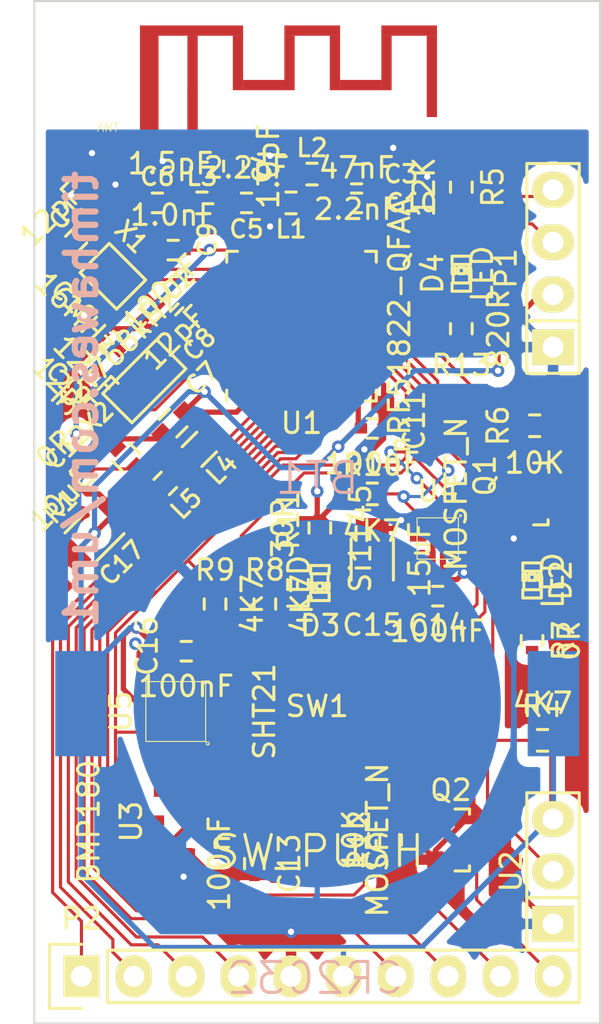
<source format=kicad_pcb>
(kicad_pcb (version 4) (host pcbnew 0.201503090816+5484~22~ubuntu14.04.1-product)

  (general
    (links 124)
    (no_connects 1)
    (area 129.983076 75.895999 161.088353 125.526001)
    (thickness 1.6)
    (drawings 5)
    (tracks 520)
    (zones 0)
    (modules 52)
    (nets 60)
  )

  (page A4)
  (layers
    (0 F.Cu signal)
    (31 B.Cu signal)
    (32 B.Adhes user)
    (33 F.Adhes user)
    (34 B.Paste user)
    (35 F.Paste user)
    (36 B.SilkS user)
    (37 F.SilkS user)
    (38 B.Mask user)
    (39 F.Mask user)
    (40 Dwgs.User user)
    (41 Cmts.User user)
    (42 Eco1.User user)
    (43 Eco2.User user)
    (44 Edge.Cuts user)
    (45 Margin user)
    (46 B.CrtYd user)
    (47 F.CrtYd user)
    (48 B.Fab user)
    (49 F.Fab user)
  )

  (setup
    (last_trace_width 0.1524)
    (user_trace_width 0.1524)
    (user_trace_width 0.254)
    (user_trace_width 0.5)
    (user_trace_width 0.9)
    (trace_clearance 0.1524)
    (zone_clearance 0.508)
    (zone_45_only no)
    (trace_min 0.1524)
    (segment_width 0.2)
    (edge_width 0.1)
    (via_size 0.6096)
    (via_drill 0.3048)
    (via_min_size 0.6096)
    (via_min_drill 0.3048)
    (uvia_size 0.508)
    (uvia_drill 0.127)
    (uvias_allowed no)
    (uvia_min_size 0.508)
    (uvia_min_drill 0.127)
    (pcb_text_width 0.3)
    (pcb_text_size 1.5 1.5)
    (mod_edge_width 0.15)
    (mod_text_size 0.85 0.85)
    (mod_text_width 0.15)
    (pad_size 1.5 1.5)
    (pad_drill 0.6)
    (pad_to_mask_clearance 0)
    (aux_axis_origin 0 0)
    (visible_elements FFFEFFFF)
    (pcbplotparams
      (layerselection 0x010fc_80000001)
      (usegerberextensions false)
      (excludeedgelayer true)
      (linewidth 0.100000)
      (plotframeref false)
      (viasonmask false)
      (mode 1)
      (useauxorigin false)
      (hpglpennumber 1)
      (hpglpenspeed 20)
      (hpglpendiameter 15)
      (hpglpenoverlay 2)
      (psnegative false)
      (psa4output false)
      (plotreference true)
      (plotvalue false)
      (plotinvisibletext false)
      (padsonsilk false)
      (subtractmaskfromsilk false)
      (outputformat 1)
      (mirror false)
      (drillshape 0)
      (scaleselection 1)
      (outputdirectory gerber/))
  )

  (net 0 "")
  (net 1 GND)
  (net 2 VCC)
  (net 3 "Net-(C1-Pad2)")
  (net 4 "Net-(C2-Pad2)")
  (net 5 "Net-(C3-Pad1)")
  (net 6 "Net-(C4-Pad1)")
  (net 7 "Net-(C5-Pad1)")
  (net 8 "Net-(C6-Pad1)")
  (net 9 "Net-(C8-Pad1)")
  (net 10 AVDD)
  (net 11 "Net-(C10-Pad1)")
  (net 12 "Net-(C15-Pad1)")
  (net 13 "Net-(C18-Pad2)")
  (net 14 "Net-(C19-Pad2)")
  (net 15 "Net-(D2-Pad1)")
  (net 16 "Net-(D2-Pad2)")
  (net 17 "Net-(D3-Pad2)")
  (net 18 "Net-(D4-Pad1)")
  (net 19 LED)
  (net 20 "Net-(L1-Pad2)")
  (net 21 "Net-(L4-Pad1)")
  (net 22 "Net-(L4-Pad2)")
  (net 23 SWDIO)
  (net 24 SWDCLK)
  (net 25 AIN2)
  (net 26 AIN3)
  (net 27 AIN4)
  (net 28 AIN5)
  (net 29 AIN6)
  (net 30 DS18B20)
  (net 31 IR_LED)
  (net 32 SDA)
  (net 33 SCL)
  (net 34 SI1145_INT)
  (net 35 FET1)
  (net 36 SWITCH)
  (net 37 "Net-(U1-Pad3)")
  (net 38 AIN7)
  (net 39 "Net-(U1-Pad19)")
  (net 40 "Net-(U1-Pad20)")
  (net 41 "Net-(U1-Pad25)")
  (net 42 "Net-(U1-Pad26)")
  (net 43 "Net-(U1-Pad27)")
  (net 44 "Net-(U1-Pad28)")
  (net 45 "Net-(U1-Pad40)")
  (net 46 "Net-(U1-Pad41)")
  (net 47 "Net-(U1-Pad42)")
  (net 48 "Net-(U1-Pad43)")
  (net 49 "Net-(U1-Pad44)")
  (net 50 "Net-(U1-Pad47)")
  (net 51 "Net-(U1-Pad48)")
  (net 52 "Net-(U3-Pad4)")
  (net 53 "Net-(U3-Pad1)")
  (net 54 "Net-(U4-Pad10)")
  (net 55 "Net-(U4-Pad5)")
  (net 56 "Net-(U5-Pad3)")
  (net 57 "Net-(U5-Pad4)")
  (net 58 AREF0)
  (net 59 "Net-(P2-Pad10)")

  (net_class Default "This is the default net class."
    (clearance 0.1524)
    (trace_width 0.1524)
    (via_dia 0.6096)
    (via_drill 0.3048)
    (uvia_dia 0.508)
    (uvia_drill 0.127)
    (add_net AIN2)
    (add_net AIN3)
    (add_net AIN4)
    (add_net AIN5)
    (add_net AIN6)
    (add_net AIN7)
    (add_net AREF0)
    (add_net AVDD)
    (add_net DS18B20)
    (add_net FET1)
    (add_net IR_LED)
    (add_net LED)
    (add_net "Net-(C1-Pad2)")
    (add_net "Net-(C10-Pad1)")
    (add_net "Net-(C15-Pad1)")
    (add_net "Net-(C18-Pad2)")
    (add_net "Net-(C19-Pad2)")
    (add_net "Net-(C2-Pad2)")
    (add_net "Net-(C3-Pad1)")
    (add_net "Net-(C4-Pad1)")
    (add_net "Net-(C5-Pad1)")
    (add_net "Net-(C6-Pad1)")
    (add_net "Net-(C8-Pad1)")
    (add_net "Net-(D4-Pad1)")
    (add_net "Net-(L1-Pad2)")
    (add_net "Net-(L4-Pad1)")
    (add_net "Net-(L4-Pad2)")
    (add_net "Net-(P2-Pad10)")
    (add_net "Net-(U1-Pad19)")
    (add_net "Net-(U1-Pad20)")
    (add_net "Net-(U1-Pad25)")
    (add_net "Net-(U1-Pad26)")
    (add_net "Net-(U1-Pad27)")
    (add_net "Net-(U1-Pad28)")
    (add_net "Net-(U1-Pad3)")
    (add_net "Net-(U1-Pad40)")
    (add_net "Net-(U1-Pad41)")
    (add_net "Net-(U1-Pad42)")
    (add_net "Net-(U1-Pad43)")
    (add_net "Net-(U1-Pad44)")
    (add_net "Net-(U1-Pad47)")
    (add_net "Net-(U1-Pad48)")
    (add_net "Net-(U3-Pad1)")
    (add_net "Net-(U3-Pad4)")
    (add_net "Net-(U4-Pad10)")
    (add_net "Net-(U4-Pad5)")
    (add_net "Net-(U5-Pad3)")
    (add_net "Net-(U5-Pad4)")
    (add_net SCL)
    (add_net SDA)
    (add_net SI1145_INT)
    (add_net SWDCLK)
    (add_net SWDIO)
    (add_net SWITCH)
  )

  (net_class Wide ""
    (clearance 0.1524)
    (trace_width 0.254)
    (via_dia 0.6096)
    (via_drill 0.3048)
    (uvia_dia 0.508)
    (uvia_drill 0.127)
    (add_net GND)
    (add_net "Net-(D2-Pad1)")
    (add_net "Net-(D2-Pad2)")
    (add_net "Net-(D3-Pad2)")
    (add_net VCC)
  )

  (module timhawes:BAT-HLD-001 (layer B.Cu) (tedit 5569EF7A) (tstamp 5536BB58)
    (at 146.05 109.982 180)
    (path /5498CB47)
    (fp_text reference BT1 (at 0 10.922 180) (layer B.SilkS)
      (effects (font (size 1.5 1.5) (thickness 0.15)) (justify mirror))
    )
    (fp_text value CR2032 (at 0.05 -13.3 180) (layer B.SilkS)
      (effects (font (size 1.5 1.5) (thickness 0.15)) (justify mirror))
    )
    (pad 2 smd circle (at 0 0 180) (size 17.8 17.8) (layers B.Cu B.Paste B.Mask)
      (net 1 GND))
    (pad 1 smd rect (at 11.45 0 180) (size 2.5 5.1) (layers B.Cu B.Paste B.Mask)
      (net 2 VCC))
    (pad 1 smd rect (at -11.45 0 180) (size 2.5 5.1) (layers B.Cu B.Paste B.Mask)
      (net 2 VCC))
  )

  (module Capacitors_SMD:C_0402 (layer F.Cu) (tedit 5569F199) (tstamp 550762A0)
    (at 134.366 87.503 225)
    (descr "Capacitor SMD 0402, reflow soldering, AVX (see smccp.pdf)")
    (tags "capacitor 0402")
    (path /5498C4B8)
    (attr smd)
    (fp_text reference C1 (at -0.538815 1.257236 225) (layer F.SilkS)
      (effects (font (size 0.85 0.85) (thickness 0.15)))
    )
    (fp_text value 12pF (at 0 1.7 225) (layer F.SilkS)
      (effects (font (size 1 1) (thickness 0.15)))
    )
    (fp_line (start -1.15 -0.6) (end 1.15 -0.6) (layer F.CrtYd) (width 0.05))
    (fp_line (start -1.15 0.6) (end 1.15 0.6) (layer F.CrtYd) (width 0.05))
    (fp_line (start -1.15 -0.6) (end -1.15 0.6) (layer F.CrtYd) (width 0.05))
    (fp_line (start 1.15 -0.6) (end 1.15 0.6) (layer F.CrtYd) (width 0.05))
    (fp_line (start 0.25 -0.475) (end -0.25 -0.475) (layer F.SilkS) (width 0.15))
    (fp_line (start -0.25 0.475) (end 0.25 0.475) (layer F.SilkS) (width 0.15))
    (pad 1 smd rect (at -0.55 0 225) (size 0.6 0.5) (layers F.Cu F.Paste F.Mask)
      (net 1 GND))
    (pad 2 smd rect (at 0.55 0 225) (size 0.6 0.5) (layers F.Cu F.Paste F.Mask)
      (net 3 "Net-(C1-Pad2)"))
    (model Capacitors_SMD/C_0402.wrl
      (at (xyz 0 0 0))
      (scale (xyz 1 1 1))
      (rotate (xyz 0 0 0))
    )
  )

  (module Capacitors_SMD:C_0402 (layer F.Cu) (tedit 5569F1D0) (tstamp 55076293)
    (at 137.922 91.059 45)
    (descr "Capacitor SMD 0402, reflow soldering, AVX (see smccp.pdf)")
    (tags "capacitor 0402")
    (path /54A08D9D)
    (attr smd)
    (fp_text reference C2 (at 1.975656 0 45) (layer F.SilkS)
      (effects (font (size 0.85 0.85) (thickness 0.15)))
    )
    (fp_text value 12pF (at 0 1.7 45) (layer F.SilkS)
      (effects (font (size 1 1) (thickness 0.15)))
    )
    (fp_line (start -1.15 -0.6) (end 1.15 -0.6) (layer F.CrtYd) (width 0.05))
    (fp_line (start -1.15 0.6) (end 1.15 0.6) (layer F.CrtYd) (width 0.05))
    (fp_line (start -1.15 -0.6) (end -1.15 0.6) (layer F.CrtYd) (width 0.05))
    (fp_line (start 1.15 -0.6) (end 1.15 0.6) (layer F.CrtYd) (width 0.05))
    (fp_line (start 0.25 -0.475) (end -0.25 -0.475) (layer F.SilkS) (width 0.15))
    (fp_line (start -0.25 0.475) (end 0.25 0.475) (layer F.SilkS) (width 0.15))
    (pad 1 smd rect (at -0.55 0 45) (size 0.6 0.5) (layers F.Cu F.Paste F.Mask)
      (net 1 GND))
    (pad 2 smd rect (at 0.55 0 45) (size 0.6 0.5) (layers F.Cu F.Paste F.Mask)
      (net 4 "Net-(C2-Pad2)"))
    (model Capacitors_SMD/C_0402.wrl
      (at (xyz 0 0 0))
      (scale (xyz 1 1 1))
      (rotate (xyz 0 0 0))
    )
  )

  (module Capacitors_SMD:C_0402 (layer F.Cu) (tedit 5569F119) (tstamp 54BAADDA)
    (at 147.955 84.328)
    (descr "Capacitor SMD 0402, reflow soldering, AVX (see smccp.pdf)")
    (tags "capacitor 0402")
    (path /5498D6F1)
    (attr smd)
    (fp_text reference C3 (at 2.159 0) (layer F.SilkS)
      (effects (font (size 0.85 0.85) (thickness 0.15)))
    )
    (fp_text value 2.2nF (at 0 1.7) (layer F.SilkS)
      (effects (font (size 1 1) (thickness 0.15)))
    )
    (fp_line (start -1.15 -0.6) (end 1.15 -0.6) (layer F.CrtYd) (width 0.05))
    (fp_line (start -1.15 0.6) (end 1.15 0.6) (layer F.CrtYd) (width 0.05))
    (fp_line (start -1.15 -0.6) (end -1.15 0.6) (layer F.CrtYd) (width 0.05))
    (fp_line (start 1.15 -0.6) (end 1.15 0.6) (layer F.CrtYd) (width 0.05))
    (fp_line (start 0.25 -0.475) (end -0.25 -0.475) (layer F.SilkS) (width 0.15))
    (fp_line (start -0.25 0.475) (end 0.25 0.475) (layer F.SilkS) (width 0.15))
    (pad 1 smd rect (at -0.55 0) (size 0.6 0.5) (layers F.Cu F.Paste F.Mask)
      (net 5 "Net-(C3-Pad1)"))
    (pad 2 smd rect (at 0.55 0) (size 0.6 0.5) (layers F.Cu F.Paste F.Mask)
      (net 1 GND))
    (model Capacitors_SMD/C_0402.wrl
      (at (xyz 0 0 0))
      (scale (xyz 1 1 1))
      (rotate (xyz 0 0 0))
    )
  )

  (module Capacitors_SMD:C_0402 (layer F.Cu) (tedit 5569F134) (tstamp 54BAADE6)
    (at 141.986 83.947 90)
    (descr "Capacitor SMD 0402, reflow soldering, AVX (see smccp.pdf)")
    (tags "capacitor 0402")
    (path /5498D7B1)
    (attr smd)
    (fp_text reference C4 (at 0 1.397 90) (layer F.SilkS)
      (effects (font (size 0.85 0.85) (thickness 0.15)))
    )
    (fp_text value 1.0pF (at 0 1.7 90) (layer F.SilkS)
      (effects (font (size 1 1) (thickness 0.15)))
    )
    (fp_line (start -1.15 -0.6) (end 1.15 -0.6) (layer F.CrtYd) (width 0.05))
    (fp_line (start -1.15 0.6) (end 1.15 0.6) (layer F.CrtYd) (width 0.05))
    (fp_line (start -1.15 -0.6) (end -1.15 0.6) (layer F.CrtYd) (width 0.05))
    (fp_line (start 1.15 -0.6) (end 1.15 0.6) (layer F.CrtYd) (width 0.05))
    (fp_line (start 0.25 -0.475) (end -0.25 -0.475) (layer F.SilkS) (width 0.15))
    (fp_line (start -0.25 0.475) (end 0.25 0.475) (layer F.SilkS) (width 0.15))
    (pad 1 smd rect (at -0.55 0 90) (size 0.6 0.5) (layers F.Cu F.Paste F.Mask)
      (net 6 "Net-(C4-Pad1)"))
    (pad 2 smd rect (at 0.55 0 90) (size 0.6 0.5) (layers F.Cu F.Paste F.Mask)
      (net 1 GND))
    (model Capacitors_SMD/C_0402.wrl
      (at (xyz 0 0 0))
      (scale (xyz 1 1 1))
      (rotate (xyz 0 0 0))
    )
  )

  (module Capacitors_SMD:C_0402 (layer F.Cu) (tedit 5569F1E5) (tstamp 54BAADF2)
    (at 142.621 85.725 180)
    (descr "Capacitor SMD 0402, reflow soldering, AVX (see smccp.pdf)")
    (tags "capacitor 0402")
    (path /5498D71E)
    (attr smd)
    (fp_text reference C5 (at 0 -1.27 180) (layer F.SilkS)
      (effects (font (size 0.85 0.85) (thickness 0.15)))
    )
    (fp_text value 2.2pF (at 0 1.7 180) (layer F.SilkS)
      (effects (font (size 1 1) (thickness 0.15)))
    )
    (fp_line (start -1.15 -0.6) (end 1.15 -0.6) (layer F.CrtYd) (width 0.05))
    (fp_line (start -1.15 0.6) (end 1.15 0.6) (layer F.CrtYd) (width 0.05))
    (fp_line (start -1.15 -0.6) (end -1.15 0.6) (layer F.CrtYd) (width 0.05))
    (fp_line (start 1.15 -0.6) (end 1.15 0.6) (layer F.CrtYd) (width 0.05))
    (fp_line (start 0.25 -0.475) (end -0.25 -0.475) (layer F.SilkS) (width 0.15))
    (fp_line (start -0.25 0.475) (end 0.25 0.475) (layer F.SilkS) (width 0.15))
    (pad 1 smd rect (at -0.55 0 180) (size 0.6 0.5) (layers F.Cu F.Paste F.Mask)
      (net 7 "Net-(C5-Pad1)"))
    (pad 2 smd rect (at 0.55 0 180) (size 0.6 0.5) (layers F.Cu F.Paste F.Mask)
      (net 6 "Net-(C4-Pad1)"))
    (model Capacitors_SMD/C_0402.wrl
      (at (xyz 0 0 0))
      (scale (xyz 1 1 1))
      (rotate (xyz 0 0 0))
    )
  )

  (module Capacitors_SMD:C_0402 (layer F.Cu) (tedit 5569F141) (tstamp 54BAADFE)
    (at 138.303 85.725 180)
    (descr "Capacitor SMD 0402, reflow soldering, AVX (see smccp.pdf)")
    (tags "capacitor 0402")
    (path /5498D956)
    (attr smd)
    (fp_text reference C6 (at 0 1.27 180) (layer F.SilkS)
      (effects (font (size 0.85 0.85) (thickness 0.15)))
    )
    (fp_text value 1.5pF (at -0.635 1.905 180) (layer F.SilkS)
      (effects (font (size 1 1) (thickness 0.15)))
    )
    (fp_line (start -1.15 -0.6) (end 1.15 -0.6) (layer F.CrtYd) (width 0.05))
    (fp_line (start -1.15 0.6) (end 1.15 0.6) (layer F.CrtYd) (width 0.05))
    (fp_line (start -1.15 -0.6) (end -1.15 0.6) (layer F.CrtYd) (width 0.05))
    (fp_line (start 1.15 -0.6) (end 1.15 0.6) (layer F.CrtYd) (width 0.05))
    (fp_line (start 0.25 -0.475) (end -0.25 -0.475) (layer F.SilkS) (width 0.15))
    (fp_line (start -0.25 0.475) (end 0.25 0.475) (layer F.SilkS) (width 0.15))
    (pad 1 smd rect (at -0.55 0 180) (size 0.6 0.5) (layers F.Cu F.Paste F.Mask)
      (net 8 "Net-(C6-Pad1)"))
    (pad 2 smd rect (at 0.55 0 180) (size 0.6 0.5) (layers F.Cu F.Paste F.Mask)
      (net 1 GND))
    (model Capacitors_SMD/C_0402.wrl
      (at (xyz 0 0 0))
      (scale (xyz 1 1 1))
      (rotate (xyz 0 0 0))
    )
  )

  (module Capacitors_SMD:C_0402 (layer F.Cu) (tedit 5569F1F4) (tstamp 54BAAE16)
    (at 139.7 91.313 225)
    (descr "Capacitor SMD 0402, reflow soldering, AVX (see smccp.pdf)")
    (tags "capacitor 0402")
    (path /5498C4DF)
    (attr smd)
    (fp_text reference C8 (at 0.449013 -1.347038 225) (layer F.SilkS)
      (effects (font (size 0.85 0.85) (thickness 0.15)))
    )
    (fp_text value 100nF (at 0 1.7 225) (layer F.SilkS)
      (effects (font (size 1 1) (thickness 0.15)))
    )
    (fp_line (start -1.15 -0.6) (end 1.15 -0.6) (layer F.CrtYd) (width 0.05))
    (fp_line (start -1.15 0.6) (end 1.15 0.6) (layer F.CrtYd) (width 0.05))
    (fp_line (start -1.15 -0.6) (end -1.15 0.6) (layer F.CrtYd) (width 0.05))
    (fp_line (start 1.15 -0.6) (end 1.15 0.6) (layer F.CrtYd) (width 0.05))
    (fp_line (start 0.25 -0.475) (end -0.25 -0.475) (layer F.SilkS) (width 0.15))
    (fp_line (start -0.25 0.475) (end 0.25 0.475) (layer F.SilkS) (width 0.15))
    (pad 1 smd rect (at -0.55 0 225) (size 0.6 0.5) (layers F.Cu F.Paste F.Mask)
      (net 9 "Net-(C8-Pad1)"))
    (pad 2 smd rect (at 0.55 0 225) (size 0.6 0.5) (layers F.Cu F.Paste F.Mask)
      (net 1 GND))
    (model Capacitors_SMD/C_0402.wrl
      (at (xyz 0 0 0))
      (scale (xyz 1 1 1))
      (rotate (xyz 0 0 0))
    )
  )

  (module Capacitors_SMD:C_0402 (layer F.Cu) (tedit 5569F1E0) (tstamp 553AA106)
    (at 139.065 88.011 180)
    (descr "Capacitor SMD 0402, reflow soldering, AVX (see smccp.pdf)")
    (tags "capacitor 0402")
    (path /5498C3BB)
    (attr smd)
    (fp_text reference C9 (at -1.651 0.508 270) (layer F.SilkS)
      (effects (font (size 0.85 0.85) (thickness 0.15)))
    )
    (fp_text value 1.0nF (at 0 1.7 180) (layer F.SilkS)
      (effects (font (size 1 1) (thickness 0.15)))
    )
    (fp_line (start -1.15 -0.6) (end 1.15 -0.6) (layer F.CrtYd) (width 0.05))
    (fp_line (start -1.15 0.6) (end 1.15 0.6) (layer F.CrtYd) (width 0.05))
    (fp_line (start -1.15 -0.6) (end -1.15 0.6) (layer F.CrtYd) (width 0.05))
    (fp_line (start 1.15 -0.6) (end 1.15 0.6) (layer F.CrtYd) (width 0.05))
    (fp_line (start 0.25 -0.475) (end -0.25 -0.475) (layer F.SilkS) (width 0.15))
    (fp_line (start -0.25 0.475) (end 0.25 0.475) (layer F.SilkS) (width 0.15))
    (pad 1 smd rect (at -0.55 0 180) (size 0.6 0.5) (layers F.Cu F.Paste F.Mask)
      (net 10 AVDD))
    (pad 2 smd rect (at 0.55 0 180) (size 0.6 0.5) (layers F.Cu F.Paste F.Mask)
      (net 1 GND))
    (model Capacitors_SMD/C_0402.wrl
      (at (xyz 0 0 0))
      (scale (xyz 1 1 1))
      (rotate (xyz 0 0 0))
    )
  )

  (module Capacitors_SMD:C_0402 (layer F.Cu) (tedit 5569F114) (tstamp 54BAAE2E)
    (at 147.955 85.725 180)
    (descr "Capacitor SMD 0402, reflow soldering, AVX (see smccp.pdf)")
    (tags "capacitor 0402")
    (path /5498C357)
    (attr smd)
    (fp_text reference C10 (at -2.667 0 180) (layer F.SilkS)
      (effects (font (size 0.85 0.85) (thickness 0.15)))
    )
    (fp_text value 47nF (at 0 1.7 180) (layer F.SilkS)
      (effects (font (size 1 1) (thickness 0.15)))
    )
    (fp_line (start -1.15 -0.6) (end 1.15 -0.6) (layer F.CrtYd) (width 0.05))
    (fp_line (start -1.15 0.6) (end 1.15 0.6) (layer F.CrtYd) (width 0.05))
    (fp_line (start -1.15 -0.6) (end -1.15 0.6) (layer F.CrtYd) (width 0.05))
    (fp_line (start 1.15 -0.6) (end 1.15 0.6) (layer F.CrtYd) (width 0.05))
    (fp_line (start 0.25 -0.475) (end -0.25 -0.475) (layer F.SilkS) (width 0.15))
    (fp_line (start -0.25 0.475) (end 0.25 0.475) (layer F.SilkS) (width 0.15))
    (pad 1 smd rect (at -0.55 0 180) (size 0.6 0.5) (layers F.Cu F.Paste F.Mask)
      (net 11 "Net-(C10-Pad1)"))
    (pad 2 smd rect (at 0.55 0 180) (size 0.6 0.5) (layers F.Cu F.Paste F.Mask)
      (net 1 GND))
    (model Capacitors_SMD/C_0402.wrl
      (at (xyz 0 0 0))
      (scale (xyz 1 1 1))
      (rotate (xyz 0 0 0))
    )
  )

  (module Capacitors_SMD:C_0402 (layer F.Cu) (tedit 5569F25A) (tstamp 55357C3A)
    (at 148.717 96.647)
    (descr "Capacitor SMD 0402, reflow soldering, AVX (see smccp.pdf)")
    (tags "capacitor 0402")
    (path /5498C2CF)
    (attr smd)
    (fp_text reference C11 (at 2.032 -0.381 90) (layer F.SilkS)
      (effects (font (size 1 1) (thickness 0.15)))
    )
    (fp_text value 100nF (at 0 1.7) (layer F.SilkS)
      (effects (font (size 1 1) (thickness 0.15)))
    )
    (fp_line (start -1.15 -0.6) (end 1.15 -0.6) (layer F.CrtYd) (width 0.05))
    (fp_line (start -1.15 0.6) (end 1.15 0.6) (layer F.CrtYd) (width 0.05))
    (fp_line (start -1.15 -0.6) (end -1.15 0.6) (layer F.CrtYd) (width 0.05))
    (fp_line (start 1.15 -0.6) (end 1.15 0.6) (layer F.CrtYd) (width 0.05))
    (fp_line (start 0.25 -0.475) (end -0.25 -0.475) (layer F.SilkS) (width 0.15))
    (fp_line (start -0.25 0.475) (end 0.25 0.475) (layer F.SilkS) (width 0.15))
    (pad 1 smd rect (at -0.55 0) (size 0.6 0.5) (layers F.Cu F.Paste F.Mask)
      (net 2 VCC))
    (pad 2 smd rect (at 0.55 0) (size 0.6 0.5) (layers F.Cu F.Paste F.Mask)
      (net 1 GND))
    (model Capacitors_SMD/C_0402.wrl
      (at (xyz 0 0 0))
      (scale (xyz 1 1 1))
      (rotate (xyz 0 0 0))
    )
  )

  (module Capacitors_SMD:C_0402 (layer F.Cu) (tedit 5415D599) (tstamp 55358177)
    (at 143.002 117.729 270)
    (descr "Capacitor SMD 0402, reflow soldering, AVX (see smccp.pdf)")
    (tags "capacitor 0402")
    (path /54996D62)
    (attr smd)
    (fp_text reference C13 (at 0 -1.7 270) (layer F.SilkS)
      (effects (font (size 1 1) (thickness 0.15)))
    )
    (fp_text value 100nF (at 0 1.7 270) (layer F.SilkS)
      (effects (font (size 1 1) (thickness 0.15)))
    )
    (fp_line (start -1.15 -0.6) (end 1.15 -0.6) (layer F.CrtYd) (width 0.05))
    (fp_line (start -1.15 0.6) (end 1.15 0.6) (layer F.CrtYd) (width 0.05))
    (fp_line (start -1.15 -0.6) (end -1.15 0.6) (layer F.CrtYd) (width 0.05))
    (fp_line (start 1.15 -0.6) (end 1.15 0.6) (layer F.CrtYd) (width 0.05))
    (fp_line (start 0.25 -0.475) (end -0.25 -0.475) (layer F.SilkS) (width 0.15))
    (fp_line (start -0.25 0.475) (end 0.25 0.475) (layer F.SilkS) (width 0.15))
    (pad 1 smd rect (at -0.55 0 270) (size 0.6 0.5) (layers F.Cu F.Paste F.Mask)
      (net 2 VCC))
    (pad 2 smd rect (at 0.55 0 270) (size 0.6 0.5) (layers F.Cu F.Paste F.Mask)
      (net 1 GND))
    (model Capacitors_SMD/C_0402.wrl
      (at (xyz 0 0 0))
      (scale (xyz 1 1 1))
      (rotate (xyz 0 0 0))
    )
  )

  (module Capacitors_SMD:C_0402 (layer F.Cu) (tedit 556A5635) (tstamp 550B424F)
    (at 151.892 104.775)
    (descr "Capacitor SMD 0402, reflow soldering, AVX (see smccp.pdf)")
    (tags "capacitor 0402")
    (path /549B6F75)
    (attr smd)
    (fp_text reference C14 (at 0 1.4224) (layer F.SilkS)
      (effects (font (size 1 1) (thickness 0.15)))
    )
    (fp_text value 100nF (at 0 1.7) (layer F.SilkS)
      (effects (font (size 1 1) (thickness 0.15)))
    )
    (fp_line (start -1.15 -0.6) (end 1.15 -0.6) (layer F.CrtYd) (width 0.05))
    (fp_line (start -1.15 0.6) (end 1.15 0.6) (layer F.CrtYd) (width 0.05))
    (fp_line (start -1.15 -0.6) (end -1.15 0.6) (layer F.CrtYd) (width 0.05))
    (fp_line (start 1.15 -0.6) (end 1.15 0.6) (layer F.CrtYd) (width 0.05))
    (fp_line (start 0.25 -0.475) (end -0.25 -0.475) (layer F.SilkS) (width 0.15))
    (fp_line (start -0.25 0.475) (end 0.25 0.475) (layer F.SilkS) (width 0.15))
    (pad 1 smd rect (at -0.55 0) (size 0.6 0.5) (layers F.Cu F.Paste F.Mask)
      (net 2 VCC))
    (pad 2 smd rect (at 0.55 0) (size 0.6 0.5) (layers F.Cu F.Paste F.Mask)
      (net 1 GND))
    (model Capacitors_SMD/C_0402.wrl
      (at (xyz 0 0 0))
      (scale (xyz 1 1 1))
      (rotate (xyz 0 0 0))
    )
  )

  (module Capacitors_SMD:C_1206 (layer F.Cu) (tedit 5569F247) (tstamp 553691A8)
    (at 148.717 102.997 90)
    (descr "Capacitor SMD 1206, reflow soldering, AVX (see smccp.pdf)")
    (tags "capacitor 1206")
    (path /549B868F)
    (attr smd)
    (fp_text reference C15 (at -3.175 0 180) (layer F.SilkS)
      (effects (font (size 1 1) (thickness 0.15)))
    )
    (fp_text value 15uF (at 0 2.3 90) (layer F.SilkS)
      (effects (font (size 1 1) (thickness 0.15)))
    )
    (fp_line (start -2.3 -1.15) (end 2.3 -1.15) (layer F.CrtYd) (width 0.05))
    (fp_line (start -2.3 1.15) (end 2.3 1.15) (layer F.CrtYd) (width 0.05))
    (fp_line (start -2.3 -1.15) (end -2.3 1.15) (layer F.CrtYd) (width 0.05))
    (fp_line (start 2.3 -1.15) (end 2.3 1.15) (layer F.CrtYd) (width 0.05))
    (fp_line (start 1 -1.025) (end -1 -1.025) (layer F.SilkS) (width 0.15))
    (fp_line (start -1 1.025) (end 1 1.025) (layer F.SilkS) (width 0.15))
    (pad 1 smd rect (at -1.5 0 90) (size 1 1.6) (layers F.Cu F.Paste F.Mask)
      (net 12 "Net-(C15-Pad1)"))
    (pad 2 smd rect (at 1.5 0 90) (size 1 1.6) (layers F.Cu F.Paste F.Mask)
      (net 1 GND))
    (model Capacitors_SMD/C_1206.wrl
      (at (xyz 0 0 0))
      (scale (xyz 1 1 1))
      (rotate (xyz 0 0 0))
    )
  )

  (module Capacitors_SMD:C_0402 (layer F.Cu) (tedit 5569F0BF) (tstamp 54BAAE76)
    (at 139.7 107.442)
    (descr "Capacitor SMD 0402, reflow soldering, AVX (see smccp.pdf)")
    (tags "capacitor 0402")
    (path /549968B9)
    (attr smd)
    (fp_text reference C16 (at -1.905 -0.254 90) (layer F.SilkS)
      (effects (font (size 1 1) (thickness 0.15)))
    )
    (fp_text value 100nF (at 0 1.7) (layer F.SilkS)
      (effects (font (size 1 1) (thickness 0.15)))
    )
    (fp_line (start -1.15 -0.6) (end 1.15 -0.6) (layer F.CrtYd) (width 0.05))
    (fp_line (start -1.15 0.6) (end 1.15 0.6) (layer F.CrtYd) (width 0.05))
    (fp_line (start -1.15 -0.6) (end -1.15 0.6) (layer F.CrtYd) (width 0.05))
    (fp_line (start 1.15 -0.6) (end 1.15 0.6) (layer F.CrtYd) (width 0.05))
    (fp_line (start 0.25 -0.475) (end -0.25 -0.475) (layer F.SilkS) (width 0.15))
    (fp_line (start -0.25 0.475) (end 0.25 0.475) (layer F.SilkS) (width 0.15))
    (pad 1 smd rect (at -0.55 0) (size 0.6 0.5) (layers F.Cu F.Paste F.Mask)
      (net 2 VCC))
    (pad 2 smd rect (at 0.55 0) (size 0.6 0.5) (layers F.Cu F.Paste F.Mask)
      (net 1 GND))
    (model Capacitors_SMD/C_0402.wrl
      (at (xyz 0 0 0))
      (scale (xyz 1 1 1))
      (rotate (xyz 0 0 0))
    )
  )

  (module Capacitors_SMD:C_0402 (layer F.Cu) (tedit 5569F1BD) (tstamp 54BAAE8E)
    (at 136.017 92.456 315)
    (descr "Capacitor SMD 0402, reflow soldering, AVX (see smccp.pdf)")
    (tags "capacitor 0402")
    (path /54BAFC1A)
    (attr smd)
    (fp_text reference C18 (at -2.604274 -0.089803 315) (layer F.SilkS)
      (effects (font (size 0.85 0.85) (thickness 0.15)))
    )
    (fp_text value 12pF (at 0 1.7 315) (layer F.SilkS)
      (effects (font (size 1 1) (thickness 0.15)))
    )
    (fp_line (start -1.15 -0.6) (end 1.15 -0.6) (layer F.CrtYd) (width 0.05))
    (fp_line (start -1.15 0.6) (end 1.15 0.6) (layer F.CrtYd) (width 0.05))
    (fp_line (start -1.15 -0.6) (end -1.15 0.6) (layer F.CrtYd) (width 0.05))
    (fp_line (start 1.15 -0.6) (end 1.15 0.6) (layer F.CrtYd) (width 0.05))
    (fp_line (start 0.25 -0.475) (end -0.25 -0.475) (layer F.SilkS) (width 0.15))
    (fp_line (start -0.25 0.475) (end 0.25 0.475) (layer F.SilkS) (width 0.15))
    (pad 1 smd rect (at -0.55 0 315) (size 0.6 0.5) (layers F.Cu F.Paste F.Mask)
      (net 1 GND))
    (pad 2 smd rect (at 0.55 0 315) (size 0.6 0.5) (layers F.Cu F.Paste F.Mask)
      (net 13 "Net-(C18-Pad2)"))
    (model Capacitors_SMD/C_0402.wrl
      (at (xyz 0 0 0))
      (scale (xyz 1 1 1))
      (rotate (xyz 0 0 0))
    )
  )

  (module Capacitors_SMD:C_0402 (layer F.Cu) (tedit 5569F1A6) (tstamp 54BAAE9A)
    (at 135.001 93.472 315)
    (descr "Capacitor SMD 0402, reflow soldering, AVX (see smccp.pdf)")
    (tags "capacitor 0402")
    (path /54BAFC14)
    (attr smd)
    (fp_text reference C19 (at 0 1.436841 315) (layer F.SilkS)
      (effects (font (size 0.85 0.85) (thickness 0.15)))
    )
    (fp_text value 12pF (at 0 1.7 315) (layer F.SilkS)
      (effects (font (size 1 1) (thickness 0.15)))
    )
    (fp_line (start -1.15 -0.6) (end 1.15 -0.6) (layer F.CrtYd) (width 0.05))
    (fp_line (start -1.15 0.6) (end 1.15 0.6) (layer F.CrtYd) (width 0.05))
    (fp_line (start -1.15 -0.6) (end -1.15 0.6) (layer F.CrtYd) (width 0.05))
    (fp_line (start 1.15 -0.6) (end 1.15 0.6) (layer F.CrtYd) (width 0.05))
    (fp_line (start 0.25 -0.475) (end -0.25 -0.475) (layer F.SilkS) (width 0.15))
    (fp_line (start -0.25 0.475) (end 0.25 0.475) (layer F.SilkS) (width 0.15))
    (pad 1 smd rect (at -0.55 0 315) (size 0.6 0.5) (layers F.Cu F.Paste F.Mask)
      (net 1 GND))
    (pad 2 smd rect (at 0.55 0 315) (size 0.6 0.5) (layers F.Cu F.Paste F.Mask)
      (net 14 "Net-(C19-Pad2)"))
    (model Capacitors_SMD/C_0402.wrl
      (at (xyz 0 0 0))
      (scale (xyz 1 1 1))
      (rotate (xyz 0 0 0))
    )
  )

  (module LEDs:LED-0603 (layer F.Cu) (tedit 5569F0C8) (tstamp 54BAAEB6)
    (at 156.464 104.013 90)
    (descr "LED 0603 smd package")
    (tags "LED led 0603 SMD smd SMT smt smdled SMDLED smtled SMTLED")
    (path /5498E6B6)
    (attr smd)
    (fp_text reference D2 (at 0 1.397 90) (layer F.SilkS)
      (effects (font (size 1 1) (thickness 0.15)))
    )
    (fp_text value LED (at 0 1.016 90) (layer F.SilkS)
      (effects (font (size 1 1) (thickness 0.15)))
    )
    (fp_line (start 0.44958 -0.44958) (end 0.44958 0.44958) (layer F.SilkS) (width 0.15))
    (fp_line (start 0.44958 0.44958) (end 0.84836 0.44958) (layer F.SilkS) (width 0.15))
    (fp_line (start 0.84836 -0.44958) (end 0.84836 0.44958) (layer F.SilkS) (width 0.15))
    (fp_line (start 0.44958 -0.44958) (end 0.84836 -0.44958) (layer F.SilkS) (width 0.15))
    (fp_line (start -0.84836 -0.44958) (end -0.84836 0.44958) (layer F.SilkS) (width 0.15))
    (fp_line (start -0.84836 0.44958) (end -0.44958 0.44958) (layer F.SilkS) (width 0.15))
    (fp_line (start -0.44958 -0.44958) (end -0.44958 0.44958) (layer F.SilkS) (width 0.15))
    (fp_line (start -0.84836 -0.44958) (end -0.44958 -0.44958) (layer F.SilkS) (width 0.15))
    (fp_line (start 0 -0.44958) (end 0 -0.29972) (layer F.SilkS) (width 0.15))
    (fp_line (start 0 -0.29972) (end 0.29972 -0.29972) (layer F.SilkS) (width 0.15))
    (fp_line (start 0.29972 -0.44958) (end 0.29972 -0.29972) (layer F.SilkS) (width 0.15))
    (fp_line (start 0 -0.44958) (end 0.29972 -0.44958) (layer F.SilkS) (width 0.15))
    (fp_line (start 0 0.29972) (end 0 0.44958) (layer F.SilkS) (width 0.15))
    (fp_line (start 0 0.44958) (end 0.29972 0.44958) (layer F.SilkS) (width 0.15))
    (fp_line (start 0.29972 0.29972) (end 0.29972 0.44958) (layer F.SilkS) (width 0.15))
    (fp_line (start 0 0.29972) (end 0.29972 0.29972) (layer F.SilkS) (width 0.15))
    (fp_line (start 0 -0.14986) (end 0 0.14986) (layer F.SilkS) (width 0.15))
    (fp_line (start 0 0.14986) (end 0.29972 0.14986) (layer F.SilkS) (width 0.15))
    (fp_line (start 0.29972 -0.14986) (end 0.29972 0.14986) (layer F.SilkS) (width 0.15))
    (fp_line (start 0 -0.14986) (end 0.29972 -0.14986) (layer F.SilkS) (width 0.15))
    (fp_line (start 0.44958 -0.39878) (end -0.44958 -0.39878) (layer F.SilkS) (width 0.15))
    (fp_line (start 0.44958 0.39878) (end -0.44958 0.39878) (layer F.SilkS) (width 0.15))
    (pad 1 smd rect (at -0.7493 0 90) (size 0.79756 0.79756) (layers F.Cu F.Paste F.Mask)
      (net 15 "Net-(D2-Pad1)"))
    (pad 2 smd rect (at 0.7493 0 90) (size 0.79756 0.79756) (layers F.Cu F.Paste F.Mask)
      (net 16 "Net-(D2-Pad2)"))
  )

  (module LEDs:LED-0603 (layer F.Cu) (tedit 556A5657) (tstamp 54BAAED2)
    (at 146.177 104.14 270)
    (descr "LED 0603 smd package")
    (tags "LED led 0603 SMD smd SMT smt smdled SMDLED smtled SMTLED")
    (path /549B717F)
    (attr smd)
    (fp_text reference D3 (at 2.0574 -0.0254 360) (layer F.SilkS)
      (effects (font (size 1 1) (thickness 0.15)))
    )
    (fp_text value LED (at 0 1.016 270) (layer F.SilkS)
      (effects (font (size 1 1) (thickness 0.15)))
    )
    (fp_line (start 0.44958 -0.44958) (end 0.44958 0.44958) (layer F.SilkS) (width 0.15))
    (fp_line (start 0.44958 0.44958) (end 0.84836 0.44958) (layer F.SilkS) (width 0.15))
    (fp_line (start 0.84836 -0.44958) (end 0.84836 0.44958) (layer F.SilkS) (width 0.15))
    (fp_line (start 0.44958 -0.44958) (end 0.84836 -0.44958) (layer F.SilkS) (width 0.15))
    (fp_line (start -0.84836 -0.44958) (end -0.84836 0.44958) (layer F.SilkS) (width 0.15))
    (fp_line (start -0.84836 0.44958) (end -0.44958 0.44958) (layer F.SilkS) (width 0.15))
    (fp_line (start -0.44958 -0.44958) (end -0.44958 0.44958) (layer F.SilkS) (width 0.15))
    (fp_line (start -0.84836 -0.44958) (end -0.44958 -0.44958) (layer F.SilkS) (width 0.15))
    (fp_line (start 0 -0.44958) (end 0 -0.29972) (layer F.SilkS) (width 0.15))
    (fp_line (start 0 -0.29972) (end 0.29972 -0.29972) (layer F.SilkS) (width 0.15))
    (fp_line (start 0.29972 -0.44958) (end 0.29972 -0.29972) (layer F.SilkS) (width 0.15))
    (fp_line (start 0 -0.44958) (end 0.29972 -0.44958) (layer F.SilkS) (width 0.15))
    (fp_line (start 0 0.29972) (end 0 0.44958) (layer F.SilkS) (width 0.15))
    (fp_line (start 0 0.44958) (end 0.29972 0.44958) (layer F.SilkS) (width 0.15))
    (fp_line (start 0.29972 0.29972) (end 0.29972 0.44958) (layer F.SilkS) (width 0.15))
    (fp_line (start 0 0.29972) (end 0.29972 0.29972) (layer F.SilkS) (width 0.15))
    (fp_line (start 0 -0.14986) (end 0 0.14986) (layer F.SilkS) (width 0.15))
    (fp_line (start 0 0.14986) (end 0.29972 0.14986) (layer F.SilkS) (width 0.15))
    (fp_line (start 0.29972 -0.14986) (end 0.29972 0.14986) (layer F.SilkS) (width 0.15))
    (fp_line (start 0 -0.14986) (end 0.29972 -0.14986) (layer F.SilkS) (width 0.15))
    (fp_line (start 0.44958 -0.39878) (end -0.44958 -0.39878) (layer F.SilkS) (width 0.15))
    (fp_line (start 0.44958 0.39878) (end -0.44958 0.39878) (layer F.SilkS) (width 0.15))
    (pad 1 smd rect (at -0.7493 0 270) (size 0.79756 0.79756) (layers F.Cu F.Paste F.Mask)
      (net 12 "Net-(C15-Pad1)"))
    (pad 2 smd rect (at 0.7493 0 270) (size 0.79756 0.79756) (layers F.Cu F.Paste F.Mask)
      (net 17 "Net-(D3-Pad2)"))
  )

  (module LEDs:LED-0603 (layer F.Cu) (tedit 5569F0EB) (tstamp 54BAAEEE)
    (at 153.035 89.154 90)
    (descr "LED 0603 smd package")
    (tags "LED led 0603 SMD smd SMT smt smdled SMDLED smtled SMTLED")
    (path /54B9A7B9)
    (attr smd)
    (fp_text reference D4 (at 0 -1.397 90) (layer F.SilkS)
      (effects (font (size 1 1) (thickness 0.15)))
    )
    (fp_text value LED (at 0 1.016 90) (layer F.SilkS)
      (effects (font (size 1 1) (thickness 0.15)))
    )
    (fp_line (start 0.44958 -0.44958) (end 0.44958 0.44958) (layer F.SilkS) (width 0.15))
    (fp_line (start 0.44958 0.44958) (end 0.84836 0.44958) (layer F.SilkS) (width 0.15))
    (fp_line (start 0.84836 -0.44958) (end 0.84836 0.44958) (layer F.SilkS) (width 0.15))
    (fp_line (start 0.44958 -0.44958) (end 0.84836 -0.44958) (layer F.SilkS) (width 0.15))
    (fp_line (start -0.84836 -0.44958) (end -0.84836 0.44958) (layer F.SilkS) (width 0.15))
    (fp_line (start -0.84836 0.44958) (end -0.44958 0.44958) (layer F.SilkS) (width 0.15))
    (fp_line (start -0.44958 -0.44958) (end -0.44958 0.44958) (layer F.SilkS) (width 0.15))
    (fp_line (start -0.84836 -0.44958) (end -0.44958 -0.44958) (layer F.SilkS) (width 0.15))
    (fp_line (start 0 -0.44958) (end 0 -0.29972) (layer F.SilkS) (width 0.15))
    (fp_line (start 0 -0.29972) (end 0.29972 -0.29972) (layer F.SilkS) (width 0.15))
    (fp_line (start 0.29972 -0.44958) (end 0.29972 -0.29972) (layer F.SilkS) (width 0.15))
    (fp_line (start 0 -0.44958) (end 0.29972 -0.44958) (layer F.SilkS) (width 0.15))
    (fp_line (start 0 0.29972) (end 0 0.44958) (layer F.SilkS) (width 0.15))
    (fp_line (start 0 0.44958) (end 0.29972 0.44958) (layer F.SilkS) (width 0.15))
    (fp_line (start 0.29972 0.29972) (end 0.29972 0.44958) (layer F.SilkS) (width 0.15))
    (fp_line (start 0 0.29972) (end 0.29972 0.29972) (layer F.SilkS) (width 0.15))
    (fp_line (start 0 -0.14986) (end 0 0.14986) (layer F.SilkS) (width 0.15))
    (fp_line (start 0 0.14986) (end 0.29972 0.14986) (layer F.SilkS) (width 0.15))
    (fp_line (start 0.29972 -0.14986) (end 0.29972 0.14986) (layer F.SilkS) (width 0.15))
    (fp_line (start 0 -0.14986) (end 0.29972 -0.14986) (layer F.SilkS) (width 0.15))
    (fp_line (start 0.44958 -0.39878) (end -0.44958 -0.39878) (layer F.SilkS) (width 0.15))
    (fp_line (start 0.44958 0.39878) (end -0.44958 0.39878) (layer F.SilkS) (width 0.15))
    (pad 1 smd rect (at -0.7493 0 90) (size 0.79756 0.79756) (layers F.Cu F.Paste F.Mask)
      (net 18 "Net-(D4-Pad1)"))
    (pad 2 smd rect (at 0.7493 0 90) (size 0.79756 0.79756) (layers F.Cu F.Paste F.Mask)
      (net 19 LED))
  )

  (module Pin_Headers:Pin_Header_Straight_1x04 (layer F.Cu) (tedit 54BAABCE) (tstamp 54BAAF39)
    (at 157.48 88.9 90)
    (descr "Through hole pin header")
    (tags "pin header")
    (path /549904B4)
    (fp_text reference P1 (at 0 -2.286 90) (layer F.SilkS)
      (effects (font (size 1 1) (thickness 0.15)))
    )
    (fp_text value SWD (at 0 0 90) (layer F.SilkS) hide
      (effects (font (size 1 1) (thickness 0.15)))
    )
    (fp_line (start -2.54 1.27) (end 5.08 1.27) (layer F.SilkS) (width 0.15))
    (fp_line (start -2.54 -1.27) (end 5.08 -1.27) (layer F.SilkS) (width 0.15))
    (fp_line (start -5.08 -1.27) (end -2.54 -1.27) (layer F.SilkS) (width 0.15))
    (fp_line (start 5.08 1.27) (end 5.08 -1.27) (layer F.SilkS) (width 0.15))
    (fp_line (start -2.54 -1.27) (end -2.54 1.27) (layer F.SilkS) (width 0.15))
    (fp_line (start -5.08 -1.27) (end -5.08 1.27) (layer F.SilkS) (width 0.15))
    (fp_line (start -5.08 1.27) (end -2.54 1.27) (layer F.SilkS) (width 0.15))
    (pad 1 thru_hole rect (at -3.81 0 90) (size 1.7272 2.032) (drill 1.016) (layers *.Cu *.Mask F.SilkS)
      (net 1 GND))
    (pad 2 thru_hole oval (at -1.27 0 90) (size 1.7272 2.032) (drill 1.016) (layers *.Cu *.Mask F.SilkS)
      (net 2 VCC))
    (pad 3 thru_hole oval (at 1.27 0 90) (size 1.7272 2.032) (drill 1.016) (layers *.Cu *.Mask F.SilkS)
      (net 23 SWDIO))
    (pad 4 thru_hole oval (at 3.81 0 90) (size 1.7272 2.032) (drill 1.016) (layers *.Cu *.Mask F.SilkS)
      (net 24 SWDCLK))
    (model Pin_Headers/Pin_Header_Straight_1x04.wrl
      (at (xyz 0 0 0))
      (scale (xyz 1 1 1))
      (rotate (xyz 0 0 0))
    )
  )

  (module Resistors_SMD:R_0402 (layer F.Cu) (tedit 5569F21A) (tstamp 54BAAF70)
    (at 134.62 98.933 225)
    (descr "Resistor SMD 0402, reflow soldering, Vishay (see dcrcw.pdf)")
    (tags "resistor 0402")
    (path /54BAEAE0)
    (attr smd)
    (fp_text reference R1 (at 1.796051 -0.35921 225) (layer F.SilkS)
      (effects (font (size 0.85 0.85) (thickness 0.15)))
    )
    (fp_text value 0R (at 0 1.8 225) (layer F.SilkS)
      (effects (font (size 1 1) (thickness 0.15)))
    )
    (fp_line (start -0.95 -0.65) (end 0.95 -0.65) (layer F.CrtYd) (width 0.05))
    (fp_line (start -0.95 0.65) (end 0.95 0.65) (layer F.CrtYd) (width 0.05))
    (fp_line (start -0.95 -0.65) (end -0.95 0.65) (layer F.CrtYd) (width 0.05))
    (fp_line (start 0.95 -0.65) (end 0.95 0.65) (layer F.CrtYd) (width 0.05))
    (fp_line (start 0.25 -0.525) (end -0.25 -0.525) (layer F.SilkS) (width 0.15))
    (fp_line (start -0.25 0.525) (end 0.25 0.525) (layer F.SilkS) (width 0.15))
    (pad 1 smd rect (at -0.45 0 225) (size 0.4 0.6) (layers F.Cu F.Paste F.Mask)
      (net 10 AVDD))
    (pad 2 smd rect (at 0.45 0 225) (size 0.4 0.6) (layers F.Cu F.Paste F.Mask)
      (net 2 VCC))
    (model Resistors_SMD/R_0402.wrl
      (at (xyz 0 0 0))
      (scale (xyz 1 1 1))
      (rotate (xyz 0 0 0))
    )
  )

  (module Resistors_SMD:R_0402 (layer F.Cu) (tedit 5569F040) (tstamp 5536BD0E)
    (at 156.972 111.76 180)
    (descr "Resistor SMD 0402, reflow soldering, Vishay (see dcrcw.pdf)")
    (tags "resistor 0402")
    (path /5498CD62)
    (attr smd)
    (fp_text reference R4 (at 0 1.651 180) (layer F.SilkS)
      (effects (font (size 1 1) (thickness 0.15)))
    )
    (fp_text value 4K7 (at 0 1.8 180) (layer F.SilkS)
      (effects (font (size 1 1) (thickness 0.15)))
    )
    (fp_line (start -0.95 -0.65) (end 0.95 -0.65) (layer F.CrtYd) (width 0.05))
    (fp_line (start -0.95 0.65) (end 0.95 0.65) (layer F.CrtYd) (width 0.05))
    (fp_line (start -0.95 -0.65) (end -0.95 0.65) (layer F.CrtYd) (width 0.05))
    (fp_line (start 0.95 -0.65) (end 0.95 0.65) (layer F.CrtYd) (width 0.05))
    (fp_line (start 0.25 -0.525) (end -0.25 -0.525) (layer F.SilkS) (width 0.15))
    (fp_line (start -0.25 0.525) (end 0.25 0.525) (layer F.SilkS) (width 0.15))
    (pad 1 smd rect (at -0.45 0 180) (size 0.4 0.6) (layers F.Cu F.Paste F.Mask)
      (net 2 VCC))
    (pad 2 smd rect (at 0.45 0 180) (size 0.4 0.6) (layers F.Cu F.Paste F.Mask)
      (net 30 DS18B20))
    (model Resistors_SMD/R_0402.wrl
      (at (xyz 0 0 0))
      (scale (xyz 1 1 1))
      (rotate (xyz 0 0 0))
    )
  )

  (module Resistors_SMD:R_0402 (layer F.Cu) (tedit 5569F10E) (tstamp 54BAAF88)
    (at 153.035 84.963 270)
    (descr "Resistor SMD 0402, reflow soldering, Vishay (see dcrcw.pdf)")
    (tags "resistor 0402")
    (path /54991C7B)
    (attr smd)
    (fp_text reference R5 (at 0 -1.524 270) (layer F.SilkS)
      (effects (font (size 1 1) (thickness 0.15)))
    )
    (fp_text value 12K (at 0 1.8 270) (layer F.SilkS)
      (effects (font (size 1 1) (thickness 0.15)))
    )
    (fp_line (start -0.95 -0.65) (end 0.95 -0.65) (layer F.CrtYd) (width 0.05))
    (fp_line (start -0.95 0.65) (end 0.95 0.65) (layer F.CrtYd) (width 0.05))
    (fp_line (start -0.95 -0.65) (end -0.95 0.65) (layer F.CrtYd) (width 0.05))
    (fp_line (start 0.95 -0.65) (end 0.95 0.65) (layer F.CrtYd) (width 0.05))
    (fp_line (start 0.25 -0.525) (end -0.25 -0.525) (layer F.SilkS) (width 0.15))
    (fp_line (start -0.25 0.525) (end 0.25 0.525) (layer F.SilkS) (width 0.15))
    (pad 1 smd rect (at -0.45 0 270) (size 0.4 0.6) (layers F.Cu F.Paste F.Mask)
      (net 1 GND))
    (pad 2 smd rect (at 0.45 0 270) (size 0.4 0.6) (layers F.Cu F.Paste F.Mask)
      (net 24 SWDCLK))
    (model Resistors_SMD/R_0402.wrl
      (at (xyz 0 0 0))
      (scale (xyz 1 1 1))
      (rotate (xyz 0 0 0))
    )
  )

  (module Resistors_SMD:R_0402 (layer F.Cu) (tedit 5569F0DB) (tstamp 54BAAF94)
    (at 156.591 96.52)
    (descr "Resistor SMD 0402, reflow soldering, Vishay (see dcrcw.pdf)")
    (tags "resistor 0402")
    (path /5498EB10)
    (attr smd)
    (fp_text reference R6 (at -1.778 0 90) (layer F.SilkS)
      (effects (font (size 1 1) (thickness 0.15)))
    )
    (fp_text value 10K (at 0 1.8) (layer F.SilkS)
      (effects (font (size 1 1) (thickness 0.15)))
    )
    (fp_line (start -0.95 -0.65) (end 0.95 -0.65) (layer F.CrtYd) (width 0.05))
    (fp_line (start -0.95 0.65) (end 0.95 0.65) (layer F.CrtYd) (width 0.05))
    (fp_line (start -0.95 -0.65) (end -0.95 0.65) (layer F.CrtYd) (width 0.05))
    (fp_line (start 0.95 -0.65) (end 0.95 0.65) (layer F.CrtYd) (width 0.05))
    (fp_line (start 0.25 -0.525) (end -0.25 -0.525) (layer F.SilkS) (width 0.15))
    (fp_line (start -0.25 0.525) (end 0.25 0.525) (layer F.SilkS) (width 0.15))
    (pad 1 smd rect (at -0.45 0) (size 0.4 0.6) (layers F.Cu F.Paste F.Mask)
      (net 31 IR_LED))
    (pad 2 smd rect (at 0.45 0) (size 0.4 0.6) (layers F.Cu F.Paste F.Mask)
      (net 1 GND))
    (model Resistors_SMD/R_0402.wrl
      (at (xyz 0 0 0))
      (scale (xyz 1 1 1))
      (rotate (xyz 0 0 0))
    )
  )

  (module Resistors_SMD:R_0402 (layer F.Cu) (tedit 5569F0CC) (tstamp 54BAAFA0)
    (at 156.464 106.934 90)
    (descr "Resistor SMD 0402, reflow soldering, Vishay (see dcrcw.pdf)")
    (tags "resistor 0402")
    (path /5498EA29)
    (attr smd)
    (fp_text reference R7 (at 0 1.524 90) (layer F.SilkS)
      (effects (font (size 1 1) (thickness 0.15)))
    )
    (fp_text value 0R (at 0 1.8 90) (layer F.SilkS)
      (effects (font (size 1 1) (thickness 0.15)))
    )
    (fp_line (start -0.95 -0.65) (end 0.95 -0.65) (layer F.CrtYd) (width 0.05))
    (fp_line (start -0.95 0.65) (end 0.95 0.65) (layer F.CrtYd) (width 0.05))
    (fp_line (start -0.95 -0.65) (end -0.95 0.65) (layer F.CrtYd) (width 0.05))
    (fp_line (start 0.95 -0.65) (end 0.95 0.65) (layer F.CrtYd) (width 0.05))
    (fp_line (start 0.25 -0.525) (end -0.25 -0.525) (layer F.SilkS) (width 0.15))
    (fp_line (start -0.25 0.525) (end 0.25 0.525) (layer F.SilkS) (width 0.15))
    (pad 1 smd rect (at -0.45 0 90) (size 0.4 0.6) (layers F.Cu F.Paste F.Mask)
      (net 2 VCC))
    (pad 2 smd rect (at 0.45 0 90) (size 0.4 0.6) (layers F.Cu F.Paste F.Mask)
      (net 15 "Net-(D2-Pad1)"))
    (model Resistors_SMD/R_0402.wrl
      (at (xyz 0 0 0))
      (scale (xyz 1 1 1))
      (rotate (xyz 0 0 0))
    )
  )

  (module Resistors_SMD:R_0402 (layer F.Cu) (tedit 5569F094) (tstamp 54BAAFAC)
    (at 143.51 105.156 90)
    (descr "Resistor SMD 0402, reflow soldering, Vishay (see dcrcw.pdf)")
    (tags "resistor 0402")
    (path /549A2B76)
    (attr smd)
    (fp_text reference R8 (at 1.651 0 180) (layer F.SilkS)
      (effects (font (size 1 1) (thickness 0.15)))
    )
    (fp_text value 4K7 (at 0 1.8 90) (layer F.SilkS)
      (effects (font (size 1 1) (thickness 0.15)))
    )
    (fp_line (start -0.95 -0.65) (end 0.95 -0.65) (layer F.CrtYd) (width 0.05))
    (fp_line (start -0.95 0.65) (end 0.95 0.65) (layer F.CrtYd) (width 0.05))
    (fp_line (start -0.95 -0.65) (end -0.95 0.65) (layer F.CrtYd) (width 0.05))
    (fp_line (start 0.95 -0.65) (end 0.95 0.65) (layer F.CrtYd) (width 0.05))
    (fp_line (start 0.25 -0.525) (end -0.25 -0.525) (layer F.SilkS) (width 0.15))
    (fp_line (start -0.25 0.525) (end 0.25 0.525) (layer F.SilkS) (width 0.15))
    (pad 1 smd rect (at -0.45 0 90) (size 0.4 0.6) (layers F.Cu F.Paste F.Mask)
      (net 2 VCC))
    (pad 2 smd rect (at 0.45 0 90) (size 0.4 0.6) (layers F.Cu F.Paste F.Mask)
      (net 32 SDA))
    (model Resistors_SMD/R_0402.wrl
      (at (xyz 0 0 0))
      (scale (xyz 1 1 1))
      (rotate (xyz 0 0 0))
    )
  )

  (module Resistors_SMD:R_0402 (layer F.Cu) (tedit 5569F08B) (tstamp 54BAAFB8)
    (at 141.097 105.156 90)
    (descr "Resistor SMD 0402, reflow soldering, Vishay (see dcrcw.pdf)")
    (tags "resistor 0402")
    (path /549A2BAD)
    (attr smd)
    (fp_text reference R9 (at 1.651 0 180) (layer F.SilkS)
      (effects (font (size 1 1) (thickness 0.15)))
    )
    (fp_text value 4K7 (at 0 1.8 90) (layer F.SilkS)
      (effects (font (size 1 1) (thickness 0.15)))
    )
    (fp_line (start -0.95 -0.65) (end 0.95 -0.65) (layer F.CrtYd) (width 0.05))
    (fp_line (start -0.95 0.65) (end 0.95 0.65) (layer F.CrtYd) (width 0.05))
    (fp_line (start -0.95 -0.65) (end -0.95 0.65) (layer F.CrtYd) (width 0.05))
    (fp_line (start 0.95 -0.65) (end 0.95 0.65) (layer F.CrtYd) (width 0.05))
    (fp_line (start 0.25 -0.525) (end -0.25 -0.525) (layer F.SilkS) (width 0.15))
    (fp_line (start -0.25 0.525) (end 0.25 0.525) (layer F.SilkS) (width 0.15))
    (pad 1 smd rect (at -0.45 0 90) (size 0.4 0.6) (layers F.Cu F.Paste F.Mask)
      (net 2 VCC))
    (pad 2 smd rect (at 0.45 0 90) (size 0.4 0.6) (layers F.Cu F.Paste F.Mask)
      (net 33 SCL))
    (model Resistors_SMD/R_0402.wrl
      (at (xyz 0 0 0))
      (scale (xyz 1 1 1))
      (rotate (xyz 0 0 0))
    )
  )

  (module Resistors_SMD:R_0402 (layer F.Cu) (tedit 5569F253) (tstamp 5535808D)
    (at 148.717 99.822)
    (descr "Resistor SMD 0402, reflow soldering, Vishay (see dcrcw.pdf)")
    (tags "resistor 0402")
    (path /549BA176)
    (attr smd)
    (fp_text reference R10 (at 0 -1.397) (layer F.SilkS)
      (effects (font (size 1 1) (thickness 0.15)))
    )
    (fp_text value 4K7 (at 0 1.8) (layer F.SilkS)
      (effects (font (size 1 1) (thickness 0.15)))
    )
    (fp_line (start -0.95 -0.65) (end 0.95 -0.65) (layer F.CrtYd) (width 0.05))
    (fp_line (start -0.95 0.65) (end 0.95 0.65) (layer F.CrtYd) (width 0.05))
    (fp_line (start -0.95 -0.65) (end -0.95 0.65) (layer F.CrtYd) (width 0.05))
    (fp_line (start 0.95 -0.65) (end 0.95 0.65) (layer F.CrtYd) (width 0.05))
    (fp_line (start 0.25 -0.525) (end -0.25 -0.525) (layer F.SilkS) (width 0.15))
    (fp_line (start -0.25 0.525) (end 0.25 0.525) (layer F.SilkS) (width 0.15))
    (pad 1 smd rect (at -0.45 0) (size 0.4 0.6) (layers F.Cu F.Paste F.Mask)
      (net 2 VCC))
    (pad 2 smd rect (at 0.45 0) (size 0.4 0.6) (layers F.Cu F.Paste F.Mask)
      (net 34 SI1145_INT))
    (model Resistors_SMD/R_0402.wrl
      (at (xyz 0 0 0))
      (scale (xyz 1 1 1))
      (rotate (xyz 0 0 0))
    )
  )

  (module Resistors_SMD:R_0402 (layer F.Cu) (tedit 5569F233) (tstamp 54BAAFD0)
    (at 146.177 101.473 270)
    (descr "Resistor SMD 0402, reflow soldering, Vishay (see dcrcw.pdf)")
    (tags "resistor 0402")
    (path /549B7473)
    (attr smd)
    (fp_text reference R11 (at -0.381 1.524 270) (layer F.SilkS)
      (effects (font (size 1 1) (thickness 0.15)))
    )
    (fp_text value 30R (at 0 1.8 270) (layer F.SilkS)
      (effects (font (size 1 1) (thickness 0.15)))
    )
    (fp_line (start -0.95 -0.65) (end 0.95 -0.65) (layer F.CrtYd) (width 0.05))
    (fp_line (start -0.95 0.65) (end 0.95 0.65) (layer F.CrtYd) (width 0.05))
    (fp_line (start -0.95 -0.65) (end -0.95 0.65) (layer F.CrtYd) (width 0.05))
    (fp_line (start 0.95 -0.65) (end 0.95 0.65) (layer F.CrtYd) (width 0.05))
    (fp_line (start 0.25 -0.525) (end -0.25 -0.525) (layer F.SilkS) (width 0.15))
    (fp_line (start -0.25 0.525) (end 0.25 0.525) (layer F.SilkS) (width 0.15))
    (pad 1 smd rect (at -0.45 0 270) (size 0.4 0.6) (layers F.Cu F.Paste F.Mask)
      (net 2 VCC))
    (pad 2 smd rect (at 0.45 0 270) (size 0.4 0.6) (layers F.Cu F.Paste F.Mask)
      (net 12 "Net-(C15-Pad1)"))
    (model Resistors_SMD/R_0402.wrl
      (at (xyz 0 0 0))
      (scale (xyz 1 1 1))
      (rotate (xyz 0 0 0))
    )
  )

  (module Resistors_SMD:R_0402 (layer F.Cu) (tedit 5569F026) (tstamp 55369134)
    (at 149.606 116.586 270)
    (descr "Resistor SMD 0402, reflow soldering, Vishay (see dcrcw.pdf)")
    (tags "resistor 0402")
    (path /54B575D4)
    (attr smd)
    (fp_text reference R12 (at 0 1.524 270) (layer F.SilkS)
      (effects (font (size 1 1) (thickness 0.15)))
    )
    (fp_text value 10K (at 0 1.8 270) (layer F.SilkS)
      (effects (font (size 1 1) (thickness 0.15)))
    )
    (fp_line (start -0.95 -0.65) (end 0.95 -0.65) (layer F.CrtYd) (width 0.05))
    (fp_line (start -0.95 0.65) (end 0.95 0.65) (layer F.CrtYd) (width 0.05))
    (fp_line (start -0.95 -0.65) (end -0.95 0.65) (layer F.CrtYd) (width 0.05))
    (fp_line (start 0.95 -0.65) (end 0.95 0.65) (layer F.CrtYd) (width 0.05))
    (fp_line (start 0.25 -0.525) (end -0.25 -0.525) (layer F.SilkS) (width 0.15))
    (fp_line (start -0.25 0.525) (end 0.25 0.525) (layer F.SilkS) (width 0.15))
    (pad 1 smd rect (at -0.45 0 270) (size 0.4 0.6) (layers F.Cu F.Paste F.Mask)
      (net 35 FET1))
    (pad 2 smd rect (at 0.45 0 270) (size 0.4 0.6) (layers F.Cu F.Paste F.Mask)
      (net 1 GND))
    (model Resistors_SMD/R_0402.wrl
      (at (xyz 0 0 0))
      (scale (xyz 1 1 1))
      (rotate (xyz 0 0 0))
    )
  )

  (module Resistors_SMD:R_0402 (layer F.Cu) (tedit 5569F100) (tstamp 54BAAFE8)
    (at 153.035 91.821 90)
    (descr "Resistor SMD 0402, reflow soldering, Vishay (see dcrcw.pdf)")
    (tags "resistor 0402")
    (path /54B9C11D)
    (attr smd)
    (fp_text reference R13 (at -1.778 0 180) (layer F.SilkS)
      (effects (font (size 1 1) (thickness 0.15)))
    )
    (fp_text value 820R (at 0 1.8 90) (layer F.SilkS)
      (effects (font (size 1 1) (thickness 0.15)))
    )
    (fp_line (start -0.95 -0.65) (end 0.95 -0.65) (layer F.CrtYd) (width 0.05))
    (fp_line (start -0.95 0.65) (end 0.95 0.65) (layer F.CrtYd) (width 0.05))
    (fp_line (start -0.95 -0.65) (end -0.95 0.65) (layer F.CrtYd) (width 0.05))
    (fp_line (start 0.95 -0.65) (end 0.95 0.65) (layer F.CrtYd) (width 0.05))
    (fp_line (start 0.25 -0.525) (end -0.25 -0.525) (layer F.SilkS) (width 0.15))
    (fp_line (start -0.25 0.525) (end 0.25 0.525) (layer F.SilkS) (width 0.15))
    (pad 1 smd rect (at -0.45 0 90) (size 0.4 0.6) (layers F.Cu F.Paste F.Mask)
      (net 2 VCC))
    (pad 2 smd rect (at 0.45 0 90) (size 0.4 0.6) (layers F.Cu F.Paste F.Mask)
      (net 18 "Net-(D4-Pad1)"))
    (model Resistors_SMD/R_0402.wrl
      (at (xyz 0 0 0))
      (scale (xyz 1 1 1))
      (rotate (xyz 0 0 0))
    )
  )

  (module timhawes:EVQPT5 (layer F.Cu) (tedit 5569F01E) (tstamp 5569EFF4)
    (at 146.05 109.982)
    (path /5498D521)
    (fp_text reference SW1 (at 0 0.127) (layer F.SilkS)
      (effects (font (size 1 1) (thickness 0.15)))
    )
    (fp_text value SW_PUSH (at 0.025 7.15) (layer F.SilkS)
      (effects (font (size 1.5 1.5) (thickness 0.15)))
    )
    (pad 1 smd rect (at -1.85 -2.2) (size 0.6 1) (layers F.Cu F.Paste F.Mask)
      (net 1 GND))
    (pad 2 smd rect (at 1.85 -2.2) (size 0.6 1) (layers F.Cu F.Paste F.Mask)
      (net 36 SWITCH))
    (pad 1 smd rect (at -1.85 2.2) (size 0.6 1) (layers F.Cu F.Paste F.Mask)
      (net 1 GND))
    (pad 2 smd rect (at 1.85 2.2) (size 0.6 1) (layers F.Cu F.Paste F.Mask)
      (net 36 SWITCH))
    (pad "" smd rect (at -2.525 0) (size 0.45 1) (layers F.Cu F.Paste F.Mask))
    (pad "" smd rect (at 2.525 0) (size 0.45 1) (layers F.Cu F.Paste F.Mask))
  )

  (module Housings_DFN_QFN:QFN-48-1EP_7x7mm_Pitch0.5mm (layer F.Cu) (tedit 5569F1F1) (tstamp 553A9FF8)
    (at 145.288 91.694 90)
    (descr "UK Package; 48-Lead Plastic QFN (7mm x 7mm); (see Linear Technology QFN_48_05-08-1704.pdf)")
    (tags "QFN 0.5")
    (path /5498C409)
    (attr smd)
    (fp_text reference U1 (at -4.699 0 180) (layer F.SilkS)
      (effects (font (size 1 1) (thickness 0.15)))
    )
    (fp_text value nRF51822-QFAA (at 0 4.75 90) (layer F.SilkS)
      (effects (font (size 1 1) (thickness 0.15)))
    )
    (fp_line (start -4 -4) (end -4 4) (layer F.CrtYd) (width 0.05))
    (fp_line (start 4 -4) (end 4 4) (layer F.CrtYd) (width 0.05))
    (fp_line (start -4 -4) (end 4 -4) (layer F.CrtYd) (width 0.05))
    (fp_line (start -4 4) (end 4 4) (layer F.CrtYd) (width 0.05))
    (fp_line (start 3.625 -3.625) (end 3.625 -3.1) (layer F.SilkS) (width 0.15))
    (fp_line (start -3.625 3.625) (end -3.625 3.1) (layer F.SilkS) (width 0.15))
    (fp_line (start 3.625 3.625) (end 3.625 3.1) (layer F.SilkS) (width 0.15))
    (fp_line (start -3.625 -3.625) (end -3.1 -3.625) (layer F.SilkS) (width 0.15))
    (fp_line (start -3.625 3.625) (end -3.1 3.625) (layer F.SilkS) (width 0.15))
    (fp_line (start 3.625 3.625) (end 3.1 3.625) (layer F.SilkS) (width 0.15))
    (fp_line (start 3.625 -3.625) (end 3.1 -3.625) (layer F.SilkS) (width 0.15))
    (pad 1 smd rect (at -3.4 -2.75 90) (size 0.7 0.25) (layers F.Cu F.Paste F.Mask)
      (net 2 VCC))
    (pad 2 smd rect (at -3.4 -2.25 90) (size 0.7 0.25) (layers F.Cu F.Paste F.Mask)
      (net 21 "Net-(L4-Pad1)"))
    (pad 3 smd rect (at -3.4 -1.75 90) (size 0.7 0.25) (layers F.Cu F.Paste F.Mask)
      (net 37 "Net-(U1-Pad3)"))
    (pad 4 smd rect (at -3.4 -1.25 90) (size 0.7 0.25) (layers F.Cu F.Paste F.Mask)
      (net 58 AREF0))
    (pad 5 smd rect (at -3.4 -0.75 90) (size 0.7 0.25) (layers F.Cu F.Paste F.Mask)
      (net 25 AIN2))
    (pad 6 smd rect (at -3.4 -0.25 90) (size 0.7 0.25) (layers F.Cu F.Paste F.Mask)
      (net 26 AIN3))
    (pad 7 smd rect (at -3.4 0.25 90) (size 0.7 0.25) (layers F.Cu F.Paste F.Mask)
      (net 27 AIN4))
    (pad 8 smd rect (at -3.4 0.75 90) (size 0.7 0.25) (layers F.Cu F.Paste F.Mask)
      (net 28 AIN5))
    (pad 9 smd rect (at -3.4 1.25 90) (size 0.7 0.25) (layers F.Cu F.Paste F.Mask)
      (net 29 AIN6))
    (pad 10 smd rect (at -3.4 1.75 90) (size 0.7 0.25) (layers F.Cu F.Paste F.Mask)
      (net 38 AIN7))
    (pad 11 smd rect (at -3.4 2.25 90) (size 0.7 0.25) (layers F.Cu F.Paste F.Mask)
      (net 35 FET1))
    (pad 12 smd rect (at -3.4 2.75 90) (size 0.7 0.25) (layers F.Cu F.Paste F.Mask)
      (net 2 VCC))
    (pad 13 smd rect (at -2.75 3.4 180) (size 0.7 0.25) (layers F.Cu F.Paste F.Mask)
      (net 1 GND))
    (pad 14 smd rect (at -2.25 3.4 180) (size 0.7 0.25) (layers F.Cu F.Paste F.Mask)
      (net 33 SCL))
    (pad 15 smd rect (at -1.75 3.4 180) (size 0.7 0.25) (layers F.Cu F.Paste F.Mask)
      (net 32 SDA))
    (pad 16 smd rect (at -1.25 3.4 180) (size 0.7 0.25) (layers F.Cu F.Paste F.Mask)
      (net 34 SI1145_INT))
    (pad 17 smd rect (at -0.75 3.4 180) (size 0.7 0.25) (layers F.Cu F.Paste F.Mask)
      (net 36 SWITCH))
    (pad 18 smd rect (at -0.25 3.4 180) (size 0.7 0.25) (layers F.Cu F.Paste F.Mask)
      (net 30 DS18B20))
    (pad 19 smd rect (at 0.25 3.4 180) (size 0.7 0.25) (layers F.Cu F.Paste F.Mask)
      (net 39 "Net-(U1-Pad19)"))
    (pad 20 smd rect (at 0.75 3.4 180) (size 0.7 0.25) (layers F.Cu F.Paste F.Mask)
      (net 40 "Net-(U1-Pad20)"))
    (pad 21 smd rect (at 1.25 3.4 180) (size 0.7 0.25) (layers F.Cu F.Paste F.Mask)
      (net 31 IR_LED))
    (pad 22 smd rect (at 1.75 3.4 180) (size 0.7 0.25) (layers F.Cu F.Paste F.Mask)
      (net 19 LED))
    (pad 23 smd rect (at 2.25 3.4 180) (size 0.7 0.25) (layers F.Cu F.Paste F.Mask)
      (net 23 SWDIO))
    (pad 24 smd rect (at 2.75 3.4 180) (size 0.7 0.25) (layers F.Cu F.Paste F.Mask)
      (net 24 SWDCLK))
    (pad 25 smd rect (at 3.4 2.75 90) (size 0.7 0.25) (layers F.Cu F.Paste F.Mask)
      (net 41 "Net-(U1-Pad25)"))
    (pad 26 smd rect (at 3.4 2.25 90) (size 0.7 0.25) (layers F.Cu F.Paste F.Mask)
      (net 42 "Net-(U1-Pad26)"))
    (pad 27 smd rect (at 3.4 1.75 90) (size 0.7 0.25) (layers F.Cu F.Paste F.Mask)
      (net 43 "Net-(U1-Pad27)"))
    (pad 28 smd rect (at 3.4 1.25 90) (size 0.7 0.25) (layers F.Cu F.Paste F.Mask)
      (net 44 "Net-(U1-Pad28)"))
    (pad 29 smd rect (at 3.4 0.75 90) (size 0.7 0.25) (layers F.Cu F.Paste F.Mask)
      (net 11 "Net-(C10-Pad1)"))
    (pad 30 smd rect (at 3.4 0.25 90) (size 0.7 0.25) (layers F.Cu F.Paste F.Mask)
      (net 5 "Net-(C3-Pad1)"))
    (pad 31 smd rect (at 3.4 -0.25 90) (size 0.7 0.25) (layers F.Cu F.Paste F.Mask)
      (net 20 "Net-(L1-Pad2)"))
    (pad 32 smd rect (at 3.4 -0.75 90) (size 0.7 0.25) (layers F.Cu F.Paste F.Mask)
      (net 7 "Net-(C5-Pad1)"))
    (pad 33 smd rect (at 3.4 -1.25 90) (size 0.7 0.25) (layers F.Cu F.Paste F.Mask)
      (net 1 GND))
    (pad 34 smd rect (at 3.4 -1.75 90) (size 0.7 0.25) (layers F.Cu F.Paste F.Mask)
      (net 1 GND))
    (pad 35 smd rect (at 3.4 -2.25 90) (size 0.7 0.25) (layers F.Cu F.Paste F.Mask)
      (net 10 AVDD))
    (pad 36 smd rect (at 3.4 -2.75 90) (size 0.7 0.25) (layers F.Cu F.Paste F.Mask)
      (net 10 AVDD))
    (pad 37 smd rect (at 2.75 -3.4 180) (size 0.7 0.25) (layers F.Cu F.Paste F.Mask)
      (net 3 "Net-(C1-Pad2)"))
    (pad 38 smd rect (at 2.25 -3.4 180) (size 0.7 0.25) (layers F.Cu F.Paste F.Mask)
      (net 4 "Net-(C2-Pad2)"))
    (pad 39 smd rect (at 1.75 -3.4 180) (size 0.7 0.25) (layers F.Cu F.Paste F.Mask)
      (net 9 "Net-(C8-Pad1)"))
    (pad 40 smd rect (at 1.25 -3.4 180) (size 0.7 0.25) (layers F.Cu F.Paste F.Mask)
      (net 45 "Net-(U1-Pad40)"))
    (pad 41 smd rect (at 0.75 -3.4 180) (size 0.7 0.25) (layers F.Cu F.Paste F.Mask)
      (net 46 "Net-(U1-Pad41)"))
    (pad 42 smd rect (at 0.25 -3.4 180) (size 0.7 0.25) (layers F.Cu F.Paste F.Mask)
      (net 47 "Net-(U1-Pad42)"))
    (pad 43 smd rect (at -0.25 -3.4 180) (size 0.7 0.25) (layers F.Cu F.Paste F.Mask)
      (net 48 "Net-(U1-Pad43)"))
    (pad 44 smd rect (at -0.75 -3.4 180) (size 0.7 0.25) (layers F.Cu F.Paste F.Mask)
      (net 49 "Net-(U1-Pad44)"))
    (pad 45 smd rect (at -1.25 -3.4 180) (size 0.7 0.25) (layers F.Cu F.Paste F.Mask)
      (net 13 "Net-(C18-Pad2)"))
    (pad 46 smd rect (at -1.75 -3.4 180) (size 0.7 0.25) (layers F.Cu F.Paste F.Mask)
      (net 14 "Net-(C19-Pad2)"))
    (pad 47 smd rect (at -2.25 -3.4 180) (size 0.7 0.25) (layers F.Cu F.Paste F.Mask)
      (net 50 "Net-(U1-Pad47)"))
    (pad 48 smd rect (at -2.75 -3.4 180) (size 0.7 0.25) (layers F.Cu F.Paste F.Mask)
      (net 51 "Net-(U1-Pad48)"))
    (pad 49 smd rect (at 1.93125 1.93125 90) (size 1.2875 1.2875) (layers F.Cu F.Paste F.Mask)
      (solder_paste_margin_ratio -0.2))
    (pad 49 smd rect (at 1.93125 0.64375 90) (size 1.2875 1.2875) (layers F.Cu F.Paste F.Mask)
      (solder_paste_margin_ratio -0.2))
    (pad 49 smd rect (at 1.93125 -0.64375 90) (size 1.2875 1.2875) (layers F.Cu F.Paste F.Mask)
      (solder_paste_margin_ratio -0.2))
    (pad 49 smd rect (at 1.93125 -1.93125 90) (size 1.2875 1.2875) (layers F.Cu F.Paste F.Mask)
      (solder_paste_margin_ratio -0.2))
    (pad 49 smd rect (at 0.64375 1.93125 90) (size 1.2875 1.2875) (layers F.Cu F.Paste F.Mask)
      (solder_paste_margin_ratio -0.2))
    (pad 49 smd rect (at 0.64375 0.64375 90) (size 1.2875 1.2875) (layers F.Cu F.Paste F.Mask)
      (solder_paste_margin_ratio -0.2))
    (pad 49 smd rect (at 0.64375 -0.64375 90) (size 1.2875 1.2875) (layers F.Cu F.Paste F.Mask)
      (solder_paste_margin_ratio -0.2))
    (pad 49 smd rect (at 0.64375 -1.93125 90) (size 1.2875 1.2875) (layers F.Cu F.Paste F.Mask)
      (solder_paste_margin_ratio -0.2))
    (pad 49 smd rect (at -0.64375 1.93125 90) (size 1.2875 1.2875) (layers F.Cu F.Paste F.Mask)
      (solder_paste_margin_ratio -0.2))
    (pad 49 smd rect (at -0.64375 0.64375 90) (size 1.2875 1.2875) (layers F.Cu F.Paste F.Mask)
      (solder_paste_margin_ratio -0.2))
    (pad 49 smd rect (at -0.64375 -0.64375 90) (size 1.2875 1.2875) (layers F.Cu F.Paste F.Mask)
      (solder_paste_margin_ratio -0.2))
    (pad 49 smd rect (at -0.64375 -1.93125 90) (size 1.2875 1.2875) (layers F.Cu F.Paste F.Mask)
      (solder_paste_margin_ratio -0.2))
    (pad 49 smd rect (at -1.93125 1.93125 90) (size 1.2875 1.2875) (layers F.Cu F.Paste F.Mask)
      (solder_paste_margin_ratio -0.2))
    (pad 49 smd rect (at -1.93125 0.64375 90) (size 1.2875 1.2875) (layers F.Cu F.Paste F.Mask)
      (solder_paste_margin_ratio -0.2))
    (pad 49 smd rect (at -1.93125 -0.64375 90) (size 1.2875 1.2875) (layers F.Cu F.Paste F.Mask)
      (solder_paste_margin_ratio -0.2))
    (pad 49 smd rect (at -1.93125 -1.93125 90) (size 1.2875 1.2875) (layers F.Cu F.Paste F.Mask)
      (solder_paste_margin_ratio -0.2))
    (model Housings_DFN_QFN/QFN-48-1EP_7x7mm_Pitch0.5mm.wrl
      (at (xyz 0 0 0))
      (scale (xyz 1 1 1))
      (rotate (xyz 0 0 0))
    )
  )

  (module Pin_Headers:Pin_Header_Straight_1x03 (layer F.Cu) (tedit 5569F072) (tstamp 54BAB04F)
    (at 157.48 118.11 90)
    (descr "Through hole pin header")
    (tags "pin header")
    (path /5498CB61)
    (fp_text reference U2 (at 0 -2.032 270) (layer F.SilkS)
      (effects (font (size 1 1) (thickness 0.15)))
    )
    (fp_text value DS18B20 (at 0 0 90) (layer F.SilkS) hide
      (effects (font (size 1 1) (thickness 0.15)))
    )
    (fp_line (start -1.27 1.27) (end 3.81 1.27) (layer F.SilkS) (width 0.15))
    (fp_line (start 3.81 1.27) (end 3.81 -1.27) (layer F.SilkS) (width 0.15))
    (fp_line (start 3.81 -1.27) (end -1.27 -1.27) (layer F.SilkS) (width 0.15))
    (fp_line (start -3.81 -1.27) (end -1.27 -1.27) (layer F.SilkS) (width 0.15))
    (fp_line (start -1.27 -1.27) (end -1.27 1.27) (layer F.SilkS) (width 0.15))
    (fp_line (start -3.81 -1.27) (end -3.81 1.27) (layer F.SilkS) (width 0.15))
    (fp_line (start -3.81 1.27) (end -1.27 1.27) (layer F.SilkS) (width 0.15))
    (pad 1 thru_hole rect (at -2.54 0 90) (size 1.7272 2.032) (drill 1.016) (layers *.Cu *.Mask F.SilkS)
      (net 1 GND))
    (pad 2 thru_hole oval (at 0 0 90) (size 1.7272 2.032) (drill 1.016) (layers *.Cu *.Mask F.SilkS)
      (net 30 DS18B20))
    (pad 3 thru_hole oval (at 2.54 0 90) (size 1.7272 2.032) (drill 1.016) (layers *.Cu *.Mask F.SilkS)
      (net 2 VCC))
    (model Pin_Headers/Pin_Header_Straight_1x03.wrl
      (at (xyz 0 0 0))
      (scale (xyz 1 1 1))
      (rotate (xyz 0 0 0))
    )
  )

  (module timhawes:BMP180 (layer F.Cu) (tedit 5569F001) (tstamp 5535815D)
    (at 139.827 115.697 270)
    (path /549963C0)
    (fp_text reference U3 (at 0 2.794 270) (layer F.SilkS)
      (effects (font (size 1 1) (thickness 0.15)))
    )
    (fp_text value BMP180 (at 0 4.85 270) (layer F.SilkS)
      (effects (font (size 1 1) (thickness 0.15)))
    )
    (pad 4 smd rect (at -1.5 1.45 270) (size 0.6 0.5) (layers F.Cu F.Paste F.Mask)
      (net 52 "Net-(U3-Pad4)"))
    (pad 5 smd rect (at 0 1.45 270) (size 0.6 0.5) (layers F.Cu F.Paste F.Mask)
      (net 33 SCL))
    (pad 6 smd rect (at 1.5 1.45 270) (size 0.6 0.5) (layers F.Cu F.Paste F.Mask)
      (net 32 SDA))
    (pad 1 smd rect (at 1.5 -1.45 270) (size 0.6 0.5) (layers F.Cu F.Paste F.Mask)
      (net 53 "Net-(U3-Pad1)"))
    (pad 2 smd rect (at 0 -1.45 270) (size 0.6 0.5) (layers F.Cu F.Paste F.Mask)
      (net 2 VCC))
    (pad 3 smd rect (at -1.5 -1.45 270) (size 0.6 0.5) (layers F.Cu F.Paste F.Mask)
      (net 2 VCC))
    (pad 7 smd rect (at 1.55 0 270) (size 0.5 0.6) (layers F.Cu F.Paste F.Mask)
      (net 1 GND))
  )

  (module timhawes:Si114x (layer F.Cu) (tedit 5569F22C) (tstamp 553691BC)
    (at 151.892 101.981 270)
    (path /549B6D67)
    (fp_text reference U4 (at -2.286 0 360) (layer F.SilkS)
      (effects (font (size 1 1) (thickness 0.15)))
    )
    (fp_text value Si1145 (at 0 3.75 270) (layer F.SilkS)
      (effects (font (size 1 1) (thickness 0.15)))
    )
    (fp_circle (center -1.1 -1.1) (end -1.1 -1.05) (layer F.SilkS) (width 0.05))
    (fp_line (start -1 -1) (end 1 -1) (layer F.SilkS) (width 0.05))
    (fp_line (start 1 -1) (end 1 1) (layer F.SilkS) (width 0.05))
    (fp_line (start 1 1) (end -1 1) (layer F.SilkS) (width 0.05))
    (fp_line (start -1 1) (end -1 -1) (layer F.SilkS) (width 0.05))
    (pad 10 smd rect (at 0 -0.95 270) (size 0.3 0.8) (layers F.Cu F.Paste F.Mask)
      (net 54 "Net-(U4-Pad10)"))
    (pad 5 smd rect (at 0 0.95 270) (size 0.3 0.8) (layers F.Cu F.Paste F.Mask)
      (net 55 "Net-(U4-Pad5)"))
    (pad 1 smd rect (at -0.95 -0.75) (size 0.3 0.8) (layers F.Cu F.Paste F.Mask)
      (net 32 SDA))
    (pad 2 smd rect (at -0.95 -0.25) (size 0.3 0.8) (layers F.Cu F.Paste F.Mask)
      (net 33 SCL))
    (pad 3 smd rect (at -0.95 0.25) (size 0.3 0.8) (layers F.Cu F.Paste F.Mask)
      (net 2 VCC))
    (pad 4 smd rect (at -0.95 0.75) (size 0.3 0.8) (layers F.Cu F.Paste F.Mask)
      (net 34 SI1145_INT))
    (pad 9 smd rect (at 0.95 -0.75) (size 0.3 0.8) (layers F.Cu F.Paste F.Mask)
      (net 17 "Net-(D3-Pad2)"))
    (pad 8 smd rect (at 0.95 -0.25) (size 0.3 0.8) (layers F.Cu F.Paste F.Mask)
      (net 1 GND))
    (pad 7 smd rect (at 0.95 0.25) (size 0.3 0.8) (layers F.Cu F.Paste F.Mask)
      (net 2 VCC))
    (pad 6 smd rect (at 0.95 0.75) (size 0.3 0.8) (layers F.Cu F.Paste F.Mask)
      (net 2 VCC))
  )

  (module timhawes:SHT21 (layer F.Cu) (tedit 5569EFF9) (tstamp 54BAB07D)
    (at 139.192 110.363 90)
    (path /54995DEA)
    (fp_text reference U5 (at 0 -2.667 90) (layer F.SilkS)
      (effects (font (size 1 1) (thickness 0.15)))
    )
    (fp_text value SHT21 (at 0 4.3 90) (layer F.SilkS)
      (effects (font (size 1 1) (thickness 0.15)))
    )
    (fp_circle (center -1.55 1.55) (end -1.5 1.6) (layer F.SilkS) (width 0.05))
    (fp_line (start -1.45 -1.45) (end 1.45 -1.45) (layer F.SilkS) (width 0.05))
    (fp_line (start 1.45 -1.45) (end 1.45 1.45) (layer F.SilkS) (width 0.05))
    (fp_line (start 1.45 1.45) (end -1.45 1.45) (layer F.SilkS) (width 0.05))
    (fp_line (start -1.45 1.45) (end -1.45 -1.45) (layer F.SilkS) (width 0.05))
    (pad "" smd rect (at 0 0 90) (size 2.4 1.5) (layers F.Cu F.Paste F.Mask))
    (pad 1 smd rect (at -1 1.35 90) (size 0.4 0.6) (layers F.Cu F.Paste F.Mask)
      (net 32 SDA))
    (pad 2 smd rect (at 0 1.35 90) (size 0.4 0.6) (layers F.Cu F.Paste F.Mask)
      (net 1 GND))
    (pad 3 smd rect (at 1 1.35 90) (size 0.4 0.6) (layers F.Cu F.Paste F.Mask)
      (net 56 "Net-(U5-Pad3)"))
    (pad 4 smd rect (at 1 -1.35 90) (size 0.4 0.6) (layers F.Cu F.Paste F.Mask)
      (net 57 "Net-(U5-Pad4)"))
    (pad 5 smd rect (at 0 -1.35 90) (size 0.4 0.6) (layers F.Cu F.Paste F.Mask)
      (net 2 VCC))
    (pad 6 smd rect (at -1 -1.35 90) (size 0.4 0.6) (layers F.Cu F.Paste F.Mask)
      (net 33 SCL))
  )

  (module timhawes:CX2520DB (layer F.Cu) (tedit 5569F1C7) (tstamp 55076286)
    (at 136.144 89.281 315)
    (path /5498C5CF)
    (fp_text reference X1 (at -0.71842 -1.975656 315) (layer F.SilkS)
      (effects (font (size 0.85 0.85) (thickness 0.15)))
    )
    (fp_text value 16MHz (at 0 2.5 315) (layer F.SilkS)
      (effects (font (size 1 1) (thickness 0.15)))
    )
    (fp_line (start -1.25 1) (end 1.25 1) (layer F.SilkS) (width 0.15))
    (fp_line (start 1.25 1) (end 1.25 -1) (layer F.SilkS) (width 0.15))
    (fp_line (start 1.25 -1) (end -1.25 -1) (layer F.SilkS) (width 0.15))
    (fp_line (start -1.25 -1) (end -1.25 1) (layer F.SilkS) (width 0.15))
    (pad 1 smd rect (at -0.9 0.65 315) (size 1.2 1) (layers F.Cu F.Paste F.Mask)
      (net 3 "Net-(C1-Pad2)"))
    (pad 2 smd rect (at 0.9 -0.65 315) (size 1.2 1) (layers F.Cu F.Paste F.Mask)
      (net 4 "Net-(C2-Pad2)"))
    (pad 3 smd rect (at 0.9 0.65 315) (size 1.2 1) (layers F.Cu F.Paste F.Mask))
    (pad 4 smd rect (at -0.9 -0.65 315) (size 1.2 1) (layers F.Cu F.Paste F.Mask))
  )

  (module timhawes:FC-135 (layer F.Cu) (tedit 5569F1B3) (tstamp 54BAB093)
    (at 137.668 94.361 225)
    (path /54BAFC20)
    (fp_text reference X2 (at 2.873682 0.35921 225) (layer F.SilkS)
      (effects (font (size 0.85 0.85) (thickness 0.15)))
    )
    (fp_text value 32.768kHz (at 0 1.95 225) (layer F.SilkS)
      (effects (font (size 1 1) (thickness 0.15)))
    )
    (fp_line (start -1.85 -1) (end 1.85 -1) (layer F.SilkS) (width 0.15))
    (fp_line (start 1.85 -1) (end 1.85 1) (layer F.SilkS) (width 0.15))
    (fp_line (start 1.85 1) (end -1.85 1) (layer F.SilkS) (width 0.15))
    (fp_line (start -1.85 1) (end -1.85 -1) (layer F.SilkS) (width 0.15))
    (pad 2 smd rect (at 1.25 0 225) (size 1 1.8) (layers F.Cu F.Paste F.Mask)
      (net 14 "Net-(C19-Pad2)"))
    (pad 1 smd rect (at -1.25 0 225) (size 1 1.8) (layers F.Cu F.Paste F.Mask)
      (net 13 "Net-(C18-Pad2)"))
  )

  (module Capacitors_SMD:C_1206 (layer F.Cu) (tedit 556A55AC) (tstamp 54FE2082)
    (at 135.255 101.727 225)
    (descr "Capacitor SMD 1206, reflow soldering, AVX (see smccp.pdf)")
    (tags "capacitor 1206")
    (path /5498D21A)
    (attr smd)
    (fp_text reference C17 (at 0.089803 -1.957696 225) (layer F.SilkS)
      (effects (font (size 0.85 0.85) (thickness 0.15)))
    )
    (fp_text value 10uF (at 0 2.3 225) (layer F.SilkS)
      (effects (font (size 1 1) (thickness 0.15)))
    )
    (fp_line (start -2.3 -1.15) (end 2.3 -1.15) (layer F.CrtYd) (width 0.05))
    (fp_line (start -2.3 1.15) (end 2.3 1.15) (layer F.CrtYd) (width 0.05))
    (fp_line (start -2.3 -1.15) (end -2.3 1.15) (layer F.CrtYd) (width 0.05))
    (fp_line (start 2.3 -1.15) (end 2.3 1.15) (layer F.CrtYd) (width 0.05))
    (fp_line (start 1 -1.025) (end -1 -1.025) (layer F.SilkS) (width 0.15))
    (fp_line (start -1 1.025) (end 1 1.025) (layer F.SilkS) (width 0.15))
    (pad 1 smd rect (at -1.5 0 225) (size 1 1.6) (layers F.Cu F.Paste F.Mask)
      (net 2 VCC))
    (pad 2 smd rect (at 1.5 0 225) (size 1 1.6) (layers F.Cu F.Paste F.Mask)
      (net 1 GND))
    (model Capacitors_SMD/C_1206.wrl
      (at (xyz 0 0 0))
      (scale (xyz 1 1 1))
      (rotate (xyz 0 0 0))
    )
  )

  (module Housings_SOT-23_SOT-143_TSOT-6:SOT-23 (layer F.Cu) (tedit 5569F0D4) (tstamp 54FF482A)
    (at 156.591 99.822 270)
    (descr "SOT-23, Standard")
    (tags SOT-23)
    (path /5498E8A5)
    (attr smd)
    (fp_text reference Q1 (at -0.889 2.413 270) (layer F.SilkS)
      (effects (font (size 1 1) (thickness 0.15)))
    )
    (fp_text value MOSFET_N (at 0 3.81 270) (layer F.SilkS)
      (effects (font (size 1 1) (thickness 0.15)))
    )
    (fp_line (start 1.29916 -0.65024) (end 1.2509 -0.65024) (layer F.SilkS) (width 0.15))
    (fp_line (start -1.49982 0.0508) (end -1.49982 -0.65024) (layer F.SilkS) (width 0.15))
    (fp_line (start -1.49982 -0.65024) (end -1.2509 -0.65024) (layer F.SilkS) (width 0.15))
    (fp_line (start 1.29916 -0.65024) (end 1.49982 -0.65024) (layer F.SilkS) (width 0.15))
    (fp_line (start 1.49982 -0.65024) (end 1.49982 0.0508) (layer F.SilkS) (width 0.15))
    (pad 1 smd rect (at -0.95 1.00076 270) (size 0.8001 0.8001) (layers F.Cu F.Paste F.Mask)
      (net 31 IR_LED))
    (pad 2 smd rect (at 0.95 1.00076 270) (size 0.8001 0.8001) (layers F.Cu F.Paste F.Mask)
      (net 1 GND))
    (pad 3 smd rect (at 0 -0.99822 270) (size 0.8001 0.8001) (layers F.Cu F.Paste F.Mask)
      (net 16 "Net-(D2-Pad2)"))
    (model Housings_SOT-23_SOT-143_TSOT-6/SOT-23.wrl
      (at (xyz 0 0 0))
      (scale (xyz 1 1 1))
      (rotate (xyz 0 0 0))
    )
  )

  (module Housings_SOT-23_SOT-143_TSOT-6:SOT-23 (layer F.Cu) (tedit 5569F066) (tstamp 55369127)
    (at 152.781 116.586 270)
    (descr "SOT-23, Standard")
    (tags SOT-23)
    (path /549A368B)
    (attr smd)
    (fp_text reference Q2 (at -2.413 0.254 540) (layer F.SilkS)
      (effects (font (size 1 1) (thickness 0.15)))
    )
    (fp_text value MOSFET_N (at 0 3.81 270) (layer F.SilkS)
      (effects (font (size 1 1) (thickness 0.15)))
    )
    (fp_line (start 1.29916 -0.65024) (end 1.2509 -0.65024) (layer F.SilkS) (width 0.15))
    (fp_line (start -1.49982 0.0508) (end -1.49982 -0.65024) (layer F.SilkS) (width 0.15))
    (fp_line (start -1.49982 -0.65024) (end -1.2509 -0.65024) (layer F.SilkS) (width 0.15))
    (fp_line (start 1.29916 -0.65024) (end 1.49982 -0.65024) (layer F.SilkS) (width 0.15))
    (fp_line (start 1.49982 -0.65024) (end 1.49982 0.0508) (layer F.SilkS) (width 0.15))
    (pad 1 smd rect (at -0.95 1.00076 270) (size 0.8001 0.8001) (layers F.Cu F.Paste F.Mask)
      (net 35 FET1))
    (pad 2 smd rect (at 0.95 1.00076 270) (size 0.8001 0.8001) (layers F.Cu F.Paste F.Mask)
      (net 1 GND))
    (pad 3 smd rect (at 0 -0.99822 270) (size 0.8001 0.8001) (layers F.Cu F.Paste F.Mask)
      (net 59 "Net-(P2-Pad10)"))
    (model Housings_SOT-23_SOT-143_TSOT-6/SOT-23.wrl
      (at (xyz 0 0 0))
      (scale (xyz 1 1 1))
      (rotate (xyz 0 0 0))
    )
  )

  (module Capacitors_SMD:C_0603 (layer F.Cu) (tedit 5569F1FD) (tstamp 5500B569)
    (at 139.065 96.393 225)
    (descr "Capacitor SMD 0603, reflow soldering, AVX (see smccp.pdf)")
    (tags "capacitor 0603")
    (path /5498C316)
    (attr smd)
    (fp_text reference C7 (at -2.514472 0.538815 225) (layer F.SilkS)
      (effects (font (size 0.85 0.85) (thickness 0.15)))
    )
    (fp_text value 4.4uF (at 0 1.9 225) (layer F.Fab)
      (effects (font (size 1 1) (thickness 0.15)))
    )
    (fp_line (start -1.45 -0.75) (end 1.45 -0.75) (layer F.CrtYd) (width 0.05))
    (fp_line (start -1.45 0.75) (end 1.45 0.75) (layer F.CrtYd) (width 0.05))
    (fp_line (start -1.45 -0.75) (end -1.45 0.75) (layer F.CrtYd) (width 0.05))
    (fp_line (start 1.45 -0.75) (end 1.45 0.75) (layer F.CrtYd) (width 0.05))
    (fp_line (start -0.35 -0.6) (end 0.35 -0.6) (layer F.SilkS) (width 0.15))
    (fp_line (start 0.35 0.6) (end -0.35 0.6) (layer F.SilkS) (width 0.15))
    (pad 1 smd rect (at -0.75 0 225) (size 0.8 0.75) (layers F.Cu F.Paste F.Mask)
      (net 2 VCC))
    (pad 2 smd rect (at 0.75 0 225) (size 0.8 0.75) (layers F.Cu F.Paste F.Mask)
      (net 1 GND))
    (model Capacitors_SMD.3dshapes/C_0603.wrl
      (at (xyz 0 0 0))
      (scale (xyz 1 1 1))
      (rotate (xyz 0 0 0))
    )
  )

  (module Capacitors_SMD:C_0603 (layer F.Cu) (tedit 556A55D6) (tstamp 5500B56E)
    (at 136.779 98.044 135)
    (descr "Capacitor SMD 0603, reflow soldering, AVX (see smccp.pdf)")
    (tags "capacitor 0603")
    (path /54BA63E1)
    (attr smd)
    (fp_text reference C12 (at 2.352827 -1.670328 225) (layer F.SilkS)
      (effects (font (size 0.85 0.85) (thickness 0.15)))
    )
    (fp_text value 1.0uF (at 0 1.9 135) (layer F.Fab)
      (effects (font (size 1 1) (thickness 0.15)))
    )
    (fp_line (start -1.45 -0.75) (end 1.45 -0.75) (layer F.CrtYd) (width 0.05))
    (fp_line (start -1.45 0.75) (end 1.45 0.75) (layer F.CrtYd) (width 0.05))
    (fp_line (start -1.45 -0.75) (end -1.45 0.75) (layer F.CrtYd) (width 0.05))
    (fp_line (start 1.45 -0.75) (end 1.45 0.75) (layer F.CrtYd) (width 0.05))
    (fp_line (start -0.35 -0.6) (end 0.35 -0.6) (layer F.SilkS) (width 0.15))
    (fp_line (start 0.35 0.6) (end -0.35 0.6) (layer F.SilkS) (width 0.15))
    (pad 1 smd rect (at -0.75 0 135) (size 0.8 0.75) (layers F.Cu F.Paste F.Mask)
      (net 10 AVDD))
    (pad 2 smd rect (at 0.75 0 135) (size 0.8 0.75) (layers F.Cu F.Paste F.Mask)
      (net 1 GND))
    (model Capacitors_SMD.3dshapes/C_0603.wrl
      (at (xyz 0 0 0))
      (scale (xyz 1 1 1))
      (rotate (xyz 0 0 0))
    )
  )

  (module Resistors_SMD:R_0402 (layer F.Cu) (tedit 5569F123) (tstamp 55074AE4)
    (at 144.78 85.725)
    (descr "Resistor SMD 0402, reflow soldering, Vishay (see dcrcw.pdf)")
    (tags "resistor 0402")
    (path /5498D64B)
    (attr smd)
    (fp_text reference L1 (at 0 1.27) (layer F.SilkS)
      (effects (font (size 0.85 0.85) (thickness 0.15)))
    )
    (fp_text value 4.7nH (at 0 1.8) (layer F.Fab)
      (effects (font (size 1 1) (thickness 0.15)))
    )
    (fp_line (start -0.95 -0.65) (end 0.95 -0.65) (layer F.CrtYd) (width 0.05))
    (fp_line (start -0.95 0.65) (end 0.95 0.65) (layer F.CrtYd) (width 0.05))
    (fp_line (start -0.95 -0.65) (end -0.95 0.65) (layer F.CrtYd) (width 0.05))
    (fp_line (start 0.95 -0.65) (end 0.95 0.65) (layer F.CrtYd) (width 0.05))
    (fp_line (start 0.25 -0.525) (end -0.25 -0.525) (layer F.SilkS) (width 0.15))
    (fp_line (start -0.25 0.525) (end 0.25 0.525) (layer F.SilkS) (width 0.15))
    (pad 1 smd rect (at -0.45 0) (size 0.4 0.6) (layers F.Cu F.Paste F.Mask)
      (net 7 "Net-(C5-Pad1)"))
    (pad 2 smd rect (at 0.45 0) (size 0.4 0.6) (layers F.Cu F.Paste F.Mask)
      (net 20 "Net-(L1-Pad2)"))
    (model Resistors_SMD.3dshapes/R_0402.wrl
      (at (xyz 0 0 0))
      (scale (xyz 1 1 1))
      (rotate (xyz 0 0 0))
    )
  )

  (module Resistors_SMD:R_0402 (layer F.Cu) (tedit 5569F129) (tstamp 5500B578)
    (at 145.796 84.328)
    (descr "Resistor SMD 0402, reflow soldering, Vishay (see dcrcw.pdf)")
    (tags "resistor 0402")
    (path /5498D6BA)
    (attr smd)
    (fp_text reference L2 (at 0 -1.27) (layer F.SilkS)
      (effects (font (size 0.85 0.85) (thickness 0.15)))
    )
    (fp_text value 10nH (at 0 1.8) (layer F.Fab)
      (effects (font (size 1 1) (thickness 0.15)))
    )
    (fp_line (start -0.95 -0.65) (end 0.95 -0.65) (layer F.CrtYd) (width 0.05))
    (fp_line (start -0.95 0.65) (end 0.95 0.65) (layer F.CrtYd) (width 0.05))
    (fp_line (start -0.95 -0.65) (end -0.95 0.65) (layer F.CrtYd) (width 0.05))
    (fp_line (start 0.95 -0.65) (end 0.95 0.65) (layer F.CrtYd) (width 0.05))
    (fp_line (start 0.25 -0.525) (end -0.25 -0.525) (layer F.SilkS) (width 0.15))
    (fp_line (start -0.25 0.525) (end 0.25 0.525) (layer F.SilkS) (width 0.15))
    (pad 1 smd rect (at -0.45 0) (size 0.4 0.6) (layers F.Cu F.Paste F.Mask)
      (net 20 "Net-(L1-Pad2)"))
    (pad 2 smd rect (at 0.45 0) (size 0.4 0.6) (layers F.Cu F.Paste F.Mask)
      (net 5 "Net-(C3-Pad1)"))
    (model Resistors_SMD.3dshapes/R_0402.wrl
      (at (xyz 0 0 0))
      (scale (xyz 1 1 1))
      (rotate (xyz 0 0 0))
    )
  )

  (module Resistors_SMD:R_0402 (layer F.Cu) (tedit 5569F13C) (tstamp 5500B57D)
    (at 140.462 85.725 180)
    (descr "Resistor SMD 0402, reflow soldering, Vishay (see dcrcw.pdf)")
    (tags "resistor 0402")
    (path /5498D8C6)
    (attr smd)
    (fp_text reference L3 (at 0 1.27 180) (layer F.SilkS)
      (effects (font (size 0.85 0.85) (thickness 0.15)))
    )
    (fp_text value 3.3nH (at 0 1.8 180) (layer F.Fab)
      (effects (font (size 1 1) (thickness 0.15)))
    )
    (fp_line (start -0.95 -0.65) (end 0.95 -0.65) (layer F.CrtYd) (width 0.05))
    (fp_line (start -0.95 0.65) (end 0.95 0.65) (layer F.CrtYd) (width 0.05))
    (fp_line (start -0.95 -0.65) (end -0.95 0.65) (layer F.CrtYd) (width 0.05))
    (fp_line (start 0.95 -0.65) (end 0.95 0.65) (layer F.CrtYd) (width 0.05))
    (fp_line (start 0.25 -0.525) (end -0.25 -0.525) (layer F.SilkS) (width 0.15))
    (fp_line (start -0.25 0.525) (end 0.25 0.525) (layer F.SilkS) (width 0.15))
    (pad 1 smd rect (at -0.45 0 180) (size 0.4 0.6) (layers F.Cu F.Paste F.Mask)
      (net 6 "Net-(C4-Pad1)"))
    (pad 2 smd rect (at 0.45 0 180) (size 0.4 0.6) (layers F.Cu F.Paste F.Mask)
      (net 8 "Net-(C6-Pad1)"))
    (model Resistors_SMD.3dshapes/R_0402.wrl
      (at (xyz 0 0 0))
      (scale (xyz 1 1 1))
      (rotate (xyz 0 0 0))
    )
  )

  (module Resistors_SMD:R_0603 (layer F.Cu) (tedit 556A55C4) (tstamp 5500B582)
    (at 140.335 97.663 225)
    (descr "Resistor SMD 0603, reflow soldering, Vishay (see dcrcw.pdf)")
    (tags "resistor 0603")
    (path /54BA5565)
    (attr smd)
    (fp_text reference L4 (at -0.089803 -1.454801 225) (layer F.SilkS)
      (effects (font (size 0.85 0.85) (thickness 0.15)))
    )
    (fp_text value 10uH (at 0 1.9 225) (layer F.Fab)
      (effects (font (size 1 1) (thickness 0.15)))
    )
    (fp_line (start -1.3 -0.8) (end 1.3 -0.8) (layer F.CrtYd) (width 0.05))
    (fp_line (start -1.3 0.8) (end 1.3 0.8) (layer F.CrtYd) (width 0.05))
    (fp_line (start -1.3 -0.8) (end -1.3 0.8) (layer F.CrtYd) (width 0.05))
    (fp_line (start 1.3 -0.8) (end 1.3 0.8) (layer F.CrtYd) (width 0.05))
    (fp_line (start 0.5 0.675) (end -0.5 0.675) (layer F.SilkS) (width 0.15))
    (fp_line (start -0.5 -0.675) (end 0.5 -0.675) (layer F.SilkS) (width 0.15))
    (pad 1 smd rect (at -0.75 0 225) (size 0.5 0.9) (layers F.Cu F.Paste F.Mask)
      (net 21 "Net-(L4-Pad1)"))
    (pad 2 smd rect (at 0.75 0 225) (size 0.5 0.9) (layers F.Cu F.Paste F.Mask)
      (net 22 "Net-(L4-Pad2)"))
    (model Resistors_SMD.3dshapes/R_0603.wrl
      (at (xyz 0 0 0))
      (scale (xyz 1 1 1))
      (rotate (xyz 0 0 0))
    )
  )

  (module Resistors_SMD:R_0402 (layer F.Cu) (tedit 556A55BD) (tstamp 5500B587)
    (at 138.684 99.314 225)
    (descr "Resistor SMD 0402, reflow soldering, Vishay (see dcrcw.pdf)")
    (tags "resistor 0402")
    (path /54BA5796)
    (attr smd)
    (fp_text reference L5 (at -0.017961 -1.41888 225) (layer F.SilkS)
      (effects (font (size 0.85 0.85) (thickness 0.15)))
    )
    (fp_text value 15nH (at 0 1.8 225) (layer F.Fab)
      (effects (font (size 1 1) (thickness 0.15)))
    )
    (fp_line (start -0.95 -0.65) (end 0.95 -0.65) (layer F.CrtYd) (width 0.05))
    (fp_line (start -0.95 0.65) (end 0.95 0.65) (layer F.CrtYd) (width 0.05))
    (fp_line (start -0.95 -0.65) (end -0.95 0.65) (layer F.CrtYd) (width 0.05))
    (fp_line (start 0.95 -0.65) (end 0.95 0.65) (layer F.CrtYd) (width 0.05))
    (fp_line (start 0.25 -0.525) (end -0.25 -0.525) (layer F.SilkS) (width 0.15))
    (fp_line (start -0.25 0.525) (end 0.25 0.525) (layer F.SilkS) (width 0.15))
    (pad 1 smd rect (at -0.45 0 225) (size 0.4 0.6) (layers F.Cu F.Paste F.Mask)
      (net 22 "Net-(L4-Pad2)"))
    (pad 2 smd rect (at 0.45 0 225) (size 0.4 0.6) (layers F.Cu F.Paste F.Mask)
      (net 10 AVDD))
    (model Resistors_SMD.3dshapes/R_0402.wrl
      (at (xyz 0 0 0))
      (scale (xyz 1 1 1))
      (rotate (xyz 0 0 0))
    )
  )

  (module timhawes:ANT-2.4GHz (layer F.Cu) (tedit 5569F184) (tstamp 556A0CCB)
    (at 137.90676 80.07764)
    (path /54FEBAA0)
    (fp_text reference P3 (at -1.16 -0.127) (layer F.SilkS) hide
      (effects (font (size 0.4 0.4) (thickness 0.04)))
    )
    (fp_text value ANT (at -2 2) (layer F.SilkS)
      (effects (font (size 0.4 0.4) (thickness 0.04)))
    )
    (pad 1 smd rect (at 0 -0.0842) (size 0.9 4.9) (layers F.Cu)
      (net 1 GND))
    (pad 3 smd rect (at 2.05 -2.7) (size 5 0.5) (layers F.Cu))
    (pad 2 smd rect (at 2.1 0) (size 0.5 4.9) (layers F.Cu)
      (net 8 "Net-(C6-Pad1)"))
    (pad 3 smd rect (at 4.3 -1.13) (size 0.5 2.64) (layers F.Cu))
    (pad 3 smd rect (at 6.8 -1.13) (size 0.5 2.64) (layers F.Cu))
    (pad 3 smd rect (at 5.55 -0.06) (size 2 0.5) (layers F.Cu))
    (pad 3 smd rect (at 7.9 -2.7) (size 2.7 0.5) (layers F.Cu))
    (pad 3 smd rect (at 12.6 -2.7) (size 2.7 0.5) (layers F.Cu))
    (pad 3 smd rect (at 9 -1.13) (size 0.5 2.64) (layers F.Cu))
    (pad 3 smd rect (at 11.5 -1.13) (size 0.5 2.64) (layers F.Cu))
    (pad 3 smd rect (at 10.25 -0.06) (size 2 0.5) (layers F.Cu))
    (pad 3 smd rect (at 13.7 -0.48) (size 0.5 3.94) (layers F.Cu))
  )

  (module Pin_Headers:Pin_Header_Straight_1x10 (layer F.Cu) (tedit 5569F273) (tstamp 55356E7C)
    (at 134.62 123.19 90)
    (descr "Through hole pin header")
    (tags "pin header")
    (path /549A1DAB)
    (fp_text reference P2 (at 2.794 0 180) (layer F.SilkS)
      (effects (font (size 1 1) (thickness 0.15)))
    )
    (fp_text value EXT (at 0 -3.1 90) (layer F.Fab)
      (effects (font (size 1 1) (thickness 0.15)))
    )
    (fp_line (start -1.75 -1.75) (end -1.75 24.65) (layer F.CrtYd) (width 0.05))
    (fp_line (start 1.75 -1.75) (end 1.75 24.65) (layer F.CrtYd) (width 0.05))
    (fp_line (start -1.75 -1.75) (end 1.75 -1.75) (layer F.CrtYd) (width 0.05))
    (fp_line (start -1.75 24.65) (end 1.75 24.65) (layer F.CrtYd) (width 0.05))
    (fp_line (start 1.27 1.27) (end 1.27 24.13) (layer F.SilkS) (width 0.15))
    (fp_line (start 1.27 24.13) (end -1.27 24.13) (layer F.SilkS) (width 0.15))
    (fp_line (start -1.27 24.13) (end -1.27 1.27) (layer F.SilkS) (width 0.15))
    (fp_line (start 1.55 -1.55) (end 1.55 0) (layer F.SilkS) (width 0.15))
    (fp_line (start 1.27 1.27) (end -1.27 1.27) (layer F.SilkS) (width 0.15))
    (fp_line (start -1.55 0) (end -1.55 -1.55) (layer F.SilkS) (width 0.15))
    (fp_line (start -1.55 -1.55) (end 1.55 -1.55) (layer F.SilkS) (width 0.15))
    (pad 1 thru_hole rect (at 0 0 90) (size 2.032 1.7272) (drill 1.016) (layers *.Cu *.Mask F.SilkS)
      (net 58 AREF0))
    (pad 2 thru_hole oval (at 0 2.54 90) (size 2.032 1.7272) (drill 1.016) (layers *.Cu *.Mask F.SilkS)
      (net 25 AIN2))
    (pad 3 thru_hole oval (at 0 5.08 90) (size 2.032 1.7272) (drill 1.016) (layers *.Cu *.Mask F.SilkS)
      (net 26 AIN3))
    (pad 4 thru_hole oval (at 0 7.62 90) (size 2.032 1.7272) (drill 1.016) (layers *.Cu *.Mask F.SilkS)
      (net 27 AIN4))
    (pad 5 thru_hole oval (at 0 10.16 90) (size 2.032 1.7272) (drill 1.016) (layers *.Cu *.Mask F.SilkS)
      (net 1 GND))
    (pad 6 thru_hole oval (at 0 12.7 90) (size 2.032 1.7272) (drill 1.016) (layers *.Cu *.Mask F.SilkS)
      (net 2 VCC))
    (pad 7 thru_hole oval (at 0 15.24 90) (size 2.032 1.7272) (drill 1.016) (layers *.Cu *.Mask F.SilkS)
      (net 28 AIN5))
    (pad 8 thru_hole oval (at 0 17.78 90) (size 2.032 1.7272) (drill 1.016) (layers *.Cu *.Mask F.SilkS)
      (net 29 AIN6))
    (pad 9 thru_hole oval (at 0 20.32 90) (size 2.032 1.7272) (drill 1.016) (layers *.Cu *.Mask F.SilkS)
      (net 38 AIN7))
    (pad 10 thru_hole oval (at 0 22.86 90) (size 2.032 1.7272) (drill 1.016) (layers *.Cu *.Mask F.SilkS)
      (net 59 "Net-(P2-Pad10)"))
    (model Pin_Headers.3dshapes/Pin_Header_Straight_1x10.wrl
      (at (xyz 0 -0.45 0))
      (scale (xyz 1 1 1))
      (rotate (xyz 0 0 90))
    )
  )

  (gr_text timhawes.com/um1 (at 134.62 95.25 90) (layer B.SilkS)
    (effects (font (size 1.5 1.5) (thickness 0.3)) (justify mirror))
  )
  (gr_line (start 132.334 75.946) (end 159.766 75.946) (layer Edge.Cuts) (width 0.1))
  (gr_line (start 159.766 125.476) (end 132.334 125.476) (layer Edge.Cuts) (width 0.1))
  (gr_line (start 159.766 75.946) (end 159.766 125.476) (layer Edge.Cuts) (width 0.1))
  (gr_line (start 132.334 125.476) (end 132.334 75.946) (layer Edge.Cuts) (width 0.1))

  (segment (start 137.90676 80.09344) (end 137.9093 85.5687) (width 0.254) (layer F.Cu) (net 1) (status 10))
  (segment (start 137.9093 85.5687) (end 137.753 85.725) (width 0.254) (layer F.Cu) (net 1) (tstamp 5569F767))
  (segment (start 137.75046 80.24974) (end 137.90676 80.09344) (width 0.5) (layer F.Cu) (net 1) (tstamp 5569F6D9) (status 30))
  (segment (start 151.384 84.455) (end 149.987 83.058) (width 0.254) (layer F.Cu) (net 1))
  (via (at 149.733 83.058) (size 0.6096) (layers F.Cu B.Cu) (net 1))
  (segment (start 149.987 83.058) (end 149.733 83.058) (width 0.254) (layer F.Cu) (net 1) (tstamp 5561B5D8))
  (segment (start 134.747 91.186) (end 134.747 85.979) (width 0.254) (layer B.Cu) (net 1))
  (via (at 143.764 83.439) (size 0.6096) (layers F.Cu B.Cu) (net 1))
  (segment (start 138.811 83.439) (end 143.764 83.439) (width 0.254) (layer B.Cu) (net 1) (tstamp 5561B5A6))
  (segment (start 138.557 83.693) (end 138.811 83.439) (width 0.254) (layer B.Cu) (net 1) (tstamp 5561B5A5))
  (via (at 138.557 83.693) (size 0.6096) (layers F.Cu B.Cu) (net 1))
  (segment (start 137.414 83.693) (end 138.557 83.693) (width 0.254) (layer F.Cu) (net 1) (tstamp 5561B5A2))
  (segment (start 136.271 84.836) (end 137.414 83.693) (width 0.254) (layer F.Cu) (net 1) (tstamp 5561B5A1))
  (via (at 136.271 84.836) (size 0.6096) (layers F.Cu B.Cu) (net 1))
  (segment (start 136.271 84.455) (end 136.271 84.836) (width 0.254) (layer B.Cu) (net 1) (tstamp 5561B59E))
  (segment (start 135.128 83.312) (end 136.271 84.455) (width 0.254) (layer B.Cu) (net 1) (tstamp 5561B59D))
  (via (at 135.128 83.312) (size 0.6096) (layers F.Cu B.Cu) (net 1))
  (segment (start 135.128 84.328) (end 135.128 83.312) (width 0.254) (layer F.Cu) (net 1) (tstamp 5561B579))
  (segment (start 134.112 85.344) (end 135.128 84.328) (width 0.254) (layer F.Cu) (net 1) (tstamp 5561B578))
  (via (at 134.112 85.344) (size 0.6096) (layers F.Cu B.Cu) (net 1))
  (segment (start 134.747 85.979) (end 134.112 85.344) (width 0.254) (layer B.Cu) (net 1) (tstamp 5561B56B))
  (segment (start 143.764 83.439) (end 143.764 83.397) (width 0.254) (layer F.Cu) (net 1) (tstamp 5561B5AA))
  (segment (start 143.764 83.397) (end 143.764 83.439) (width 0.254) (layer F.Cu) (net 1) (tstamp 5561B5AB))
  (segment (start 143.764 83.439) (end 143.764 83.397) (width 0.254) (layer F.Cu) (net 1) (tstamp 5561B5BD))
  (segment (start 137.72076 80.36364) (end 137.90676 80.17764) (width 0.254) (layer F.Cu) (net 1) (status 30))
  (segment (start 137.23621 107.074395) (end 140.143815 109.982) (width 0.254) (layer B.Cu) (net 1))
  (segment (start 140.143815 109.982) (end 146.05 109.982) (width 0.254) (layer B.Cu) (net 1))
  (segment (start 140.25 107.442) (end 140.2 107.442) (width 0.254) (layer F.Cu) (net 1))
  (segment (start 140.2 107.442) (end 139.670599 107.971401) (width 0.254) (layer F.Cu) (net 1))
  (via (at 137.23621 107.074395) (size 0.6096) (drill 0.3048) (layers F.Cu B.Cu) (net 1))
  (segment (start 139.670599 107.971401) (end 138.133216 107.971401) (width 0.254) (layer F.Cu) (net 1))
  (segment (start 138.133216 107.971401) (end 137.23621 107.074395) (width 0.254) (layer F.Cu) (net 1))
  (segment (start 144.78 121.031) (end 150.622 121.031) (width 0.254) (layer B.Cu) (net 1))
  (segment (start 150.622 121.031) (end 155.575 116.078) (width 0.254) (layer B.Cu) (net 1))
  (segment (start 155.575 116.078) (end 155.575 101.981) (width 0.254) (layer B.Cu) (net 1))
  (segment (start 139.573 118.364) (end 139.573 116.459) (width 0.254) (layer B.Cu) (net 1))
  (segment (start 139.573 116.459) (end 146.05 109.982) (width 0.254) (layer B.Cu) (net 1))
  (segment (start 144.78 121.031) (end 144.78 120.599948) (width 0.254) (layer B.Cu) (net 1))
  (segment (start 144.78 120.599948) (end 146.05 119.329948) (width 0.254) (layer B.Cu) (net 1))
  (segment (start 146.05 119.329948) (end 146.05 109.982) (width 0.254) (layer B.Cu) (net 1))
  (segment (start 139.573 118.364) (end 139.573 117.501) (width 0.254) (layer F.Cu) (net 1))
  (segment (start 139.573 117.501) (end 139.827 117.247) (width 0.254) (layer F.Cu) (net 1))
  (segment (start 144.78 121.031) (end 142.24 121.031) (width 0.254) (layer B.Cu) (net 1))
  (segment (start 142.24 121.031) (end 139.573 118.364) (width 0.254) (layer B.Cu) (net 1))
  (via (at 139.573 118.364) (size 0.6096) (drill 0.3048) (layers F.Cu B.Cu) (net 1))
  (segment (start 144.78 123.19) (end 144.78 121.031) (width 0.254) (layer F.Cu) (net 1))
  (via (at 144.78 121.031) (size 0.6096) (drill 0.3048) (layers F.Cu B.Cu) (net 1))
  (segment (start 153.416 114.681) (end 147.876641 114.681) (width 0.254) (layer F.Cu) (net 1))
  (segment (start 143.002 118.279) (end 143.506 118.279) (width 0.254) (layer F.Cu) (net 1))
  (segment (start 147.876641 114.681) (end 147.253 114.681) (width 0.254) (layer F.Cu) (net 1))
  (segment (start 143.506 118.279) (end 147.104 114.681) (width 0.254) (layer F.Cu) (net 1))
  (segment (start 147.104 114.681) (end 147.876641 114.681) (width 0.254) (layer F.Cu) (net 1))
  (segment (start 154.95658 116.22158) (end 155.321 116.586) (width 0.254) (layer F.Cu) (net 1))
  (segment (start 154.432 115.697) (end 154.95658 116.22158) (width 0.254) (layer F.Cu) (net 1))
  (segment (start 154.95658 116.22158) (end 153.416 114.681) (width 0.254) (layer F.Cu) (net 1))
  (segment (start 147.253 114.681) (end 144.754 112.182) (width 0.254) (layer F.Cu) (net 1))
  (segment (start 144.754 112.182) (end 144.2 112.182) (width 0.254) (layer F.Cu) (net 1))
  (segment (start 144.78 123.19) (end 144.78 122.809) (width 0.254) (layer F.Cu) (net 1))
  (segment (start 151.78024 117.536) (end 151.78024 117.07876) (width 0.254) (layer F.Cu) (net 1))
  (segment (start 155.321 118.6434) (end 157.3276 120.65) (width 0.254) (layer F.Cu) (net 1))
  (segment (start 151.78024 117.07876) (end 153.162 115.697) (width 0.254) (layer F.Cu) (net 1))
  (segment (start 153.162 115.697) (end 154.432 115.697) (width 0.254) (layer F.Cu) (net 1))
  (segment (start 155.321 116.586) (end 155.321 118.6434) (width 0.254) (layer F.Cu) (net 1))
  (segment (start 157.3276 120.65) (end 157.48 120.65) (width 0.254) (layer F.Cu) (net 1))
  (segment (start 149.606 117.036) (end 151.28024 117.036) (width 0.254) (layer F.Cu) (net 1))
  (segment (start 151.28024 117.036) (end 151.78024 117.536) (width 0.254) (layer F.Cu) (net 1))
  (segment (start 139.827 117.247) (end 139.877 117.247) (width 0.254) (layer F.Cu) (net 1))
  (segment (start 139.877 117.247) (end 140.909 118.279) (width 0.254) (layer F.Cu) (net 1))
  (segment (start 140.909 118.279) (end 142.498 118.279) (width 0.254) (layer F.Cu) (net 1))
  (segment (start 142.498 118.279) (end 143.002 118.279) (width 0.254) (layer F.Cu) (net 1))
  (segment (start 144.2 107.782) (end 144.2 112.182) (width 0.254) (layer F.Cu) (net 1))
  (segment (start 140.25 107.442) (end 140.716 107.442) (width 0.254) (layer F.Cu) (net 1))
  (segment (start 140.716 107.442) (end 141.351 108.077) (width 0.254) (layer F.Cu) (net 1))
  (segment (start 141.351 108.077) (end 141.351 109.982) (width 0.254) (layer F.Cu) (net 1))
  (segment (start 141.351 109.982) (end 140.97 110.363) (width 0.254) (layer F.Cu) (net 1))
  (segment (start 140.97 110.363) (end 140.542 110.363) (width 0.254) (layer F.Cu) (net 1))
  (segment (start 134.747 91.186) (end 139.065 86.868) (width 0.254) (layer B.Cu) (net 1))
  (segment (start 139.065 86.868) (end 143.764 86.868) (width 0.254) (layer B.Cu) (net 1))
  (segment (start 135.628091 92.067091) (end 134.747 91.186) (width 0.254) (layer F.Cu) (net 1))
  (via (at 134.747 91.186) (size 0.6096) (drill 0.3048) (layers F.Cu B.Cu) (net 1))
  (segment (start 133.35 94.345182) (end 133.35 94.615) (width 0.254) (layer F.Cu) (net 1))
  (segment (start 133.35 94.615) (end 136.24867 97.51367) (width 0.254) (layer F.Cu) (net 1))
  (segment (start 134.612091 93.083091) (end 133.35 94.345182) (width 0.254) (layer F.Cu) (net 1))
  (segment (start 133.35 94.345182) (end 133.35 101.94332) (width 0.254) (layer F.Cu) (net 1))
  (segment (start 133.35 101.94332) (end 133.694341 102.287661) (width 0.254) (layer F.Cu) (net 1))
  (segment (start 133.694341 102.287661) (end 134.19434 102.78766) (width 0.254) (layer F.Cu) (net 1))
  (segment (start 135.628091 92.067091) (end 134.612091 93.083091) (width 0.254) (layer F.Cu) (net 1))
  (segment (start 150.114 101.092) (end 150.622 101.092) (width 0.254) (layer B.Cu) (net 1))
  (segment (start 150.622 101.092) (end 153.162 103.632) (width 0.254) (layer B.Cu) (net 1))
  (segment (start 153.924 103.632) (end 155.270201 102.285799) (width 0.254) (layer B.Cu) (net 1))
  (segment (start 153.162 103.632) (end 153.924 103.632) (width 0.254) (layer B.Cu) (net 1))
  (segment (start 155.270201 102.285799) (end 155.575 101.981) (width 0.254) (layer B.Cu) (net 1))
  (segment (start 155.59024 100.772) (end 155.59024 101.96576) (width 0.254) (layer F.Cu) (net 1))
  (segment (start 155.59024 101.96576) (end 155.575 101.981) (width 0.254) (layer F.Cu) (net 1))
  (via (at 155.575 101.981) (size 0.6096) (drill 0.3048) (layers F.Cu B.Cu) (net 1))
  (segment (start 157.041 96.52) (end 157.041 96.62) (width 0.254) (layer F.Cu) (net 1))
  (segment (start 157.041 96.62) (end 156.718 96.943) (width 0.254) (layer F.Cu) (net 1))
  (segment (start 156.718 96.943) (end 156.718 100.29829) (width 0.254) (layer F.Cu) (net 1))
  (segment (start 156.718 100.29829) (end 156.24429 100.772) (width 0.254) (layer F.Cu) (net 1))
  (segment (start 156.24429 100.772) (end 155.59024 100.772) (width 0.254) (layer F.Cu) (net 1))
  (segment (start 152.142 103.969243) (end 152.142 104.475) (width 0.254) (layer F.Cu) (net 1))
  (segment (start 152.142 102.931) (end 152.142 103.969243) (width 0.254) (layer F.Cu) (net 1))
  (via (at 153.162 103.632) (size 0.6096) (drill 0.3048) (layers F.Cu B.Cu) (net 1))
  (segment (start 152.142 103.969243) (end 152.824757 103.969243) (width 0.254) (layer F.Cu) (net 1))
  (segment (start 152.824757 103.969243) (end 153.162 103.632) (width 0.254) (layer F.Cu) (net 1))
  (segment (start 151.384 84.455) (end 151.384 86.7664) (width 0.254) (layer B.Cu) (net 1))
  (segment (start 151.384 86.7664) (end 157.3276 92.71) (width 0.254) (layer B.Cu) (net 1))
  (segment (start 157.3276 92.71) (end 157.48 92.71) (width 0.254) (layer B.Cu) (net 1))
  (segment (start 152.142 104.475) (end 152.442 104.775) (width 0.254) (layer F.Cu) (net 1))
  (segment (start 148.717 101.497) (end 149.709 101.497) (width 0.254) (layer F.Cu) (net 1))
  (segment (start 149.709 101.497) (end 150.114 101.092) (width 0.254) (layer F.Cu) (net 1))
  (segment (start 148.336 97.663) (end 148.336 99.314) (width 0.254) (layer B.Cu) (net 1))
  (segment (start 148.336 99.314) (end 150.114 101.092) (width 0.254) (layer B.Cu) (net 1))
  (via (at 150.114 101.092) (size 0.6096) (drill 0.3048) (layers F.Cu B.Cu) (net 1))
  (segment (start 148.755 97.663) (end 148.336 97.663) (width 0.254) (layer F.Cu) (net 1))
  (via (at 148.336 97.663) (size 0.6096) (drill 0.3048) (layers F.Cu B.Cu) (net 1))
  (segment (start 149.267 96.647) (end 149.267 97.151) (width 0.254) (layer F.Cu) (net 1))
  (segment (start 149.267 97.151) (end 148.755 97.663) (width 0.254) (layer F.Cu) (net 1))
  (segment (start 157.48 92.71) (end 157.48 96.081) (width 0.254) (layer F.Cu) (net 1))
  (segment (start 157.48 96.081) (end 157.041 96.52) (width 0.254) (layer F.Cu) (net 1))
  (segment (start 149.267 94.53) (end 149.181 94.444) (width 0.254) (layer F.Cu) (net 1))
  (segment (start 149.181 94.444) (end 148.688 94.444) (width 0.254) (layer F.Cu) (net 1))
  (segment (start 149.267 96.647) (end 149.267 94.53) (width 0.254) (layer F.Cu) (net 1))
  (segment (start 141.986 83.397) (end 143.764 83.397) (width 0.254) (layer F.Cu) (net 1))
  (segment (start 143.764 83.397) (end 147.913 83.397) (width 0.254) (layer F.Cu) (net 1) (tstamp 5561B5BE))
  (segment (start 148.505 83.989) (end 148.505 84.328) (width 0.254) (layer F.Cu) (net 1) (tstamp 55428C67))
  (segment (start 147.913 83.397) (end 148.505 83.989) (width 0.254) (layer F.Cu) (net 1) (tstamp 55428C62))
  (segment (start 148.505 84.328) (end 148.505 84.794) (width 0.254) (layer F.Cu) (net 1))
  (segment (start 147.405 85.259) (end 147.405 85.725) (width 0.254) (layer F.Cu) (net 1) (tstamp 55428C50))
  (segment (start 147.701 84.963) (end 147.405 85.259) (width 0.254) (layer F.Cu) (net 1) (tstamp 55428C4B))
  (segment (start 148.336 84.963) (end 147.701 84.963) (width 0.254) (layer F.Cu) (net 1) (tstamp 55428C47))
  (segment (start 148.505 84.794) (end 148.336 84.963) (width 0.254) (layer F.Cu) (net 1) (tstamp 55428C1C))
  (segment (start 148.505 84.328) (end 151.257 84.328) (width 0.254) (layer F.Cu) (net 1))
  (segment (start 151.257 84.328) (end 151.384 84.455) (width 0.1524) (layer F.Cu) (net 1) (tstamp 55428C10))
  (segment (start 143.764 86.868) (end 148.971 86.868) (width 0.254) (layer B.Cu) (net 1))
  (segment (start 151.384 84.455) (end 151.442 84.513) (width 0.254) (layer F.Cu) (net 1) (tstamp 553AA459))
  (via (at 151.384 84.455) (size 0.6096) (layers F.Cu B.Cu) (net 1))
  (segment (start 153.035 84.513) (end 151.442 84.513) (width 0.254) (layer F.Cu) (net 1) (tstamp 553AA45A))
  (segment (start 143.51 87.122) (end 143.764 86.868) (width 0.254) (layer F.Cu) (net 1) (tstamp 55428B76))
  (via (at 143.764 86.868) (size 0.6096) (layers F.Cu B.Cu) (net 1))
  (segment (start 143.51 87.122) (end 143.002 87.122) (width 0.254) (layer F.Cu) (net 1))
  (segment (start 148.971 86.868) (end 151.384 84.455) (width 0.254) (layer B.Cu) (net 1) (tstamp 55428C09))
  (segment (start 137.753 85.725) (end 137.753 86.699) (width 0.254) (layer F.Cu) (net 1))
  (segment (start 137.753 86.699) (end 138.176 87.122) (width 0.254) (layer F.Cu) (net 1) (tstamp 55428B41))
  (segment (start 139.065 87.122) (end 138.176 87.122) (width 0.254) (layer F.Cu) (net 1))
  (segment (start 138.176 87.122) (end 136.271 87.122) (width 0.254) (layer F.Cu) (net 1) (tstamp 55428B47))
  (segment (start 135.255 86.614) (end 134.754909 87.114091) (width 0.254) (layer F.Cu) (net 1) (tstamp 55428B3D))
  (segment (start 135.763 86.614) (end 135.255 86.614) (width 0.254) (layer F.Cu) (net 1) (tstamp 55428B39))
  (segment (start 136.271 87.122) (end 135.763 86.614) (width 0.254) (layer F.Cu) (net 1) (tstamp 55428B2E))
  (segment (start 143.538 88.294) (end 144.038 88.294) (width 0.1524) (layer F.Cu) (net 1))
  (segment (start 138.515 88.011) (end 138.515 87.418) (width 0.254) (layer F.Cu) (net 1))
  (segment (start 143.538 87.531) (end 143.538 88.294) (width 0.254) (layer F.Cu) (net 1) (tstamp 553AA1BA))
  (segment (start 143.129 87.122) (end 143.538 87.531) (width 0.254) (layer F.Cu) (net 1) (tstamp 553AA1B7))
  (segment (start 138.811 87.122) (end 139.065 87.122) (width 0.1524) (layer F.Cu) (net 1) (tstamp 553AA1B3))
  (segment (start 139.065 87.122) (end 143.002 87.122) (width 0.254) (layer F.Cu) (net 1) (tstamp 55428B2C))
  (segment (start 143.002 87.122) (end 143.129 87.122) (width 0.1524) (layer F.Cu) (net 1) (tstamp 55428B74))
  (segment (start 138.515 87.418) (end 138.811 87.122) (width 0.254) (layer F.Cu) (net 1) (tstamp 553AA1AF))
  (segment (start 136.24867 97.51367) (end 136.60734 97.155) (width 0.254) (layer F.Cu) (net 1))
  (segment (start 136.60734 97.155) (end 138.303 97.155) (width 0.254) (layer F.Cu) (net 1) (tstamp 553AA11B))
  (segment (start 138.303 97.155) (end 138.53467 96.92333) (width 0.1524) (layer F.Cu) (net 1) (tstamp 553AA11C))
  (segment (start 137.533091 91.447909) (end 137.16 91.821) (width 0.254) (layer F.Cu) (net 1))
  (segment (start 135.874182 91.821) (end 135.628091 92.067091) (width 0.254) (layer F.Cu) (net 1) (tstamp 553AA10F))
  (segment (start 137.16 91.821) (end 135.874182 91.821) (width 0.254) (layer F.Cu) (net 1) (tstamp 553AA10E))
  (segment (start 139.311091 91.701909) (end 137.787091 91.701909) (width 0.254) (layer F.Cu) (net 1))
  (segment (start 137.787091 91.701909) (end 137.533091 91.447909) (width 0.254) (layer F.Cu) (net 1) (tstamp 553AA10B))
  (segment (start 140.589 94.869) (end 139.827 94.869) (width 0.254) (layer B.Cu) (net 2))
  (segment (start 139.827 94.869) (end 135.255 99.441) (width 0.254) (layer B.Cu) (net 2))
  (segment (start 135.255 99.441) (end 135.255 101.727) (width 0.254) (layer B.Cu) (net 2))
  (segment (start 138.176 121.793) (end 147.309525 121.793) (width 0.254) (layer B.Cu) (net 2))
  (segment (start 147.309525 121.793) (end 151.1046 121.793) (width 0.254) (layer B.Cu) (net 2))
  (segment (start 147.32 123.19) (end 147.32 121.803475) (width 0.254) (layer B.Cu) (net 2))
  (segment (start 147.32 121.803475) (end 147.309525 121.793) (width 0.254) (layer B.Cu) (net 2))
  (segment (start 137.842 110.363) (end 137.742 110.363) (width 0.254) (layer F.Cu) (net 2))
  (segment (start 137.742 110.363) (end 136.652 109.273) (width 0.254) (layer F.Cu) (net 2))
  (segment (start 136.652 109.273) (end 136.652 106.68) (width 0.254) (layer F.Cu) (net 2))
  (segment (start 136.652 106.68) (end 137.033 106.299) (width 0.254) (layer F.Cu) (net 2))
  (segment (start 137.033 106.299) (end 137.287 106.299) (width 0.254) (layer F.Cu) (net 2))
  (segment (start 138.43 107.442) (end 137.591799 106.603799) (width 0.254) (layer F.Cu) (net 2))
  (segment (start 139.15 107.442) (end 138.43 107.442) (width 0.254) (layer F.Cu) (net 2))
  (segment (start 134.6 108.682) (end 136.983 106.299) (width 0.254) (layer B.Cu) (net 2))
  (segment (start 134.6 109.982) (end 134.6 108.682) (width 0.254) (layer B.Cu) (net 2))
  (segment (start 137.591799 106.603799) (end 137.287 106.299) (width 0.254) (layer F.Cu) (net 2))
  (segment (start 136.983 106.299) (end 137.287 106.299) (width 0.254) (layer B.Cu) (net 2))
  (via (at 137.287 106.299) (size 0.6096) (drill 0.3048) (layers F.Cu B.Cu) (net 2))
  (segment (start 134.6 109.982) (end 134.6 118.217) (width 0.254) (layer B.Cu) (net 2))
  (segment (start 134.6 118.217) (end 138.176 121.793) (width 0.254) (layer B.Cu) (net 2))
  (segment (start 151.1046 121.793) (end 157.3276 115.57) (width 0.254) (layer B.Cu) (net 2))
  (segment (start 157.3276 115.57) (end 157.48 115.57) (width 0.254) (layer B.Cu) (net 2))
  (segment (start 157.5 115.55) (end 157.5 109.982) (width 0.254) (layer B.Cu) (net 2))
  (segment (start 143.51 105.606) (end 143.51 106.06) (width 0.254) (layer F.Cu) (net 2))
  (segment (start 141.277 113.643) (end 141.277 114.197) (width 0.254) (layer F.Cu) (net 2))
  (segment (start 143.51 106.06) (end 142.875 106.695) (width 0.254) (layer F.Cu) (net 2))
  (segment (start 142.875 106.695) (end 142.875 112.045) (width 0.254) (layer F.Cu) (net 2))
  (segment (start 142.875 112.045) (end 141.277 113.643) (width 0.254) (layer F.Cu) (net 2))
  (segment (start 134.64541 109.982) (end 134.6 109.982) (width 0.254) (layer B.Cu) (net 2))
  (segment (start 141.277 115.697) (end 141.52 115.697) (width 0.254) (layer F.Cu) (net 2))
  (segment (start 141.52 115.697) (end 143.002 117.179) (width 0.254) (layer F.Cu) (net 2))
  (segment (start 141.277 114.197) (end 141.277 115.697) (width 0.254) (layer F.Cu) (net 2))
  (segment (start 135.255 101.727) (end 134.6 102.382) (width 0.254) (layer B.Cu) (net 2))
  (segment (start 134.6 102.382) (end 134.6 109.982) (width 0.254) (layer B.Cu) (net 2))
  (segment (start 136.31566 100.66634) (end 135.255 101.727) (width 0.254) (layer F.Cu) (net 2))
  (via (at 135.255 101.727) (size 0.6096) (drill 0.3048) (layers F.Cu B.Cu) (net 2))
  (segment (start 134.301802 99.251198) (end 134.872604 99.822) (width 0.254) (layer F.Cu) (net 2))
  (segment (start 134.872604 99.822) (end 135.47132 99.822) (width 0.254) (layer F.Cu) (net 2))
  (segment (start 135.47132 99.822) (end 136.31566 100.66634) (width 0.254) (layer F.Cu) (net 2))
  (segment (start 140.589 94.869) (end 144.272 98.552) (width 0.254) (layer B.Cu) (net 2))
  (segment (start 144.272 98.552) (end 146.05 98.552) (width 0.254) (layer B.Cu) (net 2))
  (segment (start 139.59533 95.86267) (end 140.589 94.869) (width 0.254) (layer F.Cu) (net 2))
  (via (at 140.589 94.869) (size 0.6096) (drill 0.3048) (layers F.Cu B.Cu) (net 2))
  (segment (start 154.813 93.853) (end 154.813 92.202) (width 0.254) (layer F.Cu) (net 2))
  (segment (start 154.813 92.202) (end 156.845 90.17) (width 0.254) (layer F.Cu) (net 2))
  (segment (start 156.845 90.17) (end 157.48 90.17) (width 0.254) (layer F.Cu) (net 2))
  (segment (start 154.813 93.853) (end 154.813 92.271) (width 0.254) (layer F.Cu) (net 2))
  (segment (start 154.813 92.271) (end 153.035 92.271) (width 0.254) (layer F.Cu) (net 2))
  (segment (start 147.066 97.536) (end 150.749 93.853) (width 0.254) (layer B.Cu) (net 2))
  (segment (start 150.749 93.853) (end 154.813 93.853) (width 0.254) (layer B.Cu) (net 2))
  (via (at 154.813 93.853) (size 0.6096) (drill 0.3048) (layers F.Cu B.Cu) (net 2))
  (segment (start 146.05 99.695) (end 146.05 100.896) (width 0.254) (layer F.Cu) (net 2))
  (segment (start 146.05 100.896) (end 146.177 101.023) (width 0.254) (layer F.Cu) (net 2))
  (segment (start 147.066 97.536) (end 146.05 98.552) (width 0.254) (layer B.Cu) (net 2))
  (segment (start 146.05 98.552) (end 146.05 99.695) (width 0.254) (layer B.Cu) (net 2))
  (via (at 146.05 99.695) (size 0.6096) (drill 0.3048) (layers F.Cu B.Cu) (net 2))
  (segment (start 148.167 96.647) (end 147.955 96.647) (width 0.254) (layer F.Cu) (net 2))
  (segment (start 147.955 96.647) (end 147.066 97.536) (width 0.254) (layer F.Cu) (net 2))
  (via (at 147.066 97.536) (size 0.6096) (drill 0.3048) (layers F.Cu B.Cu) (net 2))
  (segment (start 148.038 95.094) (end 148.038 96.518) (width 0.254) (layer F.Cu) (net 2))
  (segment (start 148.038 96.518) (end 148.167 96.647) (width 0.254) (layer F.Cu) (net 2))
  (segment (start 139.59533 95.86267) (end 142.13533 95.86267) (width 0.254) (layer F.Cu) (net 2))
  (segment (start 142.538 95.46) (end 142.538 95.094) (width 0.1524) (layer F.Cu) (net 2) (tstamp 553578B2))
  (segment (start 142.13533 95.86267) (end 142.538 95.46) (width 0.254) (layer F.Cu) (net 2) (tstamp 553578A9))
  (segment (start 151.642 104.475) (end 151.642 101.031) (width 0.254) (layer F.Cu) (net 2) (tstamp 55369C29))
  (segment (start 151.342 104.775) (end 151.642 104.475) (width 0.1524) (layer F.Cu) (net 2))
  (segment (start 151.142 102.931) (end 151.642 102.931) (width 0.1524) (layer F.Cu) (net 2))
  (segment (start 148.27 102.931) (end 151.642 102.931) (width 0.254) (layer F.Cu) (net 2) (tstamp 55369C31))
  (segment (start 146.362 101.023) (end 148.27 102.931) (width 0.254) (layer F.Cu) (net 2) (tstamp 55369C30))
  (segment (start 146.177 101.023) (end 146.362 101.023) (width 0.1524) (layer F.Cu) (net 2))
  (segment (start 147.378 99.822) (end 148.267 99.822) (width 0.254) (layer F.Cu) (net 2) (tstamp 55369FBE))
  (segment (start 146.177 101.023) (end 147.378 99.822) (width 0.254) (layer F.Cu) (net 2))
  (segment (start 157.422 115.512) (end 157.48 115.57) (width 0.1524) (layer F.Cu) (net 2) (tstamp 5536BD39))
  (segment (start 157.422 111.76) (end 157.422 115.512) (width 0.254) (layer F.Cu) (net 2))
  (segment (start 139.15 106.595) (end 140.139 105.606) (width 0.254) (layer F.Cu) (net 2) (tstamp 5536BE6E))
  (segment (start 140.139 105.606) (end 141.097 105.606) (width 0.254) (layer F.Cu) (net 2) (tstamp 5536BE70))
  (segment (start 139.15 107.442) (end 139.15 106.595) (width 0.254) (layer F.Cu) (net 2))
  (segment (start 145.23 101.023) (end 144.78 101.473) (width 0.254) (layer F.Cu) (net 2) (tstamp 5536BE77))
  (segment (start 144.78 101.473) (end 144.78 105.029) (width 0.254) (layer F.Cu) (net 2) (tstamp 5536BE78))
  (segment (start 144.78 105.029) (end 144.203 105.606) (width 0.254) (layer F.Cu) (net 2) (tstamp 5536BE79))
  (segment (start 144.203 105.606) (end 143.51 105.606) (width 0.254) (layer F.Cu) (net 2) (tstamp 5536BE7A))
  (segment (start 146.177 101.023) (end 145.23 101.023) (width 0.254) (layer F.Cu) (net 2))
  (segment (start 157.422 108.342) (end 157.422 111.76) (width 0.254) (layer F.Cu) (net 2) (tstamp 5536BEC5))
  (segment (start 156.464 107.384) (end 157.422 108.342) (width 0.254) (layer F.Cu) (net 2))
  (segment (start 135.047984 89.104223) (end 135.047984 88.962802) (width 0.1524) (layer F.Cu) (net 3))
  (segment (start 135.047984 88.962802) (end 133.977091 87.891909) (width 0.1524) (layer F.Cu) (net 3) (tstamp 55076537))
  (segment (start 141.888 88.944) (end 137.839 88.944) (width 0.1524) (layer F.Cu) (net 3))
  (segment (start 136.144 89.281) (end 135.224761 89.281) (width 0.1524) (layer F.Cu) (net 3) (tstamp 55076529))
  (segment (start 137.033 88.392) (end 136.144 89.281) (width 0.1524) (layer F.Cu) (net 3) (tstamp 55076525))
  (segment (start 137.287 88.392) (end 137.033 88.392) (width 0.1524) (layer F.Cu) (net 3) (tstamp 5507651E))
  (segment (start 137.839 88.944) (end 137.287 88.392) (width 0.1524) (layer F.Cu) (net 3) (tstamp 55076516))
  (segment (start 135.224761 89.281) (end 135.047984 89.104223) (width 0.1524) (layer F.Cu) (net 3) (tstamp 5507652C))
  (segment (start 135.224761 89.281) (end 135.047984 89.104223) (width 0.1524) (layer F.Cu) (net 3) (tstamp 550764E4))
  (segment (start 137.240016 89.457777) (end 137.240016 89.599198) (width 0.1524) (layer F.Cu) (net 4))
  (segment (start 137.240016 89.599198) (end 138.310909 90.670091) (width 0.1524) (layer F.Cu) (net 4) (tstamp 55076543))
  (segment (start 141.888 89.444) (end 137.253793 89.444) (width 0.1524) (layer F.Cu) (net 4))
  (segment (start 137.253793 89.444) (end 137.240016 89.457777) (width 0.1524) (layer F.Cu) (net 4) (tstamp 550764D3))
  (segment (start 146.246 84.328) (end 147.405 84.328) (width 0.1524) (layer F.Cu) (net 5))
  (segment (start 146.246 84.328) (end 146.246 86.672) (width 0.1524) (layer F.Cu) (net 5))
  (segment (start 145.538 87.38) (end 145.538 88.294) (width 0.1524) (layer F.Cu) (net 5) (tstamp 55428C00))
  (segment (start 146.246 86.672) (end 145.538 87.38) (width 0.1524) (layer F.Cu) (net 5) (tstamp 55428BFA))
  (segment (start 141.986 85.64) (end 142.071 85.725) (width 0.1524) (layer F.Cu) (net 6) (tstamp 55074BDD))
  (segment (start 141.986 84.497) (end 141.986 85.64) (width 0.1524) (layer F.Cu) (net 6))
  (segment (start 140.912 85.725) (end 142.071 85.725) (width 0.1524) (layer F.Cu) (net 6))
  (segment (start 144.538 88.294) (end 144.538 86.245) (width 0.1524) (layer F.Cu) (net 7))
  (segment (start 144.33 86.037) (end 144.33 85.725) (width 0.1524) (layer F.Cu) (net 7) (tstamp 553AA07B))
  (segment (start 144.538 86.245) (end 144.33 86.037) (width 0.1524) (layer F.Cu) (net 7) (tstamp 553AA07A))
  (segment (start 144.33 85.725) (end 143.171 85.725) (width 0.1524) (layer F.Cu) (net 7))
  (segment (start 140.00946 80.18034) (end 140.00676 80.17764) (width 0.5) (layer F.Cu) (net 8) (tstamp 5569F6C4) (status 30))
  (segment (start 139.97976 80.44564) (end 140.00676 80.41864) (width 0.1524) (layer F.Cu) (net 8) (status 30))
  (segment (start 138.853 85.725) (end 140.012 85.725) (width 0.1524) (layer F.Cu) (net 8))
  (segment (start 140.00676 85.71976) (end 140.012 85.725) (width 0.1524) (layer F.Cu) (net 8) (tstamp 556A0C12))
  (segment (start 140.00676 80.17764) (end 140.00676 85.71976) (width 0.5) (layer F.Cu) (net 8))
  (segment (start 140.088909 90.924091) (end 141.069 89.944) (width 0.1524) (layer F.Cu) (net 9))
  (segment (start 141.069 89.944) (end 141.888 89.944) (width 0.1524) (layer F.Cu) (net 9) (tstamp 550766F2))
  (segment (start 134.938198 98.614802) (end 137.268858 98.614802) (width 0.1524) (layer F.Cu) (net 10))
  (segment (start 137.268858 98.614802) (end 137.30933 98.57433) (width 0.1524) (layer F.Cu) (net 10))
  (segment (start 134.366002 96.901) (end 134.366002 98.042606) (width 0.1524) (layer F.Cu) (net 10))
  (segment (start 134.366002 98.042606) (end 134.938198 98.614802) (width 0.1524) (layer F.Cu) (net 10))
  (segment (start 134.366002 96.469948) (end 134.366002 96.901) (width 0.254) (layer B.Cu) (net 10))
  (segment (start 134.366002 94.487998) (end 134.366002 96.469948) (width 0.254) (layer B.Cu) (net 10))
  (segment (start 140.843 88.011) (end 134.366002 94.487998) (width 0.254) (layer B.Cu) (net 10))
  (via (at 134.366002 96.901) (size 0.6096) (drill 0.3048) (layers F.Cu B.Cu) (net 10))
  (via (at 140.843 88.011) (size 0.6096) (layers F.Cu B.Cu) (net 10))
  (segment (start 139.615 88.011) (end 140.843 88.011) (width 0.1524) (layer F.Cu) (net 10) (status 10))
  (segment (start 140.843 88.011) (end 141.478 88.011) (width 0.1524) (layer F.Cu) (net 10) (tstamp 553AA186) (status 10))
  (segment (start 141.478 88.011) (end 142.255 88.011) (width 0.1524) (layer F.Cu) (net 10) (tstamp 55357776))
  (segment (start 137.30933 98.57433) (end 137.30933 98.575726) (width 0.1524) (layer F.Cu) (net 10) (tstamp 553576FE))
  (segment (start 137.30933 98.575726) (end 138.365802 99.632198) (width 0.1524) (layer F.Cu) (net 10) (tstamp 553576FF))
  (segment (start 142.255 88.011) (end 142.538 88.294) (width 0.1524) (layer F.Cu) (net 10) (tstamp 55076678))
  (segment (start 142.538 88.294) (end 143.038 88.294) (width 0.1524) (layer F.Cu) (net 10) (tstamp 5507667D))
  (segment (start 148.505 85.725) (end 148.505 86.953) (width 0.1524) (layer F.Cu) (net 11))
  (segment (start 146.038 87.515) (end 146.038 88.294) (width 0.1524) (layer F.Cu) (net 11) (tstamp 553AA08F))
  (segment (start 146.304 87.249) (end 146.038 87.515) (width 0.1524) (layer F.Cu) (net 11) (tstamp 553AA08D))
  (segment (start 148.209 87.249) (end 146.304 87.249) (width 0.1524) (layer F.Cu) (net 11) (tstamp 553AA08C))
  (segment (start 148.505 86.953) (end 148.209 87.249) (width 0.1524) (layer F.Cu) (net 11) (tstamp 553AA08B))
  (segment (start 147.6107 103.3907) (end 148.717 104.497) (width 0.1524) (layer F.Cu) (net 12) (tstamp 55369C22))
  (segment (start 146.177 103.3907) (end 147.6107 103.3907) (width 0.1524) (layer F.Cu) (net 12))
  (segment (start 146.177 103.3907) (end 146.177 101.923) (width 0.1524) (layer F.Cu) (net 12))
  (segment (start 138.551883 93.477117) (end 139.085 92.944) (width 0.1524) (layer F.Cu) (net 13))
  (segment (start 139.085 92.944) (end 141.888 92.944) (width 0.1524) (layer F.Cu) (net 13) (tstamp 5507684F))
  (segment (start 136.405909 92.844909) (end 137.038117 93.477117) (width 0.1524) (layer F.Cu) (net 13))
  (segment (start 137.038117 93.477117) (end 138.551883 93.477117) (width 0.1524) (layer F.Cu) (net 13) (tstamp 5507684B))
  (segment (start 136.784117 95.244883) (end 137.284116 95.744882) (width 0.1524) (layer F.Cu) (net 14))
  (segment (start 137.284116 95.744882) (end 138.189118 95.744882) (width 0.1524) (layer F.Cu) (net 14))
  (segment (start 138.189118 95.744882) (end 140.49 93.444) (width 0.1524) (layer F.Cu) (net 14))
  (segment (start 140.49 93.444) (end 141.888 93.444) (width 0.1524) (layer F.Cu) (net 14))
  (segment (start 135.389909 93.860909) (end 136.773883 95.244883) (width 0.1524) (layer F.Cu) (net 14))
  (segment (start 136.773883 95.244883) (end 136.784117 95.244883) (width 0.1524) (layer F.Cu) (net 14) (tstamp 55076848))
  (segment (start 156.464 104.7623) (end 156.464 106.484) (width 0.254) (layer F.Cu) (net 15))
  (segment (start 157.58922 102.13848) (end 156.464 103.2637) (width 0.254) (layer F.Cu) (net 16) (tstamp 5536BEBE))
  (segment (start 157.58922 99.822) (end 157.58922 102.13848) (width 0.254) (layer F.Cu) (net 16))
  (segment (start 146.177 104.8893) (end 146.177 105.537) (width 0.1524) (layer F.Cu) (net 17))
  (segment (start 146.177 105.537) (end 146.431 105.791) (width 0.1524) (layer F.Cu) (net 17))
  (segment (start 146.431 105.791) (end 153.162 105.791) (width 0.1524) (layer F.Cu) (net 17))
  (segment (start 153.162 105.791) (end 153.797 105.156) (width 0.1524) (layer F.Cu) (net 17))
  (segment (start 153.797 103.251) (end 153.477 102.931) (width 0.1524) (layer F.Cu) (net 17))
  (segment (start 153.797 105.156) (end 153.797 103.251) (width 0.1524) (layer F.Cu) (net 17))
  (segment (start 153.477 102.931) (end 152.642 102.931) (width 0.1524) (layer F.Cu) (net 17))
  (segment (start 153.035 89.9033) (end 153.035 91.371) (width 0.1524) (layer F.Cu) (net 18))
  (segment (start 153.0223 88.392) (end 153.035 88.4047) (width 0.1524) (layer F.Cu) (net 19) (tstamp 5536BE80))
  (segment (start 150.749 88.392) (end 153.0223 88.392) (width 0.1524) (layer F.Cu) (net 19) (tstamp 5536BE7F))
  (segment (start 149.225 89.916) (end 150.749 88.392) (width 0.1524) (layer F.Cu) (net 19) (tstamp 5536BE7E))
  (segment (start 148.716 89.916) (end 149.225 89.916) (width 0.1524) (layer F.Cu) (net 19) (tstamp 5536BE7D))
  (segment (start 148.688 89.944) (end 148.716 89.916) (width 0.1524) (layer F.Cu) (net 19))
  (segment (start 145.038 88.294) (end 145.038 86.229) (width 0.1524) (layer F.Cu) (net 20))
  (segment (start 145.23 86.037) (end 145.23 85.725) (width 0.1524) (layer F.Cu) (net 20) (tstamp 553AA07F))
  (segment (start 145.038 86.229) (end 145.23 86.037) (width 0.1524) (layer F.Cu) (net 20) (tstamp 553AA07E))
  (segment (start 145.23 85.021) (end 145.346 84.905) (width 0.1524) (layer F.Cu) (net 20) (tstamp 55074BD2))
  (segment (start 145.346 84.905) (end 145.346 84.328) (width 0.1524) (layer F.Cu) (net 20) (tstamp 55074BD3))
  (segment (start 145.23 85.725) (end 145.23 85.021) (width 0.1524) (layer F.Cu) (net 20))
  (segment (start 140.86533 97.13267) (end 141.75433 97.13267) (width 0.1524) (layer F.Cu) (net 21))
  (segment (start 141.75433 97.13267) (end 143.038 95.849) (width 0.1524) (layer F.Cu) (net 21))
  (segment (start 143.038 95.849) (end 143.038 95.094) (width 0.1524) (layer F.Cu) (net 21))
  (segment (start 139.002198 98.995802) (end 139.80467 98.19333) (width 0.1524) (layer F.Cu) (net 22))
  (segment (start 156.464 86.741) (end 150.495 86.741) (width 0.1524) (layer F.Cu) (net 23) (tstamp 55356B06))
  (segment (start 150.495 86.741) (end 149.987 87.249) (width 0.1524) (layer F.Cu) (net 23) (tstamp 55356B08))
  (segment (start 149.987 87.249) (end 149.987 88.646) (width 0.1524) (layer F.Cu) (net 23) (tstamp 55356B09))
  (segment (start 149.987 88.646) (end 149.189 89.444) (width 0.1524) (layer F.Cu) (net 23) (tstamp 55356B0A))
  (segment (start 149.189 89.444) (end 148.688 89.444) (width 0.1524) (layer F.Cu) (net 23) (tstamp 55356B0C))
  (segment (start 157.607 87.884) (end 156.464 86.741) (width 0.1524) (layer F.Cu) (net 23))
  (segment (start 157.157 85.413) (end 157.48 85.09) (width 0.1524) (layer F.Cu) (net 24) (tstamp 5536BBDE))
  (segment (start 153.035 85.413) (end 157.157 85.413) (width 0.1524) (layer F.Cu) (net 24))
  (segment (start 152.088 86.36) (end 153.035 85.413) (width 0.1524) (layer F.Cu) (net 24) (tstamp 5536BBE1))
  (segment (start 150.368 86.36) (end 149.606 87.122) (width 0.1524) (layer F.Cu) (net 24) (tstamp 55356B12))
  (segment (start 149.606 87.122) (end 149.606 88.519) (width 0.1524) (layer F.Cu) (net 24) (tstamp 55356B14))
  (segment (start 149.606 88.519) (end 149.181 88.944) (width 0.1524) (layer F.Cu) (net 24) (tstamp 55356B16))
  (segment (start 148.688 88.944) (end 149.181 88.944) (width 0.1524) (layer F.Cu) (net 24) (tstamp 55356B17))
  (segment (start 150.368 86.36) (end 152.088 86.36) (width 0.1524) (layer F.Cu) (net 24))
  (segment (start 137.16 123.0376) (end 137.16 123.19) (width 0.1524) (layer F.Cu) (net 25))
  (segment (start 133.604 106.202538) (end 133.604 118.872) (width 0.1524) (layer F.Cu) (net 25))
  (segment (start 136.144 121.412) (end 136.144 122.0216) (width 0.1524) (layer F.Cu) (net 25))
  (segment (start 143.515202 96.291336) (end 133.604 106.202538) (width 0.1524) (layer F.Cu) (net 25))
  (segment (start 133.604 118.872) (end 136.144 121.412) (width 0.1524) (layer F.Cu) (net 25))
  (segment (start 136.144 122.0216) (end 137.16 123.0376) (width 0.1524) (layer F.Cu) (net 25))
  (segment (start 143.843064 96.291336) (end 143.515202 96.291336) (width 0.1524) (layer F.Cu) (net 25))
  (segment (start 144.538 95.5964) (end 143.843064 96.291336) (width 0.1524) (layer F.Cu) (net 25))
  (segment (start 144.538 95.094) (end 144.538 95.5964) (width 0.1524) (layer F.Cu) (net 25))
  (segment (start 138.3284 121.666) (end 139.7 123.0376) (width 0.1524) (layer F.Cu) (net 26))
  (segment (start 144.038256 96.596144) (end 143.641459 96.596145) (width 0.1524) (layer F.Cu) (net 26))
  (segment (start 133.985 106.252604) (end 133.985 118.618) (width 0.1524) (layer F.Cu) (net 26))
  (segment (start 145.038 95.5964) (end 144.038256 96.596144) (width 0.1524) (layer F.Cu) (net 26))
  (segment (start 137.033 121.666) (end 138.3284 121.666) (width 0.1524) (layer F.Cu) (net 26))
  (segment (start 143.641459 96.596145) (end 133.985 106.252604) (width 0.1524) (layer F.Cu) (net 26))
  (segment (start 133.985 118.618) (end 137.033 121.666) (width 0.1524) (layer F.Cu) (net 26))
  (segment (start 139.7 123.0376) (end 139.7 123.19) (width 0.1524) (layer F.Cu) (net 26))
  (segment (start 145.038 95.094) (end 145.038 95.5964) (width 0.1524) (layer F.Cu) (net 26))
  (segment (start 140.4874 121.285) (end 142.24 123.0376) (width 0.1524) (layer F.Cu) (net 27))
  (segment (start 145.538 95.5964) (end 144.233446 96.900954) (width 0.1524) (layer F.Cu) (net 27))
  (segment (start 134.366 106.30267) (end 134.366 118.364) (width 0.1524) (layer F.Cu) (net 27))
  (segment (start 137.287 121.285) (end 140.4874 121.285) (width 0.1524) (layer F.Cu) (net 27))
  (segment (start 143.767716 96.900954) (end 134.366 106.30267) (width 0.1524) (layer F.Cu) (net 27))
  (segment (start 144.233446 96.900954) (end 143.767716 96.900954) (width 0.1524) (layer F.Cu) (net 27))
  (segment (start 145.538 95.094) (end 145.538 95.5964) (width 0.1524) (layer F.Cu) (net 27))
  (segment (start 142.24 123.0376) (end 142.24 123.19) (width 0.1524) (layer F.Cu) (net 27))
  (segment (start 134.366 118.364) (end 137.287 121.285) (width 0.1524) (layer F.Cu) (net 27))
  (segment (start 137.033 120.396) (end 147.2184 120.396) (width 0.1524) (layer F.Cu) (net 28))
  (segment (start 134.747 118.11) (end 137.033 120.396) (width 0.1524) (layer F.Cu) (net 28))
  (segment (start 134.747 106.352736) (end 134.747 118.11) (width 0.1524) (layer F.Cu) (net 28))
  (segment (start 149.86 123.0376) (end 149.86 123.19) (width 0.1524) (layer F.Cu) (net 28))
  (segment (start 146.038 95.094) (end 146.038 95.5964) (width 0.1524) (layer F.Cu) (net 28))
  (segment (start 144.428638 97.205762) (end 143.893973 97.205763) (width 0.1524) (layer F.Cu) (net 28))
  (segment (start 146.038 95.5964) (end 144.428638 97.205762) (width 0.1524) (layer F.Cu) (net 28))
  (segment (start 143.893973 97.205763) (end 134.747 106.352736) (width 0.1524) (layer F.Cu) (net 28))
  (segment (start 147.2184 120.396) (end 149.86 123.0376) (width 0.1524) (layer F.Cu) (net 28))
  (segment (start 152.4 123.0376) (end 152.4 123.19) (width 0.1524) (layer F.Cu) (net 29))
  (segment (start 144.623828 97.510572) (end 144.02023 97.510572) (width 0.1524) (layer F.Cu) (net 29))
  (segment (start 137.287 120.015) (end 149.3774 120.015) (width 0.1524) (layer F.Cu) (net 29))
  (segment (start 149.3774 120.015) (end 152.4 123.0376) (width 0.1524) (layer F.Cu) (net 29))
  (segment (start 144.02023 97.510572) (end 135.128 106.402802) (width 0.1524) (layer F.Cu) (net 29))
  (segment (start 135.128 106.402802) (end 135.128 117.856) (width 0.1524) (layer F.Cu) (net 29))
  (segment (start 146.538 95.094) (end 146.538 95.5964) (width 0.1524) (layer F.Cu) (net 29))
  (segment (start 135.128 117.856) (end 137.287 120.015) (width 0.1524) (layer F.Cu) (net 29))
  (segment (start 146.538 95.5964) (end 144.623828 97.510572) (width 0.1524) (layer F.Cu) (net 29))
  (segment (start 154.559 99.187) (end 154.559 111.506) (width 0.1524) (layer F.Cu) (net 30))
  (segment (start 151.892 96.52) (end 154.559 99.187) (width 0.1524) (layer F.Cu) (net 30))
  (segment (start 149.475 91.944) (end 151.892 94.361) (width 0.1524) (layer F.Cu) (net 30))
  (segment (start 154.559 111.506) (end 154.305 111.76) (width 0.1524) (layer F.Cu) (net 30))
  (segment (start 148.688 91.944) (end 149.475 91.944) (width 0.1524) (layer F.Cu) (net 30))
  (segment (start 151.892 94.361) (end 151.892 96.52) (width 0.1524) (layer F.Cu) (net 30))
  (segment (start 156.649 118.11) (end 157.48 118.11) (width 0.1524) (layer F.Cu) (net 30) (tstamp 55358872))
  (segment (start 154.305 111.76) (end 154.305 114.935) (width 0.1524) (layer F.Cu) (net 30) (tstamp 5536BD37))
  (segment (start 154.305 114.935) (end 157.48 118.11) (width 0.1524) (layer F.Cu) (net 30) (tstamp 5536BCAE))
  (segment (start 156.522 111.76) (end 154.305 111.76) (width 0.1524) (layer F.Cu) (net 30))
  (segment (start 155.448 96.52) (end 156.141 96.52) (width 0.1524) (layer F.Cu) (net 31) (tstamp 5536BEAC))
  (segment (start 149.352 90.424) (end 155.448 96.52) (width 0.1524) (layer F.Cu) (net 31) (tstamp 5536BE9E))
  (segment (start 148.708 90.424) (end 149.352 90.424) (width 0.1524) (layer F.Cu) (net 31) (tstamp 5536BE9A))
  (segment (start 148.688 90.444) (end 148.708 90.424) (width 0.1524) (layer F.Cu) (net 31))
  (segment (start 156.141 98.32124) (end 155.59024 98.872) (width 0.1524) (layer F.Cu) (net 31) (tstamp 5536BEB7))
  (segment (start 156.141 96.52) (end 156.141 98.32124) (width 0.1524) (layer F.Cu) (net 31))
  (segment (start 142.367 102.743) (end 142.367 108.585) (width 0.1524) (layer F.Cu) (net 32) (tstamp 5536BE6C))
  (segment (start 142.367 101.854) (end 142.367 102.743) (width 0.1524) (layer F.Cu) (net 32) (tstamp 5536956C))
  (segment (start 142.367 108.585) (end 142.367 108.585) (width 0.1524) (layer F.Cu) (net 32) (tstamp 55369575))
  (segment (start 142.367 109.347) (end 142.367 109.538) (width 0.1524) (layer F.Cu) (net 32) (tstamp 553695C9))
  (segment (start 142.367 108.585) (end 142.367 109.347) (width 0.1524) (layer F.Cu) (net 32) (tstamp 5536957B))
  (segment (start 148.688 93.444) (end 149.451 93.444) (width 0.1524) (layer F.Cu) (net 32))
  (segment (start 150.114 98.806) (end 145.415 98.806) (width 0.1524) (layer F.Cu) (net 32) (tstamp 553693CD))
  (segment (start 150.749 98.171) (end 150.114 98.806) (width 0.1524) (layer F.Cu) (net 32) (tstamp 553693C8))
  (segment (start 150.749 98.044) (end 150.749 98.171) (width 0.1524) (layer F.Cu) (net 32) (tstamp 55369EFF))
  (segment (start 150.749 94.742) (end 150.749 98.044) (width 0.1524) (layer F.Cu) (net 32) (tstamp 553693C0))
  (segment (start 149.451 93.444) (end 150.749 94.742) (width 0.1524) (layer F.Cu) (net 32) (tstamp 553693B4))
  (segment (start 145.415 98.806) (end 142.367 101.854) (width 0.1524) (layer F.Cu) (net 32))
  (segment (start 142.367 111.252) (end 142.367 109.347) (width 0.1524) (layer F.Cu) (net 32) (tstamp 5536979B))
  (segment (start 142.367 111.363) (end 142.367 111.252) (width 0.1524) (layer F.Cu) (net 32) (tstamp 55369798))
  (segment (start 140.542 111.363) (end 142.367 111.363) (width 0.1524) (layer F.Cu) (net 32))
  (segment (start 139.827 114.173) (end 139.827 115.747) (width 0.1524) (layer F.Cu) (net 32) (tstamp 55369883))
  (segment (start 139.827 115.747) (end 138.377 117.197) (width 0.1524) (layer F.Cu) (net 32) (tstamp 5536988A))
  (segment (start 142.367 111.252) (end 142.367 111.633) (width 0.1524) (layer F.Cu) (net 32) (tstamp 553695BA))
  (segment (start 140.589 113.411) (end 142.367 111.633) (width 0.1524) (layer F.Cu) (net 32) (tstamp 553695B4))
  (segment (start 140.589 113.411) (end 139.827 114.173) (width 0.1524) (layer F.Cu) (net 32))
  (segment (start 152.642 99.937) (end 150.749 98.044) (width 0.1524) (layer F.Cu) (net 32) (tstamp 55369EF5))
  (segment (start 152.642 101.031) (end 152.642 99.937) (width 0.1524) (layer F.Cu) (net 32))
  (segment (start 143.51 103.886) (end 142.367 102.743) (width 0.1524) (layer F.Cu) (net 32) (tstamp 5536BE68))
  (segment (start 143.51 104.706) (end 143.51 103.886) (width 0.1524) (layer F.Cu) (net 32))
  (segment (start 136.271 106.553) (end 139.790672 103.033328) (width 0.1524) (layer F.Cu) (net 33))
  (segment (start 139.790672 103.033328) (end 144.399 98.425) (width 0.1524) (layer F.Cu) (net 33))
  (segment (start 141.097 104.706) (end 141.097 104.3536) (width 0.1524) (layer F.Cu) (net 33))
  (segment (start 141.097 104.3536) (end 139.790672 103.047272) (width 0.1524) (layer F.Cu) (net 33))
  (segment (start 139.790672 103.047272) (end 139.790672 103.033328) (width 0.1524) (layer F.Cu) (net 33))
  (segment (start 137.842 111.363) (end 136.287 111.363) (width 0.1524) (layer F.Cu) (net 33))
  (segment (start 136.287 111.363) (end 136.271 111.379) (width 0.1524) (layer F.Cu) (net 33))
  (segment (start 150.368 98.044) (end 150.368 97.917) (width 0.1524) (layer F.Cu) (net 33))
  (segment (start 136.271 111.379) (end 136.271 106.553) (width 0.1524) (layer F.Cu) (net 33))
  (segment (start 150.368 97.917) (end 150.368 97.79) (width 0.1524) (layer F.Cu) (net 33))
  (segment (start 144.399 98.425) (end 149.987 98.425) (width 0.1524) (layer F.Cu) (net 33))
  (segment (start 149.987 98.425) (end 150.368 98.044) (width 0.1524) (layer F.Cu) (net 33))
  (segment (start 149.443 93.944) (end 150.368 94.869) (width 0.1524) (layer F.Cu) (net 33) (tstamp 55369320))
  (segment (start 148.688 93.944) (end 149.443 93.944) (width 0.1524) (layer F.Cu) (net 33))
  (segment (start 150.368 94.869) (end 150.368 97.79) (width 0.1524) (layer F.Cu) (net 33) (tstamp 55369324))
  (segment (start 136.271 111.363) (end 136.271 111.379) (width 0.1524) (layer F.Cu) (net 33) (tstamp 55369791))
  (segment (start 136.271 114.3) (end 137.668 115.697) (width 0.1524) (layer F.Cu) (net 33) (tstamp 5536987A))
  (segment (start 137.668 115.697) (end 138.377 115.697) (width 0.1524) (layer F.Cu) (net 33) (tstamp 5536987E))
  (segment (start 136.271 111.379) (end 136.271 113.665) (width 0.1524) (layer F.Cu) (net 33) (tstamp 55369796))
  (segment (start 136.271 113.665) (end 136.271 114.3) (width 0.1524) (layer F.Cu) (net 33))
  (segment (start 152.146 101.027) (end 152.142 101.031) (width 0.1524) (layer F.Cu) (net 33) (tstamp 55369EC8))
  (segment (start 152.142 100.326) (end 150.876 99.06) (width 0.1524) (layer F.Cu) (net 33) (tstamp 55369F01))
  (via (at 150.876 99.06) (size 0.6096) (layers F.Cu B.Cu) (net 33))
  (segment (start 150.876 99.06) (end 149.606 97.79) (width 0.1524) (layer B.Cu) (net 33) (tstamp 55369F07))
  (via (at 149.606 97.79) (size 0.6096) (layers F.Cu B.Cu) (net 33))
  (segment (start 149.606 97.79) (end 150.368 97.79) (width 0.1524) (layer F.Cu) (net 33) (tstamp 55369F0A))
  (segment (start 152.142 101.031) (end 152.142 100.326) (width 0.1524) (layer F.Cu) (net 33))
  (segment (start 149.167 99.822) (end 150.114 99.822) (width 0.1524) (layer F.Cu) (net 34))
  (segment (start 150.114 99.822) (end 150.241 99.949) (width 0.1524) (layer F.Cu) (net 34))
  (segment (start 149.459 92.944) (end 151.13 94.615) (width 0.1524) (layer F.Cu) (net 34) (tstamp 55369F4F))
  (segment (start 151.13 94.615) (end 151.13 97.409) (width 0.1524) (layer F.Cu) (net 34) (tstamp 55369F52))
  (segment (start 151.13 97.409) (end 152.4 98.679) (width 0.1524) (layer F.Cu) (net 34) (tstamp 55369F59))
  (via (at 152.4 98.679) (size 0.6096) (layers F.Cu B.Cu) (net 34))
  (segment (start 152.4 98.679) (end 151.13 99.949) (width 0.1524) (layer B.Cu) (net 34) (tstamp 55369F65))
  (segment (start 151.13 99.949) (end 150.241 99.949) (width 0.1524) (layer B.Cu) (net 34) (tstamp 55369F66))
  (via (at 150.241 99.949) (size 0.6096) (layers F.Cu B.Cu) (net 34))
  (segment (start 150.241 99.949) (end 150.241 100.13) (width 0.1524) (layer F.Cu) (net 34) (tstamp 55369F6A))
  (segment (start 150.241 100.13) (end 151.142 101.031) (width 0.1524) (layer F.Cu) (net 34) (tstamp 55369F6B))
  (segment (start 148.688 92.944) (end 149.459 92.944) (width 0.1524) (layer F.Cu) (net 34))
  (segment (start 148.336 117.306) (end 149.506 116.136) (width 0.1524) (layer F.Cu) (net 35))
  (segment (start 147.828 119.253) (end 148.336 118.745) (width 0.1524) (layer F.Cu) (net 35))
  (segment (start 149.506 116.136) (end 149.606 116.136) (width 0.1524) (layer F.Cu) (net 35))
  (segment (start 148.336 118.745) (end 148.336 117.306) (width 0.1524) (layer F.Cu) (net 35))
  (segment (start 135.89 117.348) (end 137.795 119.253) (width 0.1524) (layer F.Cu) (net 35))
  (segment (start 144.272744 98.12019) (end 135.89 106.502934) (width 0.1524) (layer F.Cu) (net 35))
  (segment (start 145.01421 98.12019) (end 144.272744 98.12019) (width 0.1524) (layer F.Cu) (net 35))
  (segment (start 147.538 95.5964) (end 145.01421 98.12019) (width 0.1524) (layer F.Cu) (net 35))
  (segment (start 147.538 95.094) (end 147.538 95.5964) (width 0.1524) (layer F.Cu) (net 35))
  (segment (start 137.795 119.253) (end 147.828 119.253) (width 0.1524) (layer F.Cu) (net 35))
  (segment (start 135.89 106.502934) (end 135.89 117.348) (width 0.1524) (layer F.Cu) (net 35))
  (segment (start 150.106 115.636) (end 151.78024 115.636) (width 0.1524) (layer F.Cu) (net 35) (tstamp 5536BB96))
  (segment (start 149.606 116.136) (end 150.106 115.636) (width 0.1524) (layer F.Cu) (net 35))
  (segment (start 148.688 92.444) (end 149.467 92.444) (width 0.1524) (layer F.Cu) (net 36))
  (segment (start 149.467 92.444) (end 151.511 94.488) (width 0.1524) (layer F.Cu) (net 36))
  (segment (start 151.511 94.488) (end 151.511 96.774) (width 0.1524) (layer F.Cu) (net 36))
  (segment (start 151.511 96.774) (end 154.178 99.441) (width 0.1524) (layer F.Cu) (net 36))
  (segment (start 154.178 105.537) (end 151.933 107.782) (width 0.1524) (layer F.Cu) (net 36))
  (segment (start 151.933 107.782) (end 147.9 107.782) (width 0.1524) (layer F.Cu) (net 36))
  (segment (start 154.178 99.441) (end 154.178 105.537) (width 0.1524) (layer F.Cu) (net 36))
  (segment (start 147.9 107.782) (end 147.9 112.182) (width 0.1524) (layer F.Cu) (net 36) (tstamp 55369D09))
  (segment (start 137.541 119.634) (end 151.5364 119.634) (width 0.1524) (layer F.Cu) (net 38))
  (segment (start 154.94 123.0376) (end 154.94 123.19) (width 0.1524) (layer F.Cu) (net 38))
  (segment (start 135.509 117.602) (end 137.541 119.634) (width 0.1524) (layer F.Cu) (net 38))
  (segment (start 144.146487 97.815381) (end 135.509 106.452868) (width 0.1524) (layer F.Cu) (net 38))
  (segment (start 144.81902 97.81538) (end 144.146487 97.815381) (width 0.1524) (layer F.Cu) (net 38))
  (segment (start 147.038 95.5964) (end 144.81902 97.81538) (width 0.1524) (layer F.Cu) (net 38))
  (segment (start 147.038 95.094) (end 147.038 95.5964) (width 0.1524) (layer F.Cu) (net 38))
  (segment (start 135.509 106.452868) (end 135.509 117.602) (width 0.1524) (layer F.Cu) (net 38))
  (segment (start 151.5364 119.634) (end 154.94 123.0376) (width 0.1524) (layer F.Cu) (net 38))
  (segment (start 134.62 122.0216) (end 134.62 123.19) (width 0.1524) (layer F.Cu) (net 58))
  (segment (start 143.388945 95.986527) (end 133.223 106.152472) (width 0.1524) (layer F.Cu) (net 58))
  (segment (start 143.647873 95.986527) (end 143.388945 95.986527) (width 0.1524) (layer F.Cu) (net 58))
  (segment (start 144.038 95.094) (end 144.038 95.5964) (width 0.1524) (layer F.Cu) (net 58))
  (segment (start 133.223 106.152472) (end 133.223 119.126) (width 0.1524) (layer F.Cu) (net 58))
  (segment (start 144.038 95.5964) (end 143.647873 95.986527) (width 0.1524) (layer F.Cu) (net 58))
  (segment (start 133.223 119.126) (end 134.62 120.523) (width 0.1524) (layer F.Cu) (net 58))
  (segment (start 134.62 120.523) (end 134.62 122.0216) (width 0.1524) (layer F.Cu) (net 58))
  (segment (start 153.77922 116.586) (end 153.77922 119.48922) (width 0.1524) (layer F.Cu) (net 59))
  (segment (start 153.77922 119.48922) (end 156.3116 122.0216) (width 0.1524) (layer F.Cu) (net 59))
  (segment (start 156.3116 122.0216) (end 157.48 123.19) (width 0.1524) (layer F.Cu) (net 59))

  (zone (net 1) (net_name GND) (layer F.Cu) (tstamp 0) (hatch edge 0.508)
    (connect_pads (clearance 0.508))
    (min_thickness 0.254)
    (fill yes (arc_segments 16) (thermal_gap 0.508) (thermal_bridge_width 0.508))
    (polygon
      (pts
        (xy 132.842 124.968) (xy 132.842 82.169) (xy 159.258 82.169) (xy 159.258 124.968)
      )
    )
    (filled_polygon
      (pts
        (xy 136.442417 97.527812) (xy 136.262812 97.707417) (xy 136.24867 97.693275) (xy 136.234527 97.707417) (xy 136.054922 97.527812)
        (xy 136.069065 97.51367) (xy 135.539265 96.98387) (xy 135.314759 96.98387) (xy 135.305722 96.992906) (xy 135.305965 96.714882)
        (xy 135.16319 96.369341) (xy 134.899051 96.104741) (xy 134.55376 95.961363) (xy 134.179884 95.961037) (xy 133.834343 96.103812)
        (xy 133.569743 96.367951) (xy 133.426365 96.713242) (xy 133.426039 97.087118) (xy 133.568814 97.432659) (xy 133.654802 97.518797)
        (xy 133.654802 98.042606) (xy 133.708939 98.314771) (xy 133.786585 98.430976) (xy 133.773282 98.439836) (xy 133.49044 98.722678)
        (xy 133.352451 98.927103) (xy 133.300821 99.176424) (xy 133.349318 99.426374) (xy 133.49044 99.638296) (xy 133.914704 100.06256)
        (xy 134.119129 100.200549) (xy 134.187728 100.214754) (xy 134.333789 100.360815) (xy 134.580999 100.525996) (xy 134.581 100.525996)
        (xy 134.771044 100.563798) (xy 134.79749 100.700095) (xy 134.901453 100.856217) (xy 134.723341 100.929812) (xy 134.458741 101.193951)
        (xy 134.384516 101.372703) (xy 134.341906 101.330094) (xy 134.108517 101.233421) (xy 133.855898 101.233422) (xy 133.622509 101.330094)
        (xy 133.381698 101.570906) (xy 133.381698 101.795412) (xy 134.19434 102.608055) (xy 134.208482 102.593912) (xy 134.388087 102.773517)
        (xy 134.373945 102.78766) (xy 134.388087 102.801802) (xy 134.208482 102.981407) (xy 134.19434 102.967265) (xy 133.59383 103.567776)
        (xy 133.59383 103.792282) (xy 133.868145 104.066598) (xy 134.046774 104.245226) (xy 134.101704 104.267979) (xy 133.019 105.350683)
        (xy 133.019 103.217452) (xy 133.189718 103.38817) (xy 133.414224 103.38817) (xy 134.014735 102.78766) (xy 133.202092 101.975018)
        (xy 133.019 101.975018) (xy 133.019 88.217824) (xy 133.130373 88.385073) (xy 133.483927 88.738627) (xy 133.658553 88.856501)
        (xy 133.622739 89.029449) (xy 133.671236 89.279399) (xy 133.812358 89.491321) (xy 134.660886 90.339849) (xy 134.865311 90.477838)
        (xy 134.932293 90.491708) (xy 134.944029 90.552192) (xy 135.085151 90.764114) (xy 135.394155 91.073118) (xy 135.233038 91.139855)
        (xy 135.054409 91.318483) (xy 135.167588 91.205305) (xy 135.167588 91.429811) (xy 135.626677 91.8889) (xy 135.642233 91.873343)
        (xy 135.821838 92.052948) (xy 135.806282 92.068505) (xy 135.820424 92.082647) (xy 135.643647 92.259424) (xy 135.629505 92.245282)
        (xy 135.4499 92.424887) (xy 135.4499 92.065677) (xy 134.990811 91.606588) (xy 134.766305 91.606588) (xy 134.879483 91.493409)
        (xy 134.700855 91.672038) (xy 134.604182 91.905427) (xy 134.604182 92.059182) (xy 134.450427 92.059182) (xy 134.217038 92.155855)
        (xy 134.038409 92.334483) (xy 134.151588 92.221305) (xy 134.151588 92.445811) (xy 134.610677 92.9049) (xy 135.024752 92.490825)
        (xy 135.035825 92.479752) (xy 135.4499 92.065677) (xy 135.4499 92.424887) (xy 135.21543 92.659357) (xy 135.204357 92.67043)
        (xy 134.790282 93.084505) (xy 134.804424 93.098647) (xy 134.627647 93.275424) (xy 134.613505 93.261282) (xy 134.4339 93.440887)
        (xy 134.4339 93.081677) (xy 133.974811 92.622588) (xy 133.750305 92.622588) (xy 133.863483 92.509409) (xy 133.684855 92.688038)
        (xy 133.588182 92.921427) (xy 133.588183 93.174045) (xy 133.684856 93.407435) (xy 133.784246 93.506825) (xy 134.008752 93.506825)
        (xy 134.4339 93.081677) (xy 134.4339 93.440887) (xy 134.188357 93.68643) (xy 134.188357 93.910936) (xy 134.287747 94.010326)
        (xy 134.399165 94.056476) (xy 134.402069 94.071441) (xy 134.543191 94.283363) (xy 134.967455 94.707627) (xy 135.170237 94.844507)
        (xy 135.14674 94.957977) (xy 135.195237 95.207927) (xy 135.336359 95.419849) (xy 136.247172 96.330662) (xy 136.104683 96.330662)
        (xy 135.871294 96.427335) (xy 135.71887 96.579759) (xy 135.71887 96.804265) (xy 136.24867 97.334065) (xy 136.262812 97.319922)
        (xy 136.442417 97.499527) (xy 136.428275 97.51367) (xy 136.442417 97.527812)
      )
    )
    (filled_polygon
      (pts
        (xy 137.726838 91.462051) (xy 137.547233 91.641656) (xy 137.531677 91.6261) (xy 137.517534 91.640242) (xy 137.340757 91.463465)
        (xy 137.3549 91.449323) (xy 137.339343 91.433766) (xy 137.518948 91.254161) (xy 137.534505 91.269718) (xy 137.548647 91.255575)
        (xy 137.725424 91.432352) (xy 137.711282 91.446495) (xy 137.726838 91.462051)
      )
    )
    (filled_polygon
      (pts
        (xy 138.728417 96.937472) (xy 138.548812 97.117077) (xy 138.53467 97.102935) (xy 138.520527 97.117077) (xy 138.340922 96.937472)
        (xy 138.355065 96.92333) (xy 138.340922 96.909187) (xy 138.520527 96.729582) (xy 138.53467 96.743725) (xy 138.548812 96.729582)
        (xy 138.728417 96.909187) (xy 138.714275 96.92333) (xy 138.728417 96.937472)
      )
    )
    (filled_polygon
      (pts
        (xy 139.504838 91.716051) (xy 139.325233 91.895656) (xy 139.309677 91.8801) (xy 139.295534 91.894242) (xy 139.118757 91.717465)
        (xy 139.1329 91.703323) (xy 139.117343 91.687766) (xy 139.296948 91.508161) (xy 139.312505 91.523718) (xy 139.326647 91.509575)
        (xy 139.503424 91.686352) (xy 139.489282 91.700495) (xy 139.504838 91.716051)
      )
    )
    (filled_polygon
      (pts
        (xy 141.6558 110.6518) (xy 141.477 110.6518) (xy 141.477 110.62175) (xy 141.31825 110.463) (xy 140.669 110.463)
        (xy 140.669 110.51) (xy 140.58944 110.51) (xy 140.58944 110.216) (xy 140.669 110.216) (xy 140.669 110.263)
        (xy 141.31825 110.263) (xy 141.477 110.10425) (xy 141.477 110.036691) (xy 141.405179 109.863301) (xy 141.439377 109.81264)
        (xy 141.48944 109.563) (xy 141.48944 109.163) (xy 141.442463 108.920877) (xy 141.302673 108.708073) (xy 141.185 108.628642)
        (xy 141.185 107.81831) (xy 141.185 107.72575) (xy 141.02625 107.567) (xy 140.377 107.567) (xy 140.377 108.16825)
        (xy 140.53575 108.327) (xy 140.676309 108.327) (xy 140.909698 108.230327) (xy 141.088327 108.051699) (xy 141.185 107.81831)
        (xy 141.185 108.628642) (xy 141.09164 108.565623) (xy 140.842 108.51556) (xy 140.242 108.51556) (xy 140.089521 108.545144)
        (xy 139.942 108.51556) (xy 138.442 108.51556) (xy 138.289521 108.545144) (xy 138.142 108.51556) (xy 137.542 108.51556)
        (xy 137.414 108.540394) (xy 137.414 107.50363) (xy 137.891184 107.980815) (xy 137.891185 107.980815) (xy 138.138395 108.145996)
        (xy 138.43 108.204) (xy 138.473877 108.204) (xy 138.60036 108.289377) (xy 138.85 108.33944) (xy 139.45 108.33944)
        (xy 139.692123 108.292463) (xy 139.710758 108.280221) (xy 139.823691 108.327) (xy 139.96425 108.327) (xy 140.123 108.16825)
        (xy 140.123 107.567) (xy 140.103 107.567) (xy 140.103 107.317) (xy 140.123 107.317) (xy 140.123 107.295)
        (xy 140.377 107.295) (xy 140.377 107.317) (xy 141.02625 107.317) (xy 141.185 107.15825) (xy 141.185 107.06569)
        (xy 141.088327 106.832301) (xy 140.909698 106.653673) (xy 140.676309 106.557) (xy 140.53575 106.557) (xy 140.377002 106.715748)
        (xy 140.377002 106.557) (xy 140.26563 106.557) (xy 140.45463 106.368) (xy 140.49495 106.368) (xy 140.54736 106.403377)
        (xy 140.797 106.45344) (xy 141.397 106.45344) (xy 141.639123 106.406463) (xy 141.6558 106.395507) (xy 141.6558 108.585)
        (xy 141.6558 109.347) (xy 141.6558 109.538) (xy 141.6558 110.6518)
      )
    )
    (filled_polygon
      (pts
        (xy 143.8268 87.31905) (xy 143.81675 87.309) (xy 143.78931 87.309) (xy 143.78669 87.309) (xy 143.75925 87.309)
        (xy 143.739846 87.328403) (xy 143.553301 87.405673) (xy 143.531869 87.427104) (xy 143.41264 87.346623) (xy 143.339756 87.332006)
        (xy 143.31675 87.309) (xy 143.28669 87.309) (xy 143.266576 87.317331) (xy 143.163 87.29656) (xy 142.913 87.29656)
        (xy 142.785934 87.321213) (xy 142.663 87.29656) (xy 142.413 87.29656) (xy 142.32477 87.313678) (xy 142.255 87.2998)
        (xy 141.478 87.2998) (xy 141.460959 87.2998) (xy 141.376049 87.214741) (xy 141.030758 87.071363) (xy 140.656882 87.071037)
        (xy 140.311341 87.213812) (xy 140.282155 87.242947) (xy 140.16464 87.163623) (xy 139.915 87.11356) (xy 139.315 87.11356)
        (xy 139.072877 87.160537) (xy 139.054241 87.172778) (xy 138.941309 87.126) (xy 138.80075 87.126) (xy 138.642 87.28475)
        (xy 138.642 87.886) (xy 138.662 87.886) (xy 138.662 88.136) (xy 138.642 88.136) (xy 138.642 88.158)
        (xy 138.388 88.158) (xy 138.388 88.136) (xy 138.368 88.136) (xy 138.368 87.886) (xy 138.388 87.886)
        (xy 138.388 87.28475) (xy 138.22925 87.126) (xy 138.088691 87.126) (xy 137.855302 87.222673) (xy 137.676673 87.401301)
        (xy 137.626 87.523636) (xy 137.626 86.45125) (xy 137.626 85.85) (xy 137.626 85.6) (xy 137.626 84.99875)
        (xy 137.46725 84.84) (xy 137.326691 84.84) (xy 137.093302 84.936673) (xy 136.914673 85.115301) (xy 136.818 85.34869)
        (xy 136.818 85.44125) (xy 136.97675 85.6) (xy 137.626 85.6) (xy 137.626 85.85) (xy 136.97675 85.85)
        (xy 136.818 86.00875) (xy 136.818 86.10131) (xy 136.914673 86.334699) (xy 137.093302 86.513327) (xy 137.326691 86.61)
        (xy 137.46725 86.61) (xy 137.626 86.45125) (xy 137.626 87.523636) (xy 137.58 87.63469) (xy 137.58 87.72725)
        (xy 137.645121 87.792371) (xy 137.58 87.748859) (xy 137.58 87.748858) (xy 137.559165 87.734937) (xy 137.287 87.6808)
        (xy 137.085763 87.6808) (xy 136.354321 86.949358) (xy 136.149896 86.811369) (xy 135.900575 86.759739) (xy 135.713998 86.795939)
        (xy 135.682145 86.719038) (xy 135.616695 86.653588) (xy 135.392189 86.653588) (xy 135.215412 86.830365) (xy 135.215412 86.476811)
        (xy 135.215412 86.252305) (xy 135.149962 86.186855) (xy 134.916573 86.090182) (xy 134.663955 86.090183) (xy 134.430565 86.186856)
        (xy 134.331175 86.286246) (xy 134.331175 86.510752) (xy 134.756323 86.9359) (xy 135.215412 86.476811) (xy 135.215412 86.830365)
        (xy 134.9331 87.112677) (xy 134.948656 87.128233) (xy 134.769051 87.307838) (xy 134.753495 87.292282) (xy 134.739352 87.306424)
        (xy 134.562575 87.129647) (xy 134.576718 87.115505) (xy 134.15157 86.690357) (xy 133.927064 86.690357) (xy 133.827674 86.789747)
        (xy 133.781523 86.901165) (xy 133.766559 86.904069) (xy 133.554637 87.045191) (xy 133.130373 87.469455) (xy 133.019 87.634449)
        (xy 133.019 82.296) (xy 136.82176 82.296) (xy 136.82176 82.317131) (xy 136.82176 82.56975) (xy 136.918433 82.803139)
        (xy 137.097062 82.981767) (xy 137.330451 83.07844) (xy 137.62101 83.07844) (xy 137.77976 82.91969) (xy 137.77976 82.296)
        (xy 138.03376 82.296) (xy 138.03376 82.91969) (xy 138.19251 83.07844) (xy 138.483069 83.07844) (xy 138.716458 82.981767)
        (xy 138.895087 82.803139) (xy 138.99176 82.56975) (xy 138.99176 82.317131) (xy 138.99176 82.296) (xy 139.10932 82.296)
        (xy 139.10932 82.52764) (xy 139.12176 82.591756) (xy 139.12176 84.82756) (xy 138.553 84.82756) (xy 138.310877 84.874537)
        (xy 138.292241 84.886778) (xy 138.179309 84.84) (xy 138.03875 84.84) (xy 137.88 84.99875) (xy 137.88 85.6)
        (xy 137.9 85.6) (xy 137.9 85.85) (xy 137.88 85.85) (xy 137.88 86.45125) (xy 138.03875 86.61)
        (xy 138.179309 86.61) (xy 138.290726 86.563849) (xy 138.30336 86.572377) (xy 138.553 86.62244) (xy 139.153 86.62244)
        (xy 139.395123 86.575463) (xy 139.444655 86.542925) (xy 139.56236 86.622377) (xy 139.812 86.67244) (xy 140.212 86.67244)
        (xy 140.454123 86.625463) (xy 140.460614 86.621198) (xy 140.46236 86.622377) (xy 140.712 86.67244) (xy 141.112 86.67244)
        (xy 141.354123 86.625463) (xy 141.478736 86.543605) (xy 141.52136 86.572377) (xy 141.771 86.62244) (xy 142.371 86.62244)
        (xy 142.613123 86.575463) (xy 142.619614 86.571198) (xy 142.62136 86.572377) (xy 142.871 86.62244) (xy 143.471 86.62244)
        (xy 143.713123 86.575463) (xy 143.762655 86.542925) (xy 143.8268 86.586223) (xy 143.8268 87.309) (xy 143.8268 87.31905)
      )
    )
    (filled_polygon
      (pts
        (xy 147.324077 121.507466) (xy 147.32 121.506655) (xy 146.746511 121.620729) (xy 146.26033 121.945585) (xy 146.053539 122.255069)
        (xy 145.682036 121.839268) (xy 145.154791 121.585291) (xy 145.139026 121.582642) (xy 144.907 121.703783) (xy 144.907 123.063)
        (xy 144.927 123.063) (xy 144.927 123.317) (xy 144.907 123.317) (xy 144.907 123.337) (xy 144.653 123.337)
        (xy 144.653 123.317) (xy 144.633 123.317) (xy 144.633 123.063) (xy 144.653 123.063) (xy 144.653 121.703783)
        (xy 144.420974 121.582642) (xy 144.405209 121.585291) (xy 143.877964 121.839268) (xy 143.50646 122.255069) (xy 143.29967 121.945585)
        (xy 142.813489 121.620729) (xy 142.24 121.506655) (xy 141.801972 121.593784) (xy 141.315388 121.1072) (xy 146.923811 121.1072)
        (xy 147.324077 121.507466)
      )
    )
    (filled_polygon
      (pts
        (xy 147.552 85.85) (xy 147.532 85.85) (xy 147.532 85.872) (xy 147.278 85.872) (xy 147.278 85.85)
        (xy 147.258 85.85) (xy 147.258 85.6) (xy 147.278 85.6) (xy 147.278 85.578) (xy 147.532 85.578)
        (xy 147.532 85.6) (xy 147.552 85.6) (xy 147.552 85.85)
      )
    )
    (filled_polygon
      (pts
        (xy 148.710151 97.496787) (xy 148.666363 97.602242) (xy 148.666265 97.7138) (xy 148.005645 97.7138) (xy 148.00568 97.673949)
        (xy 148.13519 97.54444) (xy 148.467 97.54444) (xy 148.709123 97.497463) (xy 148.710151 97.496787)
      )
    )
    (filled_polygon
      (pts
        (xy 148.864 101.624) (xy 148.844 101.624) (xy 148.844 101.644) (xy 148.59 101.644) (xy 148.59 101.624)
        (xy 148.57 101.624) (xy 148.57 101.37) (xy 148.59 101.37) (xy 148.59 101.35) (xy 148.844 101.35)
        (xy 148.844 101.37) (xy 148.864 101.37) (xy 148.864 101.624)
      )
    )
    (filled_polygon
      (pts
        (xy 149.6568 95.762) (xy 149.55275 95.762) (xy 149.394 95.92075) (xy 149.394 96.522) (xy 149.414 96.522)
        (xy 149.414 96.772) (xy 149.394 96.772) (xy 149.394 96.794) (xy 149.14 96.794) (xy 149.14 96.772)
        (xy 149.12 96.772) (xy 149.12 96.522) (xy 149.14 96.522) (xy 149.14 95.92075) (xy 148.98125 95.762)
        (xy 148.840691 95.762) (xy 148.8 95.778854) (xy 148.8 95.496059) (xy 148.81044 95.444) (xy 148.81044 95.204)
        (xy 148.815002 95.204) (xy 148.815002 95.045252) (xy 148.97375 95.204) (xy 149.164309 95.204) (xy 149.397698 95.107327)
        (xy 149.499118 95.005907) (xy 149.6568 95.163588) (xy 149.6568 95.762)
      )
    )
    (filled_polygon
      (pts
        (xy 152.589 104.9) (xy 152.569 104.9) (xy 152.569 104.922) (xy 152.315 104.922) (xy 152.315 104.9)
        (xy 152.295 104.9) (xy 152.295 104.842924) (xy 152.345996 104.766605) (xy 152.373566 104.628) (xy 152.569 104.628)
        (xy 152.569 104.65) (xy 152.589 104.65) (xy 152.589 104.9)
      )
    )
    (filled_polygon
      (pts
        (xy 153.902722 115.53851) (xy 153.37917 115.53851) (xy 153.137047 115.585487) (xy 152.924243 115.725277) (xy 152.82773 115.868256)
        (xy 152.82773 115.23595) (xy 152.780753 114.993827) (xy 152.640963 114.781023) (xy 152.42993 114.638573) (xy 152.18029 114.58851)
        (xy 151.38019 114.58851) (xy 151.138067 114.635487) (xy 150.925263 114.775277) (xy 150.824333 114.9248) (xy 150.106 114.9248)
        (xy 149.833835 114.978937) (xy 149.603106 115.133106) (xy 149.447652 115.28856) (xy 149.306 115.28856) (xy 149.063877 115.335537)
        (xy 148.851073 115.475327) (xy 148.708623 115.68636) (xy 148.65856 115.936) (xy 148.65856 115.977652) (xy 147.833106 116.803106)
        (xy 147.678937 117.033835) (xy 147.6248 117.306) (xy 147.6248 118.450411) (xy 147.533411 118.5418) (xy 145.135 118.5418)
        (xy 145.135 112.80831) (xy 145.135 112.555691) (xy 145.135 112.46775) (xy 145.135 111.89625) (xy 145.135 111.808309)
        (xy 145.135 111.55569) (xy 145.135 108.40831) (xy 145.135 108.155691) (xy 145.135 108.06775) (xy 145.135 107.49625)
        (xy 145.135 107.408309) (xy 145.135 107.15569) (xy 145.038327 106.922301) (xy 144.859698 106.743673) (xy 144.626309 106.647)
        (xy 144.48575 106.647) (xy 144.327 106.80575) (xy 144.327 107.655) (xy 144.97625 107.655) (xy 145.135 107.49625)
        (xy 145.135 108.06775) (xy 144.97625 107.909) (xy 144.327 107.909) (xy 144.327 108.75825) (xy 144.48575 108.917)
        (xy 144.626309 108.917) (xy 144.859698 108.820327) (xy 145.038327 108.641699) (xy 145.135 108.40831) (xy 145.135 111.55569)
        (xy 145.038327 111.322301) (xy 144.859698 111.143673) (xy 144.626309 111.047) (xy 144.48575 111.047) (xy 144.327 111.20575)
        (xy 144.327 112.055) (xy 144.97625 112.055) (xy 145.135 111.89625) (xy 145.135 112.46775) (xy 144.97625 112.309)
        (xy 144.327 112.309) (xy 144.327 113.15825) (xy 144.48575 113.317) (xy 144.626309 113.317) (xy 144.859698 113.220327)
        (xy 145.038327 113.041699) (xy 145.135 112.80831) (xy 145.135 118.5418) (xy 143.86405 118.5418) (xy 143.72825 118.406)
        (xy 143.127 118.406) (xy 143.127 118.426) (xy 142.877 118.426) (xy 142.877 118.406) (xy 142.27575 118.406)
        (xy 142.13995 118.5418) (xy 138.089588 118.5418) (xy 136.6012 117.053412) (xy 136.6012 115.635988) (xy 137.165105 116.199894)
        (xy 137.165106 116.199894) (xy 137.319274 116.302905) (xy 137.395835 116.354062) (xy 137.395836 116.354063) (xy 137.633034 116.401244)
        (xy 137.663967 116.448335) (xy 137.529623 116.64736) (xy 137.47956 116.897) (xy 137.47956 117.497) (xy 137.526537 117.739123)
        (xy 137.666327 117.951927) (xy 137.87736 118.094377) (xy 138.127 118.14444) (xy 138.627 118.14444) (xy 138.869123 118.097463)
        (xy 139.081927 117.957673) (xy 139.085038 117.953063) (xy 139.167301 118.035327) (xy 139.40069 118.132) (xy 139.54125 118.132)
        (xy 139.7 117.97325) (xy 139.7 117.372) (xy 139.68 117.372) (xy 139.68 117.122) (xy 139.7 117.122)
        (xy 139.7 117.1) (xy 139.954 117.1) (xy 139.954 117.122) (xy 139.974 117.122) (xy 139.974 117.372)
        (xy 139.954 117.372) (xy 139.954 117.97325) (xy 140.11275 118.132) (xy 140.25331 118.132) (xy 140.486699 118.035327)
        (xy 140.568578 117.953446) (xy 140.77736 118.094377) (xy 141.027 118.14444) (xy 141.527 118.14444) (xy 141.769123 118.097463)
        (xy 141.981927 117.957673) (xy 142.124377 117.74664) (xy 142.140697 117.665256) (xy 142.151537 117.721123) (xy 142.163778 117.739758)
        (xy 142.117 117.852691) (xy 142.117 117.99325) (xy 142.27575 118.152) (xy 142.877 118.152) (xy 142.877 118.132)
        (xy 143.127 118.132) (xy 143.127 118.152) (xy 143.72825 118.152) (xy 143.887 117.99325) (xy 143.887 117.852691)
        (xy 143.840849 117.741273) (xy 143.849377 117.72864) (xy 143.89944 117.479) (xy 143.89944 116.879) (xy 143.852463 116.636877)
        (xy 143.712673 116.424073) (xy 143.50164 116.281623) (xy 143.252 116.23156) (xy 143.13219 116.23156) (xy 142.144784 115.244154)
        (xy 142.127463 115.154877) (xy 142.039 115.020208) (xy 142.039 114.873122) (xy 142.124377 114.74664) (xy 142.17444 114.497)
        (xy 142.17444 113.897) (xy 142.162446 113.835183) (xy 143.265 112.73263) (xy 143.265 112.80831) (xy 143.361673 113.041699)
        (xy 143.540302 113.220327) (xy 143.773691 113.317) (xy 143.91425 113.317) (xy 144.073 113.15825) (xy 144.073 112.309)
        (xy 144.053 112.309) (xy 144.053 112.055) (xy 144.073 112.055) (xy 144.073 111.20575) (xy 143.956604 111.089354)
        (xy 143.992123 111.082463) (xy 144.204927 110.942673) (xy 144.347377 110.73164) (xy 144.39744 110.482) (xy 144.39744 109.482)
        (xy 144.350463 109.239877) (xy 144.210673 109.027073) (xy 143.99964 108.884623) (xy 143.955482 108.875767) (xy 144.073 108.75825)
        (xy 144.073 107.909) (xy 144.053 107.909) (xy 144.053 107.655) (xy 144.073 107.655) (xy 144.073 106.80575)
        (xy 143.95744 106.69019) (xy 144.048815 106.598815) (xy 144.048816 106.598815) (xy 144.147834 106.450623) (xy 144.203047 106.36799)
        (xy 144.494604 106.309996) (xy 144.494605 106.309996) (xy 144.741815 106.144815) (xy 145.248593 105.638037) (xy 145.317547 105.743007)
        (xy 145.52858 105.885457) (xy 145.577464 105.89526) (xy 145.674106 106.039894) (xy 145.928105 106.293894) (xy 145.928106 106.293894)
        (xy 146.158835 106.448063) (xy 146.158836 106.448063) (xy 146.20399 106.457044) (xy 146.431 106.5022) (xy 152.207011 106.5022)
        (xy 151.638411 107.0708) (xy 148.806462 107.0708) (xy 148.800463 107.039877) (xy 148.660673 106.827073) (xy 148.44964 106.684623)
        (xy 148.2 106.63456) (xy 147.6 106.63456) (xy 147.357877 106.681537) (xy 147.145073 106.821327) (xy 147.002623 107.03236)
        (xy 146.95256 107.282) (xy 146.95256 108.282) (xy 146.999537 108.524123) (xy 147.139327 108.736927) (xy 147.1888 108.770321)
        (xy 147.1888 111.192602) (xy 147.145073 111.221327) (xy 147.002623 111.43236) (xy 146.95256 111.682) (xy 146.95256 112.682)
        (xy 146.999537 112.924123) (xy 147.139327 113.136927) (xy 147.35036 113.279377) (xy 147.6 113.32944) (xy 148.2 113.32944)
        (xy 148.442123 113.282463) (xy 148.654927 113.142673) (xy 148.797377 112.93164) (xy 148.84744 112.682) (xy 148.84744 111.682)
        (xy 148.800463 111.439877) (xy 148.660673 111.227073) (xy 148.6112 111.193678) (xy 148.6112 111.12944) (xy 148.8 111.12944)
        (xy 149.042123 111.082463) (xy 149.254927 110.942673) (xy 149.397377 110.73164) (xy 149.44744 110.482) (xy 149.44744 109.482)
        (xy 149.400463 109.239877) (xy 149.260673 109.027073) (xy 149.04964 108.884623) (xy 148.8 108.83456) (xy 148.6112 108.83456)
        (xy 148.6112 108.771397) (xy 148.654927 108.742673) (xy 148.797377 108.53164) (xy 148.805085 108.4932) (xy 151.933 108.4932)
        (xy 152.205164 108.439063) (xy 152.205165 108.439063) (xy 152.435894 108.284894) (xy 153.8478 106.872988) (xy 153.8478 111.211411)
        (xy 153.802106 111.257106) (xy 153.647937 111.487835) (xy 153.5938 111.76) (xy 153.5938 114.935) (xy 153.647937 115.207165)
        (xy 153.802106 115.437894) (xy 153.902722 115.53851)
      )
    )
    (filled_polygon
      (pts
        (xy 154.815609 121.531397) (xy 154.501972 121.593784) (xy 152.81529 119.907102) (xy 152.81529 118.062359) (xy 152.81529 117.82175)
        (xy 152.65654 117.663) (xy 151.90724 117.663) (xy 151.90724 118.4123) (xy 152.06599 118.57105) (xy 152.3066 118.57105)
        (xy 152.539989 118.474377) (xy 152.718617 118.295748) (xy 152.81529 118.062359) (xy 152.81529 119.907102) (xy 152.039294 119.131106)
        (xy 151.808565 118.976937) (xy 151.65324 118.94604) (xy 151.65324 118.4123) (xy 151.65324 117.663) (xy 150.90394 117.663)
        (xy 150.74519 117.82175) (xy 150.74519 118.062359) (xy 150.841863 118.295748) (xy 151.020491 118.474377) (xy 151.25388 118.57105)
        (xy 151.49449 118.57105) (xy 151.65324 118.4123) (xy 151.65324 118.94604) (xy 151.5364 118.9228) (xy 150.541 118.9228)
        (xy 150.541 117.362309) (xy 150.541 117.29475) (xy 150.38225 117.136) (xy 149.733 117.136) (xy 149.733 117.71225)
        (xy 149.89175 117.871) (xy 150.03231 117.871) (xy 150.265699 117.774327) (xy 150.444327 117.595698) (xy 150.541 117.362309)
        (xy 150.541 118.9228) (xy 149.011833 118.9228) (xy 149.047199 118.745) (xy 149.0472 118.745) (xy 149.0472 117.81612)
        (xy 149.17969 117.871) (xy 149.32025 117.871) (xy 149.479 117.71225) (xy 149.479 117.168788) (xy 149.664348 116.98344)
        (xy 149.906 116.98344) (xy 150.148123 116.936463) (xy 150.148827 116.936) (xy 150.38225 116.936) (xy 150.541 116.77725)
        (xy 150.541 116.709691) (xy 150.494849 116.598273) (xy 150.503377 116.58564) (xy 150.551193 116.3472) (xy 150.82507 116.3472)
        (xy 150.919517 116.490977) (xy 151.055825 116.582986) (xy 151.020491 116.597623) (xy 150.841863 116.776252) (xy 150.74519 117.009641)
        (xy 150.74519 117.25025) (xy 150.90394 117.409) (xy 151.65324 117.409) (xy 151.65324 117.389) (xy 151.90724 117.389)
        (xy 151.90724 117.409) (xy 152.65654 117.409) (xy 152.801963 117.263576) (xy 152.918497 117.440977) (xy 153.06802 117.541906)
        (xy 153.06802 119.48922) (xy 153.122157 119.761385) (xy 153.276326 119.992114) (xy 154.815609 121.531397)
      )
    )
    (filled_polygon
      (pts
        (xy 156.257779 119.184499) (xy 156.104301 119.248073) (xy 155.925673 119.426702) (xy 155.829 119.660091) (xy 155.829 120.36425)
        (xy 155.987748 120.522998) (xy 155.829 120.522998) (xy 155.829 120.533212) (xy 154.49042 119.194632) (xy 154.49042 117.541169)
        (xy 154.634197 117.446723) (xy 154.776647 117.23569) (xy 154.82671 116.98605) (xy 154.82671 116.462498) (xy 155.909068 117.544856)
        (xy 155.796655 118.11) (xy 155.910729 118.683489) (xy 156.235585 119.16967) (xy 156.257779 119.184499)
      )
    )
    (filled_polygon
      (pts
        (xy 156.82722 101.822849) (xy 156.62529 102.024779) (xy 156.62529 101.298359) (xy 156.62529 101.05775) (xy 156.46654 100.899)
        (xy 155.71724 100.899) (xy 155.71724 101.6483) (xy 155.87599 101.80705) (xy 156.1166 101.80705) (xy 156.349989 101.710377)
        (xy 156.528617 101.531748) (xy 156.62529 101.298359) (xy 156.62529 102.024779) (xy 156.432589 102.21748) (xy 156.06522 102.21748)
        (xy 155.823097 102.264457) (xy 155.610293 102.404247) (xy 155.467843 102.61528) (xy 155.41778 102.86492) (xy 155.41778 103.66248)
        (xy 155.464757 103.904603) (xy 155.53595 104.012981) (xy 155.467843 104.11388) (xy 155.41778 104.36352) (xy 155.41778 105.16108)
        (xy 155.464757 105.403203) (xy 155.604547 105.616007) (xy 155.702 105.681789) (xy 155.702 105.833805) (xy 155.566623 106.03436)
        (xy 155.51656 106.284) (xy 155.51656 106.684) (xy 155.563537 106.926123) (xy 155.567801 106.932614) (xy 155.566623 106.93436)
        (xy 155.51656 107.184) (xy 155.51656 107.584) (xy 155.563537 107.826123) (xy 155.703327 108.038927) (xy 155.91436 108.181377)
        (xy 156.164 108.23144) (xy 156.233809 108.23144) (xy 156.66 108.65763) (xy 156.66 110.81256) (xy 156.322 110.81256)
        (xy 156.079877 110.859537) (xy 155.867073 110.999327) (xy 155.833678 111.0488) (xy 155.2702 111.0488) (xy 155.2702 101.80705)
        (xy 155.30449 101.80705) (xy 155.46324 101.6483) (xy 155.46324 100.899) (xy 155.44324 100.899) (xy 155.44324 100.645)
        (xy 155.46324 100.645) (xy 155.46324 100.625) (xy 155.71724 100.625) (xy 155.71724 100.645) (xy 156.46654 100.645)
        (xy 156.611963 100.499576) (xy 156.728497 100.676977) (xy 156.82722 100.743616) (xy 156.82722 101.822849)
      )
    )
    (filled_polygon
      (pts
        (xy 157.627 120.777) (xy 157.607 120.777) (xy 157.607 120.797) (xy 157.353 120.797) (xy 157.353 120.777)
        (xy 157.333 120.777) (xy 157.333 120.523) (xy 157.353 120.523) (xy 157.353 120.503) (xy 157.607 120.503)
        (xy 157.607 120.523) (xy 157.627 120.523) (xy 157.627 120.777)
      )
    )
    (filled_polygon
      (pts
        (xy 159.081 84.676023) (xy 159.049271 84.516511) (xy 158.724415 84.03033) (xy 158.238234 83.705474) (xy 157.664745 83.5914)
        (xy 157.295255 83.5914) (xy 156.721766 83.705474) (xy 156.235585 84.03033) (xy 155.910729 84.516511) (xy 155.873872 84.7018)
        (xy 153.97 84.7018) (xy 153.97 84.25425) (xy 153.97 84.186691) (xy 153.873327 83.953302) (xy 153.694699 83.774673)
        (xy 153.46131 83.678) (xy 153.32075 83.678) (xy 153.162 83.83675) (xy 153.162 84.413) (xy 153.81125 84.413)
        (xy 153.97 84.25425) (xy 153.97 84.7018) (xy 153.90005 84.7018) (xy 153.81125 84.613) (xy 153.57156 84.613)
        (xy 153.335 84.56556) (xy 152.908 84.56556) (xy 152.908 84.413) (xy 152.908 83.83675) (xy 152.74925 83.678)
        (xy 152.60869 83.678) (xy 152.375301 83.774673) (xy 152.196673 83.953302) (xy 152.1 84.186691) (xy 152.1 84.25425)
        (xy 152.25875 84.413) (xy 152.908 84.413) (xy 152.908 84.56556) (xy 152.735 84.56556) (xy 152.492877 84.612537)
        (xy 152.492172 84.613) (xy 152.25875 84.613) (xy 152.1 84.77175) (xy 152.1 84.839309) (xy 152.14615 84.950726)
        (xy 152.137623 84.96336) (xy 152.08756 85.213) (xy 152.08756 85.354651) (xy 151.793411 85.6488) (xy 150.368 85.6488)
        (xy 150.095835 85.702937) (xy 149.865106 85.857105) (xy 149.2162 86.506011) (xy 149.2162 86.464397) (xy 149.259927 86.435673)
        (xy 149.402377 86.22464) (xy 149.45244 85.975) (xy 149.45244 85.475) (xy 149.405463 85.232877) (xy 149.265673 85.020073)
        (xy 149.262854 85.01817) (xy 149.343327 84.937699) (xy 149.44 84.70431) (xy 149.44 84.61175) (xy 149.44 84.04425)
        (xy 149.44 83.95169) (xy 149.343327 83.718301) (xy 149.164698 83.539673) (xy 148.931309 83.443) (xy 148.79075 83.443)
        (xy 148.632 83.60175) (xy 148.632 84.203) (xy 149.28125 84.203) (xy 149.44 84.04425) (xy 149.44 84.61175)
        (xy 149.28125 84.453) (xy 148.632 84.453) (xy 148.632 84.475) (xy 148.378 84.475) (xy 148.378 84.453)
        (xy 148.358 84.453) (xy 148.358 84.203) (xy 148.378 84.203) (xy 148.378 83.60175) (xy 148.21925 83.443)
        (xy 148.078691 83.443) (xy 147.967273 83.48915) (xy 147.95464 83.480623) (xy 147.705 83.43056) (xy 147.105 83.43056)
        (xy 146.862877 83.477537) (xy 146.813344 83.510074) (xy 146.69564 83.430623) (xy 146.446 83.38056) (xy 146.046 83.38056)
        (xy 145.803877 83.427537) (xy 145.797385 83.431801) (xy 145.79564 83.430623) (xy 145.546 83.38056) (xy 145.146 83.38056)
        (xy 144.903877 83.427537) (xy 144.691073 83.567327) (xy 144.548623 83.77836) (xy 144.49856 84.028) (xy 144.49856 84.628)
        (xy 144.527577 84.77756) (xy 144.13 84.77756) (xy 143.887877 84.824537) (xy 143.763263 84.906394) (xy 143.72064 84.877623)
        (xy 143.471 84.82756) (xy 142.877311 84.82756) (xy 142.88344 84.797) (xy 142.88344 84.197) (xy 142.836463 83.954877)
        (xy 142.824221 83.936241) (xy 142.871 83.823309) (xy 142.871 83.68275) (xy 142.871 83.11125) (xy 142.871 82.970691)
        (xy 142.774327 82.737302) (xy 142.595699 82.558673) (xy 142.36231 82.462) (xy 142.26975 82.462) (xy 142.111 82.62075)
        (xy 142.111 83.27) (xy 142.71225 83.27) (xy 142.871 83.11125) (xy 142.871 83.68275) (xy 142.71225 83.524)
        (xy 142.111 83.524) (xy 142.111 83.544) (xy 141.861 83.544) (xy 141.861 83.524) (xy 141.861 83.27)
        (xy 141.861 82.62075) (xy 141.70225 82.462) (xy 141.60969 82.462) (xy 141.376301 82.558673) (xy 141.197673 82.737302)
        (xy 141.101 82.970691) (xy 141.101 83.11125) (xy 141.25975 83.27) (xy 141.861 83.27) (xy 141.861 83.524)
        (xy 141.25975 83.524) (xy 141.101 83.68275) (xy 141.101 83.823309) (xy 141.14715 83.934726) (xy 141.138623 83.94736)
        (xy 141.08856 84.197) (xy 141.08856 84.77756) (xy 140.89176 84.77756) (xy 140.89176 82.589672) (xy 140.9042 82.52764)
        (xy 140.9042 82.296) (xy 159.081 82.296) (xy 159.081 84.676023)
      )
    )
    (filled_polygon
      (pts
        (xy 159.081 115.156023) (xy 159.049271 114.996511) (xy 158.724415 114.51033) (xy 158.238234 114.185474) (xy 158.184 114.174686)
        (xy 158.184 112.362049) (xy 158.219377 112.30964) (xy 158.26944 112.06) (xy 158.26944 111.46) (xy 158.222463 111.217877)
        (xy 158.184 111.159324) (xy 158.184 108.342) (xy 158.125997 108.050396) (xy 158.125996 108.050395) (xy 157.960816 107.803185)
        (xy 157.41144 107.253809) (xy 157.41144 107.184) (xy 157.364463 106.941877) (xy 157.360198 106.935385) (xy 157.361377 106.93364)
        (xy 157.41144 106.684) (xy 157.41144 106.284) (xy 157.364463 106.041877) (xy 157.226 105.831093) (xy 157.226 105.681994)
        (xy 157.317707 105.621753) (xy 157.460157 105.41072) (xy 157.51022 105.16108) (xy 157.51022 104.36352) (xy 157.463243 104.121397)
        (xy 157.392049 104.013018) (xy 157.460157 103.91212) (xy 157.51022 103.66248) (xy 157.51022 103.29511) (xy 158.128035 102.677296)
        (xy 158.128035 102.677295) (xy 158.293216 102.430085) (xy 158.351219 102.13848) (xy 158.35122 102.13848) (xy 158.35122 100.743799)
        (xy 158.444197 100.682723) (xy 158.586647 100.47169) (xy 158.63671 100.22205) (xy 158.63671 99.42195) (xy 158.589733 99.179827)
        (xy 158.449943 98.967023) (xy 158.23891 98.824573) (xy 157.98927 98.77451) (xy 157.876 98.77451) (xy 157.876 96.94631)
        (xy 157.876 96.80575) (xy 157.876 96.23425) (xy 157.876 96.09369) (xy 157.779327 95.860301) (xy 157.600698 95.681673)
        (xy 157.367309 95.585) (xy 157.353 95.585) (xy 157.353 94.04985) (xy 157.353 92.837) (xy 155.98775 92.837)
        (xy 155.829 92.99575) (xy 155.829 93.699909) (xy 155.925673 93.933298) (xy 156.104301 94.111927) (xy 156.33769 94.2086)
        (xy 156.590309 94.2086) (xy 157.19425 94.2086) (xy 157.353 94.04985) (xy 157.353 95.585) (xy 157.29975 95.585)
        (xy 157.141 95.74375) (xy 157.141 96.393) (xy 157.71725 96.393) (xy 157.876 96.23425) (xy 157.876 96.80575)
        (xy 157.71725 96.647) (xy 157.141 96.647) (xy 157.141 97.29625) (xy 157.29975 97.455) (xy 157.367309 97.455)
        (xy 157.600698 97.358327) (xy 157.779327 97.179699) (xy 157.876 96.94631) (xy 157.876 98.77451) (xy 157.18917 98.77451)
        (xy 156.947047 98.821487) (xy 156.734243 98.961277) (xy 156.63773 99.104256) (xy 156.63773 98.830298) (xy 156.643894 98.824135)
        (xy 156.643894 98.824134) (xy 156.798063 98.593405) (xy 156.798063 98.593404) (xy 156.807044 98.548249) (xy 156.852199 98.32124)
        (xy 156.8522 98.32124) (xy 156.8522 97.38505) (xy 156.941 97.29625) (xy 156.941 97.05656) (xy 156.98844 96.82)
        (xy 156.98844 96.22) (xy 156.941463 95.977877) (xy 156.941 95.977172) (xy 156.941 95.74375) (xy 156.78225 95.585)
        (xy 156.714691 95.585) (xy 156.603273 95.63115) (xy 156.59064 95.622623) (xy 156.341 95.57256) (xy 155.941 95.57256)
        (xy 155.698877 95.619537) (xy 155.61103 95.677242) (xy 154.726513 94.792725) (xy 154.999118 94.792963) (xy 155.344659 94.650188)
        (xy 155.609259 94.386049) (xy 155.752637 94.040758) (xy 155.752963 93.666882) (xy 155.610188 93.321341) (xy 155.575 93.286091)
        (xy 155.575 92.51763) (xy 155.829 92.26363) (xy 155.829 92.42425) (xy 155.98775 92.583) (xy 157.353 92.583)
        (xy 157.353 92.563) (xy 157.607 92.563) (xy 157.607 92.583) (xy 157.627 92.583) (xy 157.627 92.837)
        (xy 157.607 92.837) (xy 157.607 94.04985) (xy 157.76575 94.2086) (xy 158.369691 94.2086) (xy 158.62231 94.2086)
        (xy 158.855699 94.111927) (xy 159.034327 93.933298) (xy 159.081 93.820619) (xy 159.081 115.156023)
      )
    )
  )
  (zone (net 1) (net_name GND) (layer B.Cu) (tstamp 0) (hatch edge 0.508)
    (connect_pads (clearance 0.508))
    (min_thickness 0.254)
    (fill yes (arc_segments 16) (thermal_gap 0.508) (thermal_bridge_width 0.508))
    (polygon
      (pts
        (xy 132.842 124.968) (xy 132.842 82.169) (xy 159.258 82.169) (xy 159.258 124.968)
      )
    )
    (filled_polygon
      (pts
        (xy 144.927 123.317) (xy 144.907 123.317) (xy 144.907 123.337) (xy 144.653 123.337) (xy 144.653 123.317)
        (xy 144.633 123.317) (xy 144.633 123.063) (xy 144.653 123.063) (xy 144.653 123.043) (xy 144.907 123.043)
        (xy 144.907 123.063) (xy 144.927 123.063) (xy 144.927 123.317)
      )
    )
    (filled_polygon
      (pts
        (xy 157.627 120.777) (xy 157.607 120.777) (xy 157.607 120.797) (xy 157.353 120.797) (xy 157.353 120.777)
        (xy 155.98775 120.777) (xy 155.829 120.93575) (xy 155.829 121.639909) (xy 155.925673 121.873298) (xy 155.994515 121.94214)
        (xy 155.513489 121.620729) (xy 154.94 121.506655) (xy 154.366511 121.620729) (xy 153.88033 121.945585) (xy 153.67 122.260365)
        (xy 153.45967 121.945585) (xy 152.973489 121.620729) (xy 152.457197 121.518032) (xy 155.808032 118.167197) (xy 155.910729 118.683489)
        (xy 156.235585 119.16967) (xy 156.257779 119.184499) (xy 156.104301 119.248073) (xy 155.925673 119.426702) (xy 155.829 119.660091)
        (xy 155.829 120.36425) (xy 155.98775 120.523) (xy 157.353 120.523) (xy 157.353 120.503) (xy 157.607 120.503)
        (xy 157.607 120.523) (xy 157.627 120.523) (xy 157.627 120.777)
      )
    )
    (filled_polygon
      (pts
        (xy 159.081 106.889542) (xy 158.99964 106.834623) (xy 158.75 106.78456) (xy 157.353 106.78456) (xy 157.353 94.04985)
        (xy 157.353 92.837) (xy 155.98775 92.837) (xy 155.829 92.99575) (xy 155.829 93.699909) (xy 155.925673 93.933298)
        (xy 156.104301 94.111927) (xy 156.33769 94.2086) (xy 156.590309 94.2086) (xy 157.19425 94.2086) (xy 157.353 94.04985)
        (xy 157.353 106.78456) (xy 156.25 106.78456) (xy 156.007877 106.831537) (xy 155.795073 106.971327) (xy 155.652623 107.18236)
        (xy 155.60256 107.432) (xy 155.60256 108.260672) (xy 154.272134 104.794521) (xy 153.98908 104.370901) (xy 153.339963 103.737999)
        (xy 153.339963 98.492882) (xy 153.197188 98.147341) (xy 152.933049 97.882741) (xy 152.587758 97.739363) (xy 152.213882 97.739037)
        (xy 151.868341 97.881812) (xy 151.603741 98.145951) (xy 151.512004 98.366876) (xy 151.409049 98.263741) (xy 151.063758 98.120363)
        (xy 150.942045 98.120256) (xy 150.545858 97.724069) (xy 150.545963 97.603882) (xy 150.403188 97.258341) (xy 150.139049 96.993741)
        (xy 149.793758 96.850363) (xy 149.419882 96.850037) (xy 149.074341 96.992812) (xy 148.809741 97.256951) (xy 148.666363 97.602242)
        (xy 148.666037 97.976118) (xy 148.808812 98.321659) (xy 149.072951 98.586259) (xy 149.418242 98.729637) (xy 149.539954 98.729743)
        (xy 149.888143 99.077932) (xy 149.709341 99.151812) (xy 149.444741 99.415951) (xy 149.301363 99.761242) (xy 149.301037 100.135118)
        (xy 149.443812 100.480659) (xy 149.707951 100.745259) (xy 150.053242 100.888637) (xy 150.427118 100.888963) (xy 150.772659 100.746188)
        (xy 150.858797 100.6602) (xy 151.13 100.6602) (xy 151.402164 100.606063) (xy 151.402165 100.606063) (xy 151.632894 100.451894)
        (xy 152.46593 99.618858) (xy 152.586118 99.618963) (xy 152.931659 99.476188) (xy 153.196259 99.212049) (xy 153.339637 98.866758)
        (xy 153.339963 98.492882) (xy 153.339963 103.737999) (xy 152.901305 103.3103) (xy 146.229605 109.982) (xy 152.901305 116.6537)
        (xy 153.98908 115.593099) (xy 155.532028 112.127825) (xy 155.60256 109.437003) (xy 155.60256 112.532) (xy 155.649537 112.774123)
        (xy 155.789327 112.986927) (xy 156.00036 113.129377) (xy 156.25 113.17944) (xy 156.738 113.17944) (xy 156.738 114.182244)
        (xy 156.721766 114.185474) (xy 156.235585 114.51033) (xy 155.910729 114.996511) (xy 155.796655 115.57) (xy 155.871864 115.948105)
        (xy 152.7217 119.098269) (xy 152.7217 116.833305) (xy 146.05 110.161605) (xy 139.3783 116.833305) (xy 140.438901 117.92108)
        (xy 143.904175 119.464028) (xy 147.696131 119.563423) (xy 151.237479 118.204134) (xy 151.661099 117.92108) (xy 152.7217 116.833305)
        (xy 152.7217 119.098269) (xy 150.78897 121.031) (xy 147.309525 121.031) (xy 138.49163 121.031) (xy 135.362 117.901369)
        (xy 135.362 113.17944) (xy 135.85 113.17944) (xy 136.092123 113.132463) (xy 136.304927 112.992673) (xy 136.447377 112.78164)
        (xy 136.49744 112.532) (xy 136.49744 111.703327) (xy 137.827866 115.169479) (xy 138.11092 115.593099) (xy 139.198695 116.6537)
        (xy 145.870395 109.982) (xy 139.198695 103.3103) (xy 138.11092 104.370901) (xy 137.640207 105.428063) (xy 137.474758 105.359363)
        (xy 137.100882 105.359037) (xy 136.755341 105.501812) (xy 136.602453 105.654432) (xy 136.602452 105.654434) (xy 136.444185 105.760185)
        (xy 135.41981 106.78456) (xy 135.362 106.78456) (xy 135.362 102.69763) (xy 135.392709 102.66692) (xy 135.441118 102.666963)
        (xy 135.786659 102.524188) (xy 136.051259 102.260049) (xy 136.194637 101.914758) (xy 136.194963 101.540882) (xy 136.052188 101.195341)
        (xy 136.017 101.160091) (xy 136.017 99.75663) (xy 140.092991 95.680639) (xy 140.401242 95.808637) (xy 140.45105 95.80868)
        (xy 143.733185 99.090816) (xy 143.980395 99.255996) (xy 143.980396 99.255997) (xy 144.272 99.314) (xy 145.190604 99.314)
        (xy 145.110363 99.507242) (xy 145.110037 99.881118) (xy 145.252812 100.226659) (xy 145.453902 100.4281) (xy 144.403869 100.400577)
        (xy 140.862521 101.759866) (xy 140.438901 102.04292) (xy 139.3783 103.130695) (xy 146.05 109.802395) (xy 152.7217 103.130695)
        (xy 151.661099 102.04292) (xy 148.195825 100.499972) (xy 146.61536 100.458544) (xy 146.846259 100.228049) (xy 146.989637 99.882758)
        (xy 146.989963 99.508882) (xy 146.847188 99.163341) (xy 146.812 99.128091) (xy 146.812 98.86763) (xy 147.203709 98.47592)
        (xy 147.252118 98.475963) (xy 147.597659 98.333188) (xy 147.862259 98.069049) (xy 148.005637 97.723758) (xy 148.00568 97.673949)
        (xy 151.06463 94.615) (xy 154.245751 94.615) (xy 154.279951 94.649259) (xy 154.625242 94.792637) (xy 154.999118 94.792963)
        (xy 155.344659 94.650188) (xy 155.609259 94.386049) (xy 155.752637 94.040758) (xy 155.752963 93.666882) (xy 155.610188 93.321341)
        (xy 155.346049 93.056741) (xy 155.000758 92.913363) (xy 154.626882 92.913037) (xy 154.281341 93.055812) (xy 154.246091 93.091)
        (xy 150.749 93.091) (xy 150.457396 93.149003) (xy 150.210185 93.314184) (xy 146.92829 96.596079) (xy 146.879882 96.596037)
        (xy 146.534341 96.738812) (xy 146.269741 97.002951) (xy 146.126363 97.348242) (xy 146.126319 97.39805) (xy 145.73437 97.79)
        (xy 144.58763 97.79) (xy 141.782963 94.985333) (xy 141.782963 87.824882) (xy 141.640188 87.479341) (xy 141.376049 87.214741)
        (xy 141.030758 87.071363) (xy 140.656882 87.071037) (xy 140.311341 87.213812) (xy 140.046741 87.477951) (xy 139.903363 87.823242)
        (xy 139.903319 87.873049) (xy 133.827187 93.949183) (xy 133.662006 94.196393) (xy 133.604002 94.487998) (xy 133.604002 96.333751)
        (xy 133.569743 96.367951) (xy 133.426365 96.713242) (xy 133.426039 97.087118) (xy 133.568814 97.432659) (xy 133.832953 97.697259)
        (xy 134.178244 97.840637) (xy 134.55212 97.840963) (xy 134.897661 97.698188) (xy 135.162261 97.434049) (xy 135.305639 97.088758)
        (xy 135.305965 96.714882) (xy 135.16319 96.369341) (xy 135.128002 96.334091) (xy 135.128002 94.803628) (xy 140.98071 88.95092)
        (xy 141.029118 88.950963) (xy 141.374659 88.808188) (xy 141.639259 88.544049) (xy 141.782637 88.198758) (xy 141.782963 87.824882)
        (xy 141.782963 94.985333) (xy 141.52892 94.73129) (xy 141.528963 94.682882) (xy 141.386188 94.337341) (xy 141.122049 94.072741)
        (xy 140.776758 93.929363) (xy 140.402882 93.929037) (xy 140.057341 94.071812) (xy 140.022091 94.107) (xy 139.827 94.107)
        (xy 139.535395 94.165004) (xy 139.288184 94.330185) (xy 134.716185 98.902185) (xy 134.551004 99.149395) (xy 134.493 99.441)
        (xy 134.493 101.159751) (xy 134.458741 101.193951) (xy 134.315363 101.539242) (xy 134.315319 101.58905) (xy 134.061185 101.843185)
        (xy 133.896004 102.090395) (xy 133.838 102.382) (xy 133.838 106.78456) (xy 133.35 106.78456) (xy 133.107877 106.831537)
        (xy 133.019 106.889919) (xy 133.019 82.296) (xy 159.081 82.296) (xy 159.081 84.676023) (xy 159.049271 84.516511)
        (xy 158.724415 84.03033) (xy 158.238234 83.705474) (xy 157.664745 83.5914) (xy 157.295255 83.5914) (xy 156.721766 83.705474)
        (xy 156.235585 84.03033) (xy 155.910729 84.516511) (xy 155.796655 85.09) (xy 155.910729 85.663489) (xy 156.235585 86.14967)
        (xy 156.550365 86.36) (xy 156.235585 86.57033) (xy 155.910729 87.056511) (xy 155.796655 87.63) (xy 155.910729 88.203489)
        (xy 156.235585 88.68967) (xy 156.550365 88.9) (xy 156.235585 89.11033) (xy 155.910729 89.596511) (xy 155.796655 90.17)
        (xy 155.910729 90.743489) (xy 156.235585 91.22967) (xy 156.257779 91.244499) (xy 156.104301 91.308073) (xy 155.925673 91.486702)
        (xy 155.829 91.720091) (xy 155.829 92.42425) (xy 155.98775 92.583) (xy 157.353 92.583) (xy 157.353 92.563)
        (xy 157.607 92.563) (xy 157.607 92.583) (xy 157.627 92.583) (xy 157.627 92.837) (xy 157.607 92.837)
        (xy 157.607 94.04985) (xy 157.76575 94.2086) (xy 158.369691 94.2086) (xy 158.62231 94.2086) (xy 158.855699 94.111927)
        (xy 159.034327 93.933298) (xy 159.081 93.820619) (xy 159.081 106.889542)
      )
    )
  )
)

</source>
